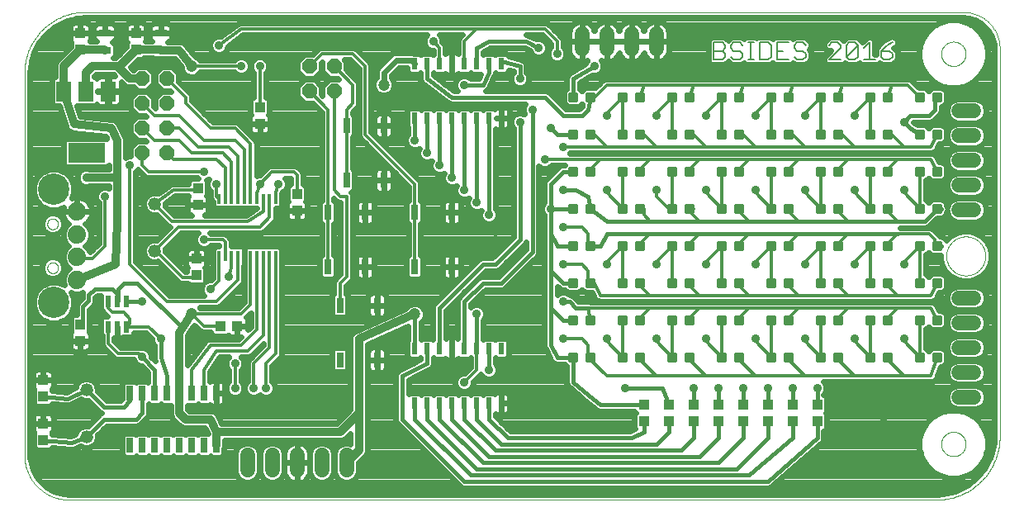
<source format=gtl>
G75*
%MOIN*%
%OFA0B0*%
%FSLAX25Y25*%
%IPPOS*%
%LPD*%
%AMOC8*
5,1,8,0,0,1.08239X$1,22.5*
%
%ADD10C,0.00000*%
%ADD11C,0.00600*%
%ADD12C,0.01181*%
%ADD13R,0.03937X0.04331*%
%ADD14C,0.05200*%
%ADD15R,0.02500X0.06000*%
%ADD16C,0.07400*%
%ADD17C,0.12661*%
%ADD18R,0.05900X0.07900*%
%ADD19R,0.15000X0.07900*%
%ADD20R,0.04724X0.03150*%
%ADD21R,0.01200X0.03900*%
%ADD22R,0.02362X0.04724*%
%ADD23R,0.03000X0.06000*%
%ADD24C,0.06000*%
%ADD25R,0.02165X0.04724*%
%ADD26OC8,0.06000*%
%ADD27R,0.04331X0.03937*%
%ADD28C,0.02400*%
%ADD29C,0.03562*%
%ADD30C,0.04724*%
%ADD31C,0.03600*%
%ADD32C,0.03200*%
%ADD33C,0.01600*%
%ADD34C,0.01200*%
D10*
X0059668Y0031528D02*
X0059668Y0185867D01*
X0059675Y0186459D01*
X0059697Y0187050D01*
X0059732Y0187640D01*
X0059782Y0188230D01*
X0059847Y0188818D01*
X0059925Y0189405D01*
X0060017Y0189989D01*
X0060124Y0190571D01*
X0060245Y0191150D01*
X0060379Y0191726D01*
X0060528Y0192299D01*
X0060690Y0192868D01*
X0060866Y0193433D01*
X0061056Y0193993D01*
X0061259Y0194549D01*
X0061475Y0195099D01*
X0061705Y0195645D01*
X0061948Y0196184D01*
X0062204Y0196718D01*
X0062472Y0197245D01*
X0062754Y0197765D01*
X0063047Y0198279D01*
X0063353Y0198785D01*
X0063672Y0199284D01*
X0064002Y0199775D01*
X0064344Y0200258D01*
X0064697Y0200732D01*
X0065062Y0201198D01*
X0065438Y0201655D01*
X0065825Y0202102D01*
X0066223Y0202540D01*
X0066631Y0202969D01*
X0067049Y0203387D01*
X0067478Y0203795D01*
X0067916Y0204193D01*
X0068363Y0204580D01*
X0068820Y0204956D01*
X0069286Y0205321D01*
X0069760Y0205674D01*
X0070243Y0206016D01*
X0070734Y0206346D01*
X0071233Y0206665D01*
X0071739Y0206971D01*
X0072253Y0207264D01*
X0072773Y0207546D01*
X0073300Y0207814D01*
X0073834Y0208070D01*
X0074373Y0208313D01*
X0074919Y0208543D01*
X0075469Y0208759D01*
X0076025Y0208962D01*
X0076585Y0209152D01*
X0077150Y0209328D01*
X0077719Y0209490D01*
X0078292Y0209639D01*
X0078868Y0209773D01*
X0079447Y0209894D01*
X0080029Y0210001D01*
X0080613Y0210093D01*
X0081200Y0210171D01*
X0081788Y0210236D01*
X0082378Y0210286D01*
X0082968Y0210321D01*
X0083559Y0210343D01*
X0084151Y0210350D01*
X0438667Y0210350D01*
X0438667Y0210351D02*
X0439022Y0210347D01*
X0439377Y0210334D01*
X0439732Y0210312D01*
X0440086Y0210282D01*
X0440439Y0210244D01*
X0440791Y0210197D01*
X0441142Y0210141D01*
X0441492Y0210077D01*
X0441839Y0210005D01*
X0442185Y0209924D01*
X0442529Y0209835D01*
X0442871Y0209737D01*
X0443210Y0209631D01*
X0443547Y0209518D01*
X0443880Y0209396D01*
X0444211Y0209266D01*
X0444538Y0209128D01*
X0444862Y0208982D01*
X0445183Y0208828D01*
X0445499Y0208667D01*
X0445812Y0208498D01*
X0446120Y0208322D01*
X0446424Y0208138D01*
X0446724Y0207947D01*
X0447019Y0207749D01*
X0447309Y0207543D01*
X0447594Y0207331D01*
X0447873Y0207112D01*
X0448147Y0206886D01*
X0448416Y0206654D01*
X0448679Y0206415D01*
X0448937Y0206170D01*
X0449188Y0205919D01*
X0449433Y0205661D01*
X0449672Y0205398D01*
X0449904Y0205129D01*
X0450130Y0204855D01*
X0450349Y0204576D01*
X0450561Y0204291D01*
X0450767Y0204001D01*
X0450965Y0203706D01*
X0451156Y0203406D01*
X0451340Y0203102D01*
X0451516Y0202794D01*
X0451685Y0202481D01*
X0451846Y0202165D01*
X0452000Y0201844D01*
X0452146Y0201520D01*
X0452284Y0201193D01*
X0452414Y0200862D01*
X0452536Y0200529D01*
X0452649Y0200192D01*
X0452755Y0199853D01*
X0452853Y0199511D01*
X0452942Y0199167D01*
X0453023Y0198821D01*
X0453095Y0198474D01*
X0453159Y0198124D01*
X0453215Y0197773D01*
X0453262Y0197421D01*
X0453300Y0197068D01*
X0453330Y0196714D01*
X0453352Y0196359D01*
X0453365Y0196004D01*
X0453369Y0195649D01*
X0453369Y0039112D01*
X0429747Y0036000D02*
X0429749Y0036140D01*
X0429755Y0036280D01*
X0429765Y0036419D01*
X0429779Y0036558D01*
X0429797Y0036697D01*
X0429818Y0036835D01*
X0429844Y0036973D01*
X0429874Y0037110D01*
X0429907Y0037245D01*
X0429945Y0037380D01*
X0429986Y0037514D01*
X0430031Y0037647D01*
X0430079Y0037778D01*
X0430132Y0037907D01*
X0430188Y0038036D01*
X0430247Y0038162D01*
X0430311Y0038287D01*
X0430377Y0038410D01*
X0430448Y0038531D01*
X0430521Y0038650D01*
X0430598Y0038767D01*
X0430679Y0038881D01*
X0430762Y0038993D01*
X0430849Y0039103D01*
X0430939Y0039211D01*
X0431031Y0039315D01*
X0431127Y0039417D01*
X0431226Y0039517D01*
X0431327Y0039613D01*
X0431431Y0039707D01*
X0431538Y0039797D01*
X0431647Y0039884D01*
X0431759Y0039969D01*
X0431873Y0040050D01*
X0431989Y0040128D01*
X0432107Y0040202D01*
X0432228Y0040273D01*
X0432350Y0040341D01*
X0432475Y0040405D01*
X0432601Y0040466D01*
X0432728Y0040523D01*
X0432858Y0040576D01*
X0432989Y0040626D01*
X0433121Y0040671D01*
X0433254Y0040714D01*
X0433389Y0040752D01*
X0433524Y0040786D01*
X0433661Y0040817D01*
X0433798Y0040844D01*
X0433936Y0040866D01*
X0434075Y0040885D01*
X0434214Y0040900D01*
X0434353Y0040911D01*
X0434493Y0040918D01*
X0434633Y0040921D01*
X0434773Y0040920D01*
X0434913Y0040915D01*
X0435052Y0040906D01*
X0435192Y0040893D01*
X0435331Y0040876D01*
X0435469Y0040855D01*
X0435607Y0040831D01*
X0435744Y0040802D01*
X0435880Y0040770D01*
X0436015Y0040733D01*
X0436149Y0040693D01*
X0436282Y0040649D01*
X0436413Y0040601D01*
X0436543Y0040550D01*
X0436672Y0040495D01*
X0436799Y0040436D01*
X0436924Y0040373D01*
X0437047Y0040308D01*
X0437169Y0040238D01*
X0437288Y0040165D01*
X0437406Y0040089D01*
X0437521Y0040010D01*
X0437634Y0039927D01*
X0437744Y0039841D01*
X0437852Y0039752D01*
X0437957Y0039660D01*
X0438060Y0039565D01*
X0438160Y0039467D01*
X0438257Y0039367D01*
X0438351Y0039263D01*
X0438443Y0039157D01*
X0438531Y0039049D01*
X0438616Y0038938D01*
X0438698Y0038824D01*
X0438777Y0038708D01*
X0438852Y0038591D01*
X0438924Y0038471D01*
X0438992Y0038349D01*
X0439057Y0038225D01*
X0439119Y0038099D01*
X0439177Y0037972D01*
X0439231Y0037843D01*
X0439282Y0037712D01*
X0439328Y0037580D01*
X0439371Y0037447D01*
X0439411Y0037313D01*
X0439446Y0037178D01*
X0439478Y0037041D01*
X0439505Y0036904D01*
X0439529Y0036766D01*
X0439549Y0036628D01*
X0439565Y0036489D01*
X0439577Y0036349D01*
X0439585Y0036210D01*
X0439589Y0036070D01*
X0439589Y0035930D01*
X0439585Y0035790D01*
X0439577Y0035651D01*
X0439565Y0035511D01*
X0439549Y0035372D01*
X0439529Y0035234D01*
X0439505Y0035096D01*
X0439478Y0034959D01*
X0439446Y0034822D01*
X0439411Y0034687D01*
X0439371Y0034553D01*
X0439328Y0034420D01*
X0439282Y0034288D01*
X0439231Y0034157D01*
X0439177Y0034028D01*
X0439119Y0033901D01*
X0439057Y0033775D01*
X0438992Y0033651D01*
X0438924Y0033529D01*
X0438852Y0033409D01*
X0438777Y0033292D01*
X0438698Y0033176D01*
X0438616Y0033062D01*
X0438531Y0032951D01*
X0438443Y0032843D01*
X0438351Y0032737D01*
X0438257Y0032633D01*
X0438160Y0032533D01*
X0438060Y0032435D01*
X0437957Y0032340D01*
X0437852Y0032248D01*
X0437744Y0032159D01*
X0437634Y0032073D01*
X0437521Y0031990D01*
X0437406Y0031911D01*
X0437288Y0031835D01*
X0437169Y0031762D01*
X0437047Y0031692D01*
X0436924Y0031627D01*
X0436799Y0031564D01*
X0436672Y0031505D01*
X0436543Y0031450D01*
X0436413Y0031399D01*
X0436282Y0031351D01*
X0436149Y0031307D01*
X0436015Y0031267D01*
X0435880Y0031230D01*
X0435744Y0031198D01*
X0435607Y0031169D01*
X0435469Y0031145D01*
X0435331Y0031124D01*
X0435192Y0031107D01*
X0435052Y0031094D01*
X0434913Y0031085D01*
X0434773Y0031080D01*
X0434633Y0031079D01*
X0434493Y0031082D01*
X0434353Y0031089D01*
X0434214Y0031100D01*
X0434075Y0031115D01*
X0433936Y0031134D01*
X0433798Y0031156D01*
X0433661Y0031183D01*
X0433524Y0031214D01*
X0433389Y0031248D01*
X0433254Y0031286D01*
X0433121Y0031329D01*
X0432989Y0031374D01*
X0432858Y0031424D01*
X0432728Y0031477D01*
X0432601Y0031534D01*
X0432475Y0031595D01*
X0432350Y0031659D01*
X0432228Y0031727D01*
X0432107Y0031798D01*
X0431989Y0031872D01*
X0431873Y0031950D01*
X0431759Y0032031D01*
X0431647Y0032116D01*
X0431538Y0032203D01*
X0431431Y0032293D01*
X0431327Y0032387D01*
X0431226Y0032483D01*
X0431127Y0032583D01*
X0431031Y0032685D01*
X0430939Y0032789D01*
X0430849Y0032897D01*
X0430762Y0033007D01*
X0430679Y0033119D01*
X0430598Y0033233D01*
X0430521Y0033350D01*
X0430448Y0033469D01*
X0430377Y0033590D01*
X0430311Y0033713D01*
X0430247Y0033838D01*
X0430188Y0033964D01*
X0430132Y0034093D01*
X0430079Y0034222D01*
X0430031Y0034353D01*
X0429986Y0034486D01*
X0429945Y0034620D01*
X0429907Y0034755D01*
X0429874Y0034890D01*
X0429844Y0035027D01*
X0429818Y0035165D01*
X0429797Y0035303D01*
X0429779Y0035442D01*
X0429765Y0035581D01*
X0429755Y0035720D01*
X0429749Y0035860D01*
X0429747Y0036000D01*
X0427757Y0013500D02*
X0428376Y0013507D01*
X0428994Y0013530D01*
X0429612Y0013567D01*
X0430229Y0013620D01*
X0430844Y0013687D01*
X0431458Y0013769D01*
X0432069Y0013866D01*
X0432678Y0013977D01*
X0433284Y0014103D01*
X0433886Y0014244D01*
X0434485Y0014400D01*
X0435081Y0014569D01*
X0435672Y0014754D01*
X0436258Y0014952D01*
X0436839Y0015164D01*
X0437415Y0015391D01*
X0437986Y0015631D01*
X0438550Y0015885D01*
X0439108Y0016153D01*
X0439659Y0016434D01*
X0440204Y0016728D01*
X0440741Y0017035D01*
X0441271Y0017355D01*
X0441793Y0017688D01*
X0442306Y0018034D01*
X0442811Y0018391D01*
X0443308Y0018761D01*
X0443795Y0019143D01*
X0444273Y0019536D01*
X0444741Y0019941D01*
X0445199Y0020357D01*
X0445647Y0020784D01*
X0446085Y0021222D01*
X0446512Y0021670D01*
X0446928Y0022128D01*
X0447333Y0022596D01*
X0447726Y0023074D01*
X0448108Y0023561D01*
X0448478Y0024058D01*
X0448835Y0024563D01*
X0449181Y0025076D01*
X0449514Y0025598D01*
X0449834Y0026128D01*
X0450141Y0026665D01*
X0450435Y0027210D01*
X0450716Y0027761D01*
X0450984Y0028319D01*
X0451238Y0028883D01*
X0451478Y0029454D01*
X0451705Y0030030D01*
X0451917Y0030611D01*
X0452115Y0031197D01*
X0452300Y0031788D01*
X0452469Y0032384D01*
X0452625Y0032983D01*
X0452766Y0033585D01*
X0452892Y0034191D01*
X0453003Y0034800D01*
X0453100Y0035411D01*
X0453182Y0036025D01*
X0453249Y0036640D01*
X0453302Y0037257D01*
X0453339Y0037875D01*
X0453362Y0038493D01*
X0453369Y0039112D01*
X0427757Y0013500D02*
X0077695Y0013500D01*
X0077259Y0013505D01*
X0076824Y0013521D01*
X0076389Y0013547D01*
X0075955Y0013584D01*
X0075522Y0013631D01*
X0075090Y0013689D01*
X0074660Y0013757D01*
X0074231Y0013836D01*
X0073805Y0013925D01*
X0073381Y0014024D01*
X0072959Y0014133D01*
X0072540Y0014253D01*
X0072124Y0014382D01*
X0071711Y0014522D01*
X0071302Y0014672D01*
X0070897Y0014831D01*
X0070495Y0015000D01*
X0070098Y0015179D01*
X0069705Y0015367D01*
X0069317Y0015565D01*
X0068934Y0015772D01*
X0068556Y0015988D01*
X0068183Y0016214D01*
X0067815Y0016448D01*
X0067454Y0016691D01*
X0067098Y0016943D01*
X0066749Y0017203D01*
X0066406Y0017472D01*
X0066070Y0017749D01*
X0065740Y0018034D01*
X0065418Y0018327D01*
X0065102Y0018627D01*
X0064794Y0018935D01*
X0064494Y0019251D01*
X0064201Y0019573D01*
X0063916Y0019903D01*
X0063639Y0020239D01*
X0063370Y0020582D01*
X0063110Y0020931D01*
X0062858Y0021287D01*
X0062615Y0021648D01*
X0062381Y0022016D01*
X0062155Y0022389D01*
X0061939Y0022767D01*
X0061732Y0023150D01*
X0061534Y0023538D01*
X0061346Y0023931D01*
X0061167Y0024328D01*
X0060998Y0024730D01*
X0060839Y0025135D01*
X0060689Y0025544D01*
X0060549Y0025957D01*
X0060420Y0026373D01*
X0060300Y0026792D01*
X0060191Y0027214D01*
X0060092Y0027638D01*
X0060003Y0028064D01*
X0059924Y0028493D01*
X0059856Y0028923D01*
X0059798Y0029355D01*
X0059751Y0029788D01*
X0059714Y0030222D01*
X0059688Y0030657D01*
X0059672Y0031092D01*
X0059667Y0031528D01*
X0068920Y0107142D02*
X0068922Y0107235D01*
X0068928Y0107327D01*
X0068938Y0107419D01*
X0068952Y0107510D01*
X0068969Y0107601D01*
X0068991Y0107691D01*
X0069016Y0107780D01*
X0069045Y0107868D01*
X0069078Y0107954D01*
X0069115Y0108039D01*
X0069155Y0108123D01*
X0069199Y0108204D01*
X0069246Y0108284D01*
X0069296Y0108362D01*
X0069350Y0108437D01*
X0069407Y0108510D01*
X0069467Y0108580D01*
X0069530Y0108648D01*
X0069596Y0108713D01*
X0069664Y0108775D01*
X0069735Y0108835D01*
X0069809Y0108891D01*
X0069885Y0108944D01*
X0069963Y0108993D01*
X0070043Y0109040D01*
X0070125Y0109082D01*
X0070209Y0109122D01*
X0070294Y0109157D01*
X0070381Y0109189D01*
X0070469Y0109218D01*
X0070558Y0109242D01*
X0070648Y0109263D01*
X0070739Y0109279D01*
X0070831Y0109292D01*
X0070923Y0109301D01*
X0071016Y0109306D01*
X0071108Y0109307D01*
X0071201Y0109304D01*
X0071293Y0109297D01*
X0071385Y0109286D01*
X0071476Y0109271D01*
X0071567Y0109253D01*
X0071657Y0109230D01*
X0071745Y0109204D01*
X0071833Y0109174D01*
X0071919Y0109140D01*
X0072003Y0109103D01*
X0072086Y0109061D01*
X0072167Y0109017D01*
X0072247Y0108969D01*
X0072324Y0108918D01*
X0072398Y0108863D01*
X0072471Y0108805D01*
X0072541Y0108745D01*
X0072608Y0108681D01*
X0072672Y0108615D01*
X0072734Y0108545D01*
X0072792Y0108474D01*
X0072847Y0108400D01*
X0072899Y0108323D01*
X0072948Y0108244D01*
X0072994Y0108164D01*
X0073036Y0108081D01*
X0073074Y0107997D01*
X0073109Y0107911D01*
X0073140Y0107824D01*
X0073167Y0107736D01*
X0073190Y0107646D01*
X0073210Y0107556D01*
X0073226Y0107465D01*
X0073238Y0107373D01*
X0073246Y0107281D01*
X0073250Y0107188D01*
X0073250Y0107096D01*
X0073246Y0107003D01*
X0073238Y0106911D01*
X0073226Y0106819D01*
X0073210Y0106728D01*
X0073190Y0106638D01*
X0073167Y0106548D01*
X0073140Y0106460D01*
X0073109Y0106373D01*
X0073074Y0106287D01*
X0073036Y0106203D01*
X0072994Y0106120D01*
X0072948Y0106040D01*
X0072899Y0105961D01*
X0072847Y0105884D01*
X0072792Y0105810D01*
X0072734Y0105739D01*
X0072672Y0105669D01*
X0072608Y0105603D01*
X0072541Y0105539D01*
X0072471Y0105479D01*
X0072398Y0105421D01*
X0072324Y0105366D01*
X0072247Y0105315D01*
X0072168Y0105267D01*
X0072086Y0105223D01*
X0072003Y0105181D01*
X0071919Y0105144D01*
X0071833Y0105110D01*
X0071745Y0105080D01*
X0071657Y0105054D01*
X0071567Y0105031D01*
X0071476Y0105013D01*
X0071385Y0104998D01*
X0071293Y0104987D01*
X0071201Y0104980D01*
X0071108Y0104977D01*
X0071016Y0104978D01*
X0070923Y0104983D01*
X0070831Y0104992D01*
X0070739Y0105005D01*
X0070648Y0105021D01*
X0070558Y0105042D01*
X0070469Y0105066D01*
X0070381Y0105095D01*
X0070294Y0105127D01*
X0070209Y0105162D01*
X0070125Y0105202D01*
X0070043Y0105244D01*
X0069963Y0105291D01*
X0069885Y0105340D01*
X0069809Y0105393D01*
X0069735Y0105449D01*
X0069664Y0105509D01*
X0069596Y0105571D01*
X0069530Y0105636D01*
X0069467Y0105704D01*
X0069407Y0105774D01*
X0069350Y0105847D01*
X0069296Y0105922D01*
X0069246Y0106000D01*
X0069199Y0106080D01*
X0069155Y0106161D01*
X0069115Y0106245D01*
X0069078Y0106330D01*
X0069045Y0106416D01*
X0069016Y0106504D01*
X0068991Y0106593D01*
X0068969Y0106683D01*
X0068952Y0106774D01*
X0068938Y0106865D01*
X0068928Y0106957D01*
X0068922Y0107049D01*
X0068920Y0107142D01*
X0068920Y0124858D02*
X0068922Y0124951D01*
X0068928Y0125043D01*
X0068938Y0125135D01*
X0068952Y0125226D01*
X0068969Y0125317D01*
X0068991Y0125407D01*
X0069016Y0125496D01*
X0069045Y0125584D01*
X0069078Y0125670D01*
X0069115Y0125755D01*
X0069155Y0125839D01*
X0069199Y0125920D01*
X0069246Y0126000D01*
X0069296Y0126078D01*
X0069350Y0126153D01*
X0069407Y0126226D01*
X0069467Y0126296D01*
X0069530Y0126364D01*
X0069596Y0126429D01*
X0069664Y0126491D01*
X0069735Y0126551D01*
X0069809Y0126607D01*
X0069885Y0126660D01*
X0069963Y0126709D01*
X0070043Y0126756D01*
X0070125Y0126798D01*
X0070209Y0126838D01*
X0070294Y0126873D01*
X0070381Y0126905D01*
X0070469Y0126934D01*
X0070558Y0126958D01*
X0070648Y0126979D01*
X0070739Y0126995D01*
X0070831Y0127008D01*
X0070923Y0127017D01*
X0071016Y0127022D01*
X0071108Y0127023D01*
X0071201Y0127020D01*
X0071293Y0127013D01*
X0071385Y0127002D01*
X0071476Y0126987D01*
X0071567Y0126969D01*
X0071657Y0126946D01*
X0071745Y0126920D01*
X0071833Y0126890D01*
X0071919Y0126856D01*
X0072003Y0126819D01*
X0072086Y0126777D01*
X0072167Y0126733D01*
X0072247Y0126685D01*
X0072324Y0126634D01*
X0072398Y0126579D01*
X0072471Y0126521D01*
X0072541Y0126461D01*
X0072608Y0126397D01*
X0072672Y0126331D01*
X0072734Y0126261D01*
X0072792Y0126190D01*
X0072847Y0126116D01*
X0072899Y0126039D01*
X0072948Y0125960D01*
X0072994Y0125880D01*
X0073036Y0125797D01*
X0073074Y0125713D01*
X0073109Y0125627D01*
X0073140Y0125540D01*
X0073167Y0125452D01*
X0073190Y0125362D01*
X0073210Y0125272D01*
X0073226Y0125181D01*
X0073238Y0125089D01*
X0073246Y0124997D01*
X0073250Y0124904D01*
X0073250Y0124812D01*
X0073246Y0124719D01*
X0073238Y0124627D01*
X0073226Y0124535D01*
X0073210Y0124444D01*
X0073190Y0124354D01*
X0073167Y0124264D01*
X0073140Y0124176D01*
X0073109Y0124089D01*
X0073074Y0124003D01*
X0073036Y0123919D01*
X0072994Y0123836D01*
X0072948Y0123756D01*
X0072899Y0123677D01*
X0072847Y0123600D01*
X0072792Y0123526D01*
X0072734Y0123455D01*
X0072672Y0123385D01*
X0072608Y0123319D01*
X0072541Y0123255D01*
X0072471Y0123195D01*
X0072398Y0123137D01*
X0072324Y0123082D01*
X0072247Y0123031D01*
X0072168Y0122983D01*
X0072086Y0122939D01*
X0072003Y0122897D01*
X0071919Y0122860D01*
X0071833Y0122826D01*
X0071745Y0122796D01*
X0071657Y0122770D01*
X0071567Y0122747D01*
X0071476Y0122729D01*
X0071385Y0122714D01*
X0071293Y0122703D01*
X0071201Y0122696D01*
X0071108Y0122693D01*
X0071016Y0122694D01*
X0070923Y0122699D01*
X0070831Y0122708D01*
X0070739Y0122721D01*
X0070648Y0122737D01*
X0070558Y0122758D01*
X0070469Y0122782D01*
X0070381Y0122811D01*
X0070294Y0122843D01*
X0070209Y0122878D01*
X0070125Y0122918D01*
X0070043Y0122960D01*
X0069963Y0123007D01*
X0069885Y0123056D01*
X0069809Y0123109D01*
X0069735Y0123165D01*
X0069664Y0123225D01*
X0069596Y0123287D01*
X0069530Y0123352D01*
X0069467Y0123420D01*
X0069407Y0123490D01*
X0069350Y0123563D01*
X0069296Y0123638D01*
X0069246Y0123716D01*
X0069199Y0123796D01*
X0069155Y0123877D01*
X0069115Y0123961D01*
X0069078Y0124046D01*
X0069045Y0124132D01*
X0069016Y0124220D01*
X0068991Y0124309D01*
X0068969Y0124399D01*
X0068952Y0124490D01*
X0068938Y0124581D01*
X0068928Y0124673D01*
X0068922Y0124765D01*
X0068920Y0124858D01*
X0429747Y0193500D02*
X0429749Y0193640D01*
X0429755Y0193780D01*
X0429765Y0193919D01*
X0429779Y0194058D01*
X0429797Y0194197D01*
X0429818Y0194335D01*
X0429844Y0194473D01*
X0429874Y0194610D01*
X0429907Y0194745D01*
X0429945Y0194880D01*
X0429986Y0195014D01*
X0430031Y0195147D01*
X0430079Y0195278D01*
X0430132Y0195407D01*
X0430188Y0195536D01*
X0430247Y0195662D01*
X0430311Y0195787D01*
X0430377Y0195910D01*
X0430448Y0196031D01*
X0430521Y0196150D01*
X0430598Y0196267D01*
X0430679Y0196381D01*
X0430762Y0196493D01*
X0430849Y0196603D01*
X0430939Y0196711D01*
X0431031Y0196815D01*
X0431127Y0196917D01*
X0431226Y0197017D01*
X0431327Y0197113D01*
X0431431Y0197207D01*
X0431538Y0197297D01*
X0431647Y0197384D01*
X0431759Y0197469D01*
X0431873Y0197550D01*
X0431989Y0197628D01*
X0432107Y0197702D01*
X0432228Y0197773D01*
X0432350Y0197841D01*
X0432475Y0197905D01*
X0432601Y0197966D01*
X0432728Y0198023D01*
X0432858Y0198076D01*
X0432989Y0198126D01*
X0433121Y0198171D01*
X0433254Y0198214D01*
X0433389Y0198252D01*
X0433524Y0198286D01*
X0433661Y0198317D01*
X0433798Y0198344D01*
X0433936Y0198366D01*
X0434075Y0198385D01*
X0434214Y0198400D01*
X0434353Y0198411D01*
X0434493Y0198418D01*
X0434633Y0198421D01*
X0434773Y0198420D01*
X0434913Y0198415D01*
X0435052Y0198406D01*
X0435192Y0198393D01*
X0435331Y0198376D01*
X0435469Y0198355D01*
X0435607Y0198331D01*
X0435744Y0198302D01*
X0435880Y0198270D01*
X0436015Y0198233D01*
X0436149Y0198193D01*
X0436282Y0198149D01*
X0436413Y0198101D01*
X0436543Y0198050D01*
X0436672Y0197995D01*
X0436799Y0197936D01*
X0436924Y0197873D01*
X0437047Y0197808D01*
X0437169Y0197738D01*
X0437288Y0197665D01*
X0437406Y0197589D01*
X0437521Y0197510D01*
X0437634Y0197427D01*
X0437744Y0197341D01*
X0437852Y0197252D01*
X0437957Y0197160D01*
X0438060Y0197065D01*
X0438160Y0196967D01*
X0438257Y0196867D01*
X0438351Y0196763D01*
X0438443Y0196657D01*
X0438531Y0196549D01*
X0438616Y0196438D01*
X0438698Y0196324D01*
X0438777Y0196208D01*
X0438852Y0196091D01*
X0438924Y0195971D01*
X0438992Y0195849D01*
X0439057Y0195725D01*
X0439119Y0195599D01*
X0439177Y0195472D01*
X0439231Y0195343D01*
X0439282Y0195212D01*
X0439328Y0195080D01*
X0439371Y0194947D01*
X0439411Y0194813D01*
X0439446Y0194678D01*
X0439478Y0194541D01*
X0439505Y0194404D01*
X0439529Y0194266D01*
X0439549Y0194128D01*
X0439565Y0193989D01*
X0439577Y0193849D01*
X0439585Y0193710D01*
X0439589Y0193570D01*
X0439589Y0193430D01*
X0439585Y0193290D01*
X0439577Y0193151D01*
X0439565Y0193011D01*
X0439549Y0192872D01*
X0439529Y0192734D01*
X0439505Y0192596D01*
X0439478Y0192459D01*
X0439446Y0192322D01*
X0439411Y0192187D01*
X0439371Y0192053D01*
X0439328Y0191920D01*
X0439282Y0191788D01*
X0439231Y0191657D01*
X0439177Y0191528D01*
X0439119Y0191401D01*
X0439057Y0191275D01*
X0438992Y0191151D01*
X0438924Y0191029D01*
X0438852Y0190909D01*
X0438777Y0190792D01*
X0438698Y0190676D01*
X0438616Y0190562D01*
X0438531Y0190451D01*
X0438443Y0190343D01*
X0438351Y0190237D01*
X0438257Y0190133D01*
X0438160Y0190033D01*
X0438060Y0189935D01*
X0437957Y0189840D01*
X0437852Y0189748D01*
X0437744Y0189659D01*
X0437634Y0189573D01*
X0437521Y0189490D01*
X0437406Y0189411D01*
X0437288Y0189335D01*
X0437169Y0189262D01*
X0437047Y0189192D01*
X0436924Y0189127D01*
X0436799Y0189064D01*
X0436672Y0189005D01*
X0436543Y0188950D01*
X0436413Y0188899D01*
X0436282Y0188851D01*
X0436149Y0188807D01*
X0436015Y0188767D01*
X0435880Y0188730D01*
X0435744Y0188698D01*
X0435607Y0188669D01*
X0435469Y0188645D01*
X0435331Y0188624D01*
X0435192Y0188607D01*
X0435052Y0188594D01*
X0434913Y0188585D01*
X0434773Y0188580D01*
X0434633Y0188579D01*
X0434493Y0188582D01*
X0434353Y0188589D01*
X0434214Y0188600D01*
X0434075Y0188615D01*
X0433936Y0188634D01*
X0433798Y0188656D01*
X0433661Y0188683D01*
X0433524Y0188714D01*
X0433389Y0188748D01*
X0433254Y0188786D01*
X0433121Y0188829D01*
X0432989Y0188874D01*
X0432858Y0188924D01*
X0432728Y0188977D01*
X0432601Y0189034D01*
X0432475Y0189095D01*
X0432350Y0189159D01*
X0432228Y0189227D01*
X0432107Y0189298D01*
X0431989Y0189372D01*
X0431873Y0189450D01*
X0431759Y0189531D01*
X0431647Y0189616D01*
X0431538Y0189703D01*
X0431431Y0189793D01*
X0431327Y0189887D01*
X0431226Y0189983D01*
X0431127Y0190083D01*
X0431031Y0190185D01*
X0430939Y0190289D01*
X0430849Y0190397D01*
X0430762Y0190507D01*
X0430679Y0190619D01*
X0430598Y0190733D01*
X0430521Y0190850D01*
X0430448Y0190969D01*
X0430377Y0191090D01*
X0430311Y0191213D01*
X0430247Y0191338D01*
X0430188Y0191464D01*
X0430132Y0191593D01*
X0430079Y0191722D01*
X0430031Y0191853D01*
X0429986Y0191986D01*
X0429945Y0192120D01*
X0429907Y0192255D01*
X0429874Y0192390D01*
X0429844Y0192527D01*
X0429818Y0192665D01*
X0429797Y0192803D01*
X0429779Y0192942D01*
X0429765Y0193081D01*
X0429755Y0193220D01*
X0429749Y0193360D01*
X0429747Y0193500D01*
X0431794Y0111925D02*
X0431796Y0112118D01*
X0431803Y0112311D01*
X0431815Y0112504D01*
X0431832Y0112697D01*
X0431853Y0112889D01*
X0431879Y0113080D01*
X0431910Y0113271D01*
X0431945Y0113461D01*
X0431985Y0113650D01*
X0432030Y0113838D01*
X0432079Y0114025D01*
X0432133Y0114211D01*
X0432191Y0114395D01*
X0432254Y0114578D01*
X0432322Y0114759D01*
X0432393Y0114938D01*
X0432470Y0115116D01*
X0432550Y0115292D01*
X0432635Y0115465D01*
X0432724Y0115637D01*
X0432817Y0115806D01*
X0432914Y0115973D01*
X0433016Y0116138D01*
X0433121Y0116300D01*
X0433230Y0116459D01*
X0433344Y0116616D01*
X0433461Y0116769D01*
X0433581Y0116920D01*
X0433706Y0117068D01*
X0433834Y0117213D01*
X0433965Y0117354D01*
X0434100Y0117493D01*
X0434239Y0117628D01*
X0434380Y0117759D01*
X0434525Y0117887D01*
X0434673Y0118012D01*
X0434824Y0118132D01*
X0434977Y0118249D01*
X0435134Y0118363D01*
X0435293Y0118472D01*
X0435455Y0118577D01*
X0435620Y0118679D01*
X0435787Y0118776D01*
X0435956Y0118869D01*
X0436128Y0118958D01*
X0436301Y0119043D01*
X0436477Y0119123D01*
X0436655Y0119200D01*
X0436834Y0119271D01*
X0437015Y0119339D01*
X0437198Y0119402D01*
X0437382Y0119460D01*
X0437568Y0119514D01*
X0437755Y0119563D01*
X0437943Y0119608D01*
X0438132Y0119648D01*
X0438322Y0119683D01*
X0438513Y0119714D01*
X0438704Y0119740D01*
X0438896Y0119761D01*
X0439089Y0119778D01*
X0439282Y0119790D01*
X0439475Y0119797D01*
X0439668Y0119799D01*
X0439861Y0119797D01*
X0440054Y0119790D01*
X0440247Y0119778D01*
X0440440Y0119761D01*
X0440632Y0119740D01*
X0440823Y0119714D01*
X0441014Y0119683D01*
X0441204Y0119648D01*
X0441393Y0119608D01*
X0441581Y0119563D01*
X0441768Y0119514D01*
X0441954Y0119460D01*
X0442138Y0119402D01*
X0442321Y0119339D01*
X0442502Y0119271D01*
X0442681Y0119200D01*
X0442859Y0119123D01*
X0443035Y0119043D01*
X0443208Y0118958D01*
X0443380Y0118869D01*
X0443549Y0118776D01*
X0443716Y0118679D01*
X0443881Y0118577D01*
X0444043Y0118472D01*
X0444202Y0118363D01*
X0444359Y0118249D01*
X0444512Y0118132D01*
X0444663Y0118012D01*
X0444811Y0117887D01*
X0444956Y0117759D01*
X0445097Y0117628D01*
X0445236Y0117493D01*
X0445371Y0117354D01*
X0445502Y0117213D01*
X0445630Y0117068D01*
X0445755Y0116920D01*
X0445875Y0116769D01*
X0445992Y0116616D01*
X0446106Y0116459D01*
X0446215Y0116300D01*
X0446320Y0116138D01*
X0446422Y0115973D01*
X0446519Y0115806D01*
X0446612Y0115637D01*
X0446701Y0115465D01*
X0446786Y0115292D01*
X0446866Y0115116D01*
X0446943Y0114938D01*
X0447014Y0114759D01*
X0447082Y0114578D01*
X0447145Y0114395D01*
X0447203Y0114211D01*
X0447257Y0114025D01*
X0447306Y0113838D01*
X0447351Y0113650D01*
X0447391Y0113461D01*
X0447426Y0113271D01*
X0447457Y0113080D01*
X0447483Y0112889D01*
X0447504Y0112697D01*
X0447521Y0112504D01*
X0447533Y0112311D01*
X0447540Y0112118D01*
X0447542Y0111925D01*
X0447540Y0111732D01*
X0447533Y0111539D01*
X0447521Y0111346D01*
X0447504Y0111153D01*
X0447483Y0110961D01*
X0447457Y0110770D01*
X0447426Y0110579D01*
X0447391Y0110389D01*
X0447351Y0110200D01*
X0447306Y0110012D01*
X0447257Y0109825D01*
X0447203Y0109639D01*
X0447145Y0109455D01*
X0447082Y0109272D01*
X0447014Y0109091D01*
X0446943Y0108912D01*
X0446866Y0108734D01*
X0446786Y0108558D01*
X0446701Y0108385D01*
X0446612Y0108213D01*
X0446519Y0108044D01*
X0446422Y0107877D01*
X0446320Y0107712D01*
X0446215Y0107550D01*
X0446106Y0107391D01*
X0445992Y0107234D01*
X0445875Y0107081D01*
X0445755Y0106930D01*
X0445630Y0106782D01*
X0445502Y0106637D01*
X0445371Y0106496D01*
X0445236Y0106357D01*
X0445097Y0106222D01*
X0444956Y0106091D01*
X0444811Y0105963D01*
X0444663Y0105838D01*
X0444512Y0105718D01*
X0444359Y0105601D01*
X0444202Y0105487D01*
X0444043Y0105378D01*
X0443881Y0105273D01*
X0443716Y0105171D01*
X0443549Y0105074D01*
X0443380Y0104981D01*
X0443208Y0104892D01*
X0443035Y0104807D01*
X0442859Y0104727D01*
X0442681Y0104650D01*
X0442502Y0104579D01*
X0442321Y0104511D01*
X0442138Y0104448D01*
X0441954Y0104390D01*
X0441768Y0104336D01*
X0441581Y0104287D01*
X0441393Y0104242D01*
X0441204Y0104202D01*
X0441014Y0104167D01*
X0440823Y0104136D01*
X0440632Y0104110D01*
X0440440Y0104089D01*
X0440247Y0104072D01*
X0440054Y0104060D01*
X0439861Y0104053D01*
X0439668Y0104051D01*
X0439475Y0104053D01*
X0439282Y0104060D01*
X0439089Y0104072D01*
X0438896Y0104089D01*
X0438704Y0104110D01*
X0438513Y0104136D01*
X0438322Y0104167D01*
X0438132Y0104202D01*
X0437943Y0104242D01*
X0437755Y0104287D01*
X0437568Y0104336D01*
X0437382Y0104390D01*
X0437198Y0104448D01*
X0437015Y0104511D01*
X0436834Y0104579D01*
X0436655Y0104650D01*
X0436477Y0104727D01*
X0436301Y0104807D01*
X0436128Y0104892D01*
X0435956Y0104981D01*
X0435787Y0105074D01*
X0435620Y0105171D01*
X0435455Y0105273D01*
X0435293Y0105378D01*
X0435134Y0105487D01*
X0434977Y0105601D01*
X0434824Y0105718D01*
X0434673Y0105838D01*
X0434525Y0105963D01*
X0434380Y0106091D01*
X0434239Y0106222D01*
X0434100Y0106357D01*
X0433965Y0106496D01*
X0433834Y0106637D01*
X0433706Y0106782D01*
X0433581Y0106930D01*
X0433461Y0107081D01*
X0433344Y0107234D01*
X0433230Y0107391D01*
X0433121Y0107550D01*
X0433016Y0107712D01*
X0432914Y0107877D01*
X0432817Y0108044D01*
X0432724Y0108213D01*
X0432635Y0108385D01*
X0432550Y0108558D01*
X0432470Y0108734D01*
X0432393Y0108912D01*
X0432322Y0109091D01*
X0432254Y0109272D01*
X0432191Y0109455D01*
X0432133Y0109639D01*
X0432079Y0109825D01*
X0432030Y0110012D01*
X0431985Y0110200D01*
X0431945Y0110389D01*
X0431910Y0110579D01*
X0431879Y0110770D01*
X0431853Y0110961D01*
X0431832Y0111153D01*
X0431815Y0111346D01*
X0431803Y0111539D01*
X0431796Y0111732D01*
X0431794Y0111925D01*
D11*
X0408973Y0191200D02*
X0410140Y0192368D01*
X0410140Y0193535D01*
X0408973Y0194703D01*
X0405470Y0194703D01*
X0405470Y0192368D01*
X0406637Y0191200D01*
X0408973Y0191200D01*
X0405470Y0194703D02*
X0407805Y0197038D01*
X0410140Y0198206D01*
X0400807Y0198206D02*
X0400807Y0191200D01*
X0398472Y0191200D02*
X0403142Y0191200D01*
X0396144Y0192368D02*
X0394977Y0191200D01*
X0392641Y0191200D01*
X0391474Y0192368D01*
X0396144Y0197038D01*
X0396144Y0192368D01*
X0391474Y0192368D02*
X0391474Y0197038D01*
X0392641Y0198206D01*
X0394977Y0198206D01*
X0396144Y0197038D01*
X0398472Y0195871D02*
X0400807Y0198206D01*
X0389146Y0197038D02*
X0387979Y0198206D01*
X0385643Y0198206D01*
X0384476Y0197038D01*
X0389146Y0197038D02*
X0389146Y0195871D01*
X0384476Y0191200D01*
X0389146Y0191200D01*
X0375150Y0192368D02*
X0373983Y0191200D01*
X0371647Y0191200D01*
X0370480Y0192368D01*
X0368152Y0191200D02*
X0363482Y0191200D01*
X0363482Y0198206D01*
X0368152Y0198206D01*
X0370480Y0197038D02*
X0371647Y0198206D01*
X0373983Y0198206D01*
X0375150Y0197038D01*
X0373983Y0194703D02*
X0371647Y0194703D01*
X0370480Y0195871D01*
X0370480Y0197038D01*
X0373983Y0194703D02*
X0375150Y0193535D01*
X0375150Y0192368D01*
X0365817Y0194703D02*
X0363482Y0194703D01*
X0361155Y0192368D02*
X0361155Y0197038D01*
X0359987Y0198206D01*
X0356484Y0198206D01*
X0356484Y0191200D01*
X0359987Y0191200D01*
X0361155Y0192368D01*
X0354154Y0191200D02*
X0351819Y0191200D01*
X0352986Y0191200D02*
X0352986Y0198206D01*
X0351819Y0198206D02*
X0354154Y0198206D01*
X0349491Y0197038D02*
X0348324Y0198206D01*
X0345988Y0198206D01*
X0344821Y0197038D01*
X0344821Y0195871D01*
X0345988Y0194703D01*
X0348324Y0194703D01*
X0349491Y0193535D01*
X0349491Y0192368D01*
X0348324Y0191200D01*
X0345988Y0191200D01*
X0344821Y0192368D01*
X0342493Y0192368D02*
X0342493Y0193535D01*
X0341326Y0194703D01*
X0337823Y0194703D01*
X0341326Y0194703D02*
X0342493Y0195871D01*
X0342493Y0197038D01*
X0341326Y0198206D01*
X0337823Y0198206D01*
X0337823Y0191200D01*
X0341326Y0191200D01*
X0342493Y0192368D01*
D12*
X0342593Y0177378D02*
X0342593Y0174622D01*
X0339837Y0174622D01*
X0339837Y0177378D01*
X0342593Y0177378D01*
X0342593Y0175802D02*
X0339837Y0175802D01*
X0339837Y0176982D02*
X0342593Y0176982D01*
X0349498Y0177378D02*
X0349498Y0174622D01*
X0346742Y0174622D01*
X0346742Y0177378D01*
X0349498Y0177378D01*
X0349498Y0175802D02*
X0346742Y0175802D01*
X0346742Y0176982D02*
X0349498Y0176982D01*
X0362593Y0177378D02*
X0362593Y0174622D01*
X0359837Y0174622D01*
X0359837Y0177378D01*
X0362593Y0177378D01*
X0362593Y0175802D02*
X0359837Y0175802D01*
X0359837Y0176982D02*
X0362593Y0176982D01*
X0369498Y0177378D02*
X0369498Y0174622D01*
X0366742Y0174622D01*
X0366742Y0177378D01*
X0369498Y0177378D01*
X0369498Y0175802D02*
X0366742Y0175802D01*
X0366742Y0176982D02*
X0369498Y0176982D01*
X0382593Y0177378D02*
X0382593Y0174622D01*
X0379837Y0174622D01*
X0379837Y0177378D01*
X0382593Y0177378D01*
X0382593Y0175802D02*
X0379837Y0175802D01*
X0379837Y0176982D02*
X0382593Y0176982D01*
X0389498Y0177378D02*
X0389498Y0174622D01*
X0386742Y0174622D01*
X0386742Y0177378D01*
X0389498Y0177378D01*
X0389498Y0175802D02*
X0386742Y0175802D01*
X0386742Y0176982D02*
X0389498Y0176982D01*
X0402593Y0177378D02*
X0402593Y0174622D01*
X0399837Y0174622D01*
X0399837Y0177378D01*
X0402593Y0177378D01*
X0402593Y0175802D02*
X0399837Y0175802D01*
X0399837Y0176982D02*
X0402593Y0176982D01*
X0409498Y0177378D02*
X0409498Y0174622D01*
X0406742Y0174622D01*
X0406742Y0177378D01*
X0409498Y0177378D01*
X0409498Y0175802D02*
X0406742Y0175802D01*
X0406742Y0176982D02*
X0409498Y0176982D01*
X0419837Y0177378D02*
X0419837Y0174622D01*
X0419837Y0177378D02*
X0422593Y0177378D01*
X0422593Y0174622D01*
X0419837Y0174622D01*
X0419837Y0175802D02*
X0422593Y0175802D01*
X0422593Y0176982D02*
X0419837Y0176982D01*
X0426742Y0177378D02*
X0426742Y0174622D01*
X0426742Y0177378D02*
X0429498Y0177378D01*
X0429498Y0174622D01*
X0426742Y0174622D01*
X0426742Y0175802D02*
X0429498Y0175802D01*
X0429498Y0176982D02*
X0426742Y0176982D01*
X0429498Y0162378D02*
X0429498Y0159622D01*
X0426742Y0159622D01*
X0426742Y0162378D01*
X0429498Y0162378D01*
X0429498Y0160802D02*
X0426742Y0160802D01*
X0426742Y0161982D02*
X0429498Y0161982D01*
X0422593Y0162378D02*
X0422593Y0159622D01*
X0419837Y0159622D01*
X0419837Y0162378D01*
X0422593Y0162378D01*
X0422593Y0160802D02*
X0419837Y0160802D01*
X0419837Y0161982D02*
X0422593Y0161982D01*
X0409498Y0162378D02*
X0409498Y0159622D01*
X0406742Y0159622D01*
X0406742Y0162378D01*
X0409498Y0162378D01*
X0409498Y0160802D02*
X0406742Y0160802D01*
X0406742Y0161982D02*
X0409498Y0161982D01*
X0402593Y0162378D02*
X0402593Y0159622D01*
X0399837Y0159622D01*
X0399837Y0162378D01*
X0402593Y0162378D01*
X0402593Y0160802D02*
X0399837Y0160802D01*
X0399837Y0161982D02*
X0402593Y0161982D01*
X0389498Y0162378D02*
X0389498Y0159622D01*
X0386742Y0159622D01*
X0386742Y0162378D01*
X0389498Y0162378D01*
X0389498Y0160802D02*
X0386742Y0160802D01*
X0386742Y0161982D02*
X0389498Y0161982D01*
X0382593Y0162378D02*
X0382593Y0159622D01*
X0379837Y0159622D01*
X0379837Y0162378D01*
X0382593Y0162378D01*
X0382593Y0160802D02*
X0379837Y0160802D01*
X0379837Y0161982D02*
X0382593Y0161982D01*
X0369498Y0162378D02*
X0369498Y0159622D01*
X0366742Y0159622D01*
X0366742Y0162378D01*
X0369498Y0162378D01*
X0369498Y0160802D02*
X0366742Y0160802D01*
X0366742Y0161982D02*
X0369498Y0161982D01*
X0362593Y0162378D02*
X0362593Y0159622D01*
X0359837Y0159622D01*
X0359837Y0162378D01*
X0362593Y0162378D01*
X0362593Y0160802D02*
X0359837Y0160802D01*
X0359837Y0161982D02*
X0362593Y0161982D01*
X0349498Y0162378D02*
X0349498Y0159622D01*
X0346742Y0159622D01*
X0346742Y0162378D01*
X0349498Y0162378D01*
X0349498Y0160802D02*
X0346742Y0160802D01*
X0346742Y0161982D02*
X0349498Y0161982D01*
X0342593Y0162378D02*
X0342593Y0159622D01*
X0339837Y0159622D01*
X0339837Y0162378D01*
X0342593Y0162378D01*
X0342593Y0160802D02*
X0339837Y0160802D01*
X0339837Y0161982D02*
X0342593Y0161982D01*
X0329498Y0162378D02*
X0329498Y0159622D01*
X0326742Y0159622D01*
X0326742Y0162378D01*
X0329498Y0162378D01*
X0329498Y0160802D02*
X0326742Y0160802D01*
X0326742Y0161982D02*
X0329498Y0161982D01*
X0322593Y0162378D02*
X0322593Y0159622D01*
X0319837Y0159622D01*
X0319837Y0162378D01*
X0322593Y0162378D01*
X0322593Y0160802D02*
X0319837Y0160802D01*
X0319837Y0161982D02*
X0322593Y0161982D01*
X0309498Y0162378D02*
X0309498Y0159622D01*
X0306742Y0159622D01*
X0306742Y0162378D01*
X0309498Y0162378D01*
X0309498Y0160802D02*
X0306742Y0160802D01*
X0306742Y0161982D02*
X0309498Y0161982D01*
X0302593Y0162378D02*
X0302593Y0159622D01*
X0299837Y0159622D01*
X0299837Y0162378D01*
X0302593Y0162378D01*
X0302593Y0160802D02*
X0299837Y0160802D01*
X0299837Y0161982D02*
X0302593Y0161982D01*
X0289498Y0162378D02*
X0289498Y0159622D01*
X0286742Y0159622D01*
X0286742Y0162378D01*
X0289498Y0162378D01*
X0289498Y0160802D02*
X0286742Y0160802D01*
X0286742Y0161982D02*
X0289498Y0161982D01*
X0282593Y0162378D02*
X0282593Y0159622D01*
X0279837Y0159622D01*
X0279837Y0162378D01*
X0282593Y0162378D01*
X0282593Y0160802D02*
X0279837Y0160802D01*
X0279837Y0161982D02*
X0282593Y0161982D01*
X0282593Y0174622D02*
X0282593Y0177378D01*
X0282593Y0174622D02*
X0279837Y0174622D01*
X0279837Y0177378D01*
X0282593Y0177378D01*
X0282593Y0175802D02*
X0279837Y0175802D01*
X0279837Y0176982D02*
X0282593Y0176982D01*
X0289498Y0177378D02*
X0289498Y0174622D01*
X0286742Y0174622D01*
X0286742Y0177378D01*
X0289498Y0177378D01*
X0289498Y0175802D02*
X0286742Y0175802D01*
X0286742Y0176982D02*
X0289498Y0176982D01*
X0302593Y0177378D02*
X0302593Y0174622D01*
X0299837Y0174622D01*
X0299837Y0177378D01*
X0302593Y0177378D01*
X0302593Y0175802D02*
X0299837Y0175802D01*
X0299837Y0176982D02*
X0302593Y0176982D01*
X0309498Y0177378D02*
X0309498Y0174622D01*
X0306742Y0174622D01*
X0306742Y0177378D01*
X0309498Y0177378D01*
X0309498Y0175802D02*
X0306742Y0175802D01*
X0306742Y0176982D02*
X0309498Y0176982D01*
X0322593Y0177378D02*
X0322593Y0174622D01*
X0319837Y0174622D01*
X0319837Y0177378D01*
X0322593Y0177378D01*
X0322593Y0175802D02*
X0319837Y0175802D01*
X0319837Y0176982D02*
X0322593Y0176982D01*
X0329498Y0177378D02*
X0329498Y0174622D01*
X0326742Y0174622D01*
X0326742Y0177378D01*
X0329498Y0177378D01*
X0329498Y0175802D02*
X0326742Y0175802D01*
X0326742Y0176982D02*
X0329498Y0176982D01*
X0329498Y0147378D02*
X0329498Y0144622D01*
X0326742Y0144622D01*
X0326742Y0147378D01*
X0329498Y0147378D01*
X0329498Y0145802D02*
X0326742Y0145802D01*
X0326742Y0146982D02*
X0329498Y0146982D01*
X0322593Y0147378D02*
X0322593Y0144622D01*
X0319837Y0144622D01*
X0319837Y0147378D01*
X0322593Y0147378D01*
X0322593Y0145802D02*
X0319837Y0145802D01*
X0319837Y0146982D02*
X0322593Y0146982D01*
X0309498Y0147378D02*
X0309498Y0144622D01*
X0306742Y0144622D01*
X0306742Y0147378D01*
X0309498Y0147378D01*
X0309498Y0145802D02*
X0306742Y0145802D01*
X0306742Y0146982D02*
X0309498Y0146982D01*
X0302593Y0147378D02*
X0302593Y0144622D01*
X0299837Y0144622D01*
X0299837Y0147378D01*
X0302593Y0147378D01*
X0302593Y0145802D02*
X0299837Y0145802D01*
X0299837Y0146982D02*
X0302593Y0146982D01*
X0289498Y0147378D02*
X0289498Y0144622D01*
X0286742Y0144622D01*
X0286742Y0147378D01*
X0289498Y0147378D01*
X0289498Y0145802D02*
X0286742Y0145802D01*
X0286742Y0146982D02*
X0289498Y0146982D01*
X0282593Y0147378D02*
X0282593Y0144622D01*
X0279837Y0144622D01*
X0279837Y0147378D01*
X0282593Y0147378D01*
X0282593Y0145802D02*
X0279837Y0145802D01*
X0279837Y0146982D02*
X0282593Y0146982D01*
X0282593Y0132378D02*
X0282593Y0129622D01*
X0279837Y0129622D01*
X0279837Y0132378D01*
X0282593Y0132378D01*
X0282593Y0130802D02*
X0279837Y0130802D01*
X0279837Y0131982D02*
X0282593Y0131982D01*
X0289498Y0132378D02*
X0289498Y0129622D01*
X0286742Y0129622D01*
X0286742Y0132378D01*
X0289498Y0132378D01*
X0289498Y0130802D02*
X0286742Y0130802D01*
X0286742Y0131982D02*
X0289498Y0131982D01*
X0302593Y0132378D02*
X0302593Y0129622D01*
X0299837Y0129622D01*
X0299837Y0132378D01*
X0302593Y0132378D01*
X0302593Y0130802D02*
X0299837Y0130802D01*
X0299837Y0131982D02*
X0302593Y0131982D01*
X0309498Y0132378D02*
X0309498Y0129622D01*
X0306742Y0129622D01*
X0306742Y0132378D01*
X0309498Y0132378D01*
X0309498Y0130802D02*
X0306742Y0130802D01*
X0306742Y0131982D02*
X0309498Y0131982D01*
X0322593Y0132378D02*
X0322593Y0129622D01*
X0319837Y0129622D01*
X0319837Y0132378D01*
X0322593Y0132378D01*
X0322593Y0130802D02*
X0319837Y0130802D01*
X0319837Y0131982D02*
X0322593Y0131982D01*
X0329498Y0132378D02*
X0329498Y0129622D01*
X0326742Y0129622D01*
X0326742Y0132378D01*
X0329498Y0132378D01*
X0329498Y0130802D02*
X0326742Y0130802D01*
X0326742Y0131982D02*
X0329498Y0131982D01*
X0342593Y0132378D02*
X0342593Y0129622D01*
X0339837Y0129622D01*
X0339837Y0132378D01*
X0342593Y0132378D01*
X0342593Y0130802D02*
X0339837Y0130802D01*
X0339837Y0131982D02*
X0342593Y0131982D01*
X0349498Y0132378D02*
X0349498Y0129622D01*
X0346742Y0129622D01*
X0346742Y0132378D01*
X0349498Y0132378D01*
X0349498Y0130802D02*
X0346742Y0130802D01*
X0346742Y0131982D02*
X0349498Y0131982D01*
X0362593Y0132378D02*
X0362593Y0129622D01*
X0359837Y0129622D01*
X0359837Y0132378D01*
X0362593Y0132378D01*
X0362593Y0130802D02*
X0359837Y0130802D01*
X0359837Y0131982D02*
X0362593Y0131982D01*
X0369498Y0132378D02*
X0369498Y0129622D01*
X0366742Y0129622D01*
X0366742Y0132378D01*
X0369498Y0132378D01*
X0369498Y0130802D02*
X0366742Y0130802D01*
X0366742Y0131982D02*
X0369498Y0131982D01*
X0382593Y0132378D02*
X0382593Y0129622D01*
X0379837Y0129622D01*
X0379837Y0132378D01*
X0382593Y0132378D01*
X0382593Y0130802D02*
X0379837Y0130802D01*
X0379837Y0131982D02*
X0382593Y0131982D01*
X0389498Y0132378D02*
X0389498Y0129622D01*
X0386742Y0129622D01*
X0386742Y0132378D01*
X0389498Y0132378D01*
X0389498Y0130802D02*
X0386742Y0130802D01*
X0386742Y0131982D02*
X0389498Y0131982D01*
X0402593Y0132378D02*
X0402593Y0129622D01*
X0399837Y0129622D01*
X0399837Y0132378D01*
X0402593Y0132378D01*
X0402593Y0130802D02*
X0399837Y0130802D01*
X0399837Y0131982D02*
X0402593Y0131982D01*
X0409498Y0132378D02*
X0409498Y0129622D01*
X0406742Y0129622D01*
X0406742Y0132378D01*
X0409498Y0132378D01*
X0409498Y0130802D02*
X0406742Y0130802D01*
X0406742Y0131982D02*
X0409498Y0131982D01*
X0422593Y0132378D02*
X0422593Y0129622D01*
X0419837Y0129622D01*
X0419837Y0132378D01*
X0422593Y0132378D01*
X0422593Y0130802D02*
X0419837Y0130802D01*
X0419837Y0131982D02*
X0422593Y0131982D01*
X0429498Y0132378D02*
X0429498Y0129622D01*
X0426742Y0129622D01*
X0426742Y0132378D01*
X0429498Y0132378D01*
X0429498Y0130802D02*
X0426742Y0130802D01*
X0426742Y0131982D02*
X0429498Y0131982D01*
X0429498Y0144622D02*
X0429498Y0147378D01*
X0429498Y0144622D02*
X0426742Y0144622D01*
X0426742Y0147378D01*
X0429498Y0147378D01*
X0429498Y0145802D02*
X0426742Y0145802D01*
X0426742Y0146982D02*
X0429498Y0146982D01*
X0422593Y0147378D02*
X0422593Y0144622D01*
X0419837Y0144622D01*
X0419837Y0147378D01*
X0422593Y0147378D01*
X0422593Y0145802D02*
X0419837Y0145802D01*
X0419837Y0146982D02*
X0422593Y0146982D01*
X0409498Y0147378D02*
X0409498Y0144622D01*
X0406742Y0144622D01*
X0406742Y0147378D01*
X0409498Y0147378D01*
X0409498Y0145802D02*
X0406742Y0145802D01*
X0406742Y0146982D02*
X0409498Y0146982D01*
X0402593Y0147378D02*
X0402593Y0144622D01*
X0399837Y0144622D01*
X0399837Y0147378D01*
X0402593Y0147378D01*
X0402593Y0145802D02*
X0399837Y0145802D01*
X0399837Y0146982D02*
X0402593Y0146982D01*
X0389498Y0147378D02*
X0389498Y0144622D01*
X0386742Y0144622D01*
X0386742Y0147378D01*
X0389498Y0147378D01*
X0389498Y0145802D02*
X0386742Y0145802D01*
X0386742Y0146982D02*
X0389498Y0146982D01*
X0382593Y0147378D02*
X0382593Y0144622D01*
X0379837Y0144622D01*
X0379837Y0147378D01*
X0382593Y0147378D01*
X0382593Y0145802D02*
X0379837Y0145802D01*
X0379837Y0146982D02*
X0382593Y0146982D01*
X0369498Y0147378D02*
X0369498Y0144622D01*
X0366742Y0144622D01*
X0366742Y0147378D01*
X0369498Y0147378D01*
X0369498Y0145802D02*
X0366742Y0145802D01*
X0366742Y0146982D02*
X0369498Y0146982D01*
X0362593Y0147378D02*
X0362593Y0144622D01*
X0359837Y0144622D01*
X0359837Y0147378D01*
X0362593Y0147378D01*
X0362593Y0145802D02*
X0359837Y0145802D01*
X0359837Y0146982D02*
X0362593Y0146982D01*
X0349498Y0147378D02*
X0349498Y0144622D01*
X0346742Y0144622D01*
X0346742Y0147378D01*
X0349498Y0147378D01*
X0349498Y0145802D02*
X0346742Y0145802D01*
X0346742Y0146982D02*
X0349498Y0146982D01*
X0342593Y0147378D02*
X0342593Y0144622D01*
X0339837Y0144622D01*
X0339837Y0147378D01*
X0342593Y0147378D01*
X0342593Y0145802D02*
X0339837Y0145802D01*
X0339837Y0146982D02*
X0342593Y0146982D01*
X0342593Y0117378D02*
X0342593Y0114622D01*
X0339837Y0114622D01*
X0339837Y0117378D01*
X0342593Y0117378D01*
X0342593Y0115802D02*
X0339837Y0115802D01*
X0339837Y0116982D02*
X0342593Y0116982D01*
X0349498Y0117378D02*
X0349498Y0114622D01*
X0346742Y0114622D01*
X0346742Y0117378D01*
X0349498Y0117378D01*
X0349498Y0115802D02*
X0346742Y0115802D01*
X0346742Y0116982D02*
X0349498Y0116982D01*
X0362593Y0117378D02*
X0362593Y0114622D01*
X0359837Y0114622D01*
X0359837Y0117378D01*
X0362593Y0117378D01*
X0362593Y0115802D02*
X0359837Y0115802D01*
X0359837Y0116982D02*
X0362593Y0116982D01*
X0369498Y0117378D02*
X0369498Y0114622D01*
X0366742Y0114622D01*
X0366742Y0117378D01*
X0369498Y0117378D01*
X0369498Y0115802D02*
X0366742Y0115802D01*
X0366742Y0116982D02*
X0369498Y0116982D01*
X0382593Y0117378D02*
X0382593Y0114622D01*
X0379837Y0114622D01*
X0379837Y0117378D01*
X0382593Y0117378D01*
X0382593Y0115802D02*
X0379837Y0115802D01*
X0379837Y0116982D02*
X0382593Y0116982D01*
X0389498Y0117378D02*
X0389498Y0114622D01*
X0386742Y0114622D01*
X0386742Y0117378D01*
X0389498Y0117378D01*
X0389498Y0115802D02*
X0386742Y0115802D01*
X0386742Y0116982D02*
X0389498Y0116982D01*
X0402593Y0117378D02*
X0402593Y0114622D01*
X0399837Y0114622D01*
X0399837Y0117378D01*
X0402593Y0117378D01*
X0402593Y0115802D02*
X0399837Y0115802D01*
X0399837Y0116982D02*
X0402593Y0116982D01*
X0409498Y0117378D02*
X0409498Y0114622D01*
X0406742Y0114622D01*
X0406742Y0117378D01*
X0409498Y0117378D01*
X0409498Y0115802D02*
X0406742Y0115802D01*
X0406742Y0116982D02*
X0409498Y0116982D01*
X0422593Y0117378D02*
X0422593Y0114622D01*
X0419837Y0114622D01*
X0419837Y0117378D01*
X0422593Y0117378D01*
X0422593Y0115802D02*
X0419837Y0115802D01*
X0419837Y0116982D02*
X0422593Y0116982D01*
X0429498Y0117378D02*
X0429498Y0114622D01*
X0426742Y0114622D01*
X0426742Y0117378D01*
X0429498Y0117378D01*
X0429498Y0115802D02*
X0426742Y0115802D01*
X0426742Y0116982D02*
X0429498Y0116982D01*
X0429498Y0102378D02*
X0429498Y0099622D01*
X0426742Y0099622D01*
X0426742Y0102378D01*
X0429498Y0102378D01*
X0429498Y0100802D02*
X0426742Y0100802D01*
X0426742Y0101982D02*
X0429498Y0101982D01*
X0422593Y0102378D02*
X0422593Y0099622D01*
X0419837Y0099622D01*
X0419837Y0102378D01*
X0422593Y0102378D01*
X0422593Y0100802D02*
X0419837Y0100802D01*
X0419837Y0101982D02*
X0422593Y0101982D01*
X0409498Y0102378D02*
X0409498Y0099622D01*
X0406742Y0099622D01*
X0406742Y0102378D01*
X0409498Y0102378D01*
X0409498Y0100802D02*
X0406742Y0100802D01*
X0406742Y0101982D02*
X0409498Y0101982D01*
X0402593Y0102378D02*
X0402593Y0099622D01*
X0399837Y0099622D01*
X0399837Y0102378D01*
X0402593Y0102378D01*
X0402593Y0100802D02*
X0399837Y0100802D01*
X0399837Y0101982D02*
X0402593Y0101982D01*
X0389498Y0102378D02*
X0389498Y0099622D01*
X0386742Y0099622D01*
X0386742Y0102378D01*
X0389498Y0102378D01*
X0389498Y0100802D02*
X0386742Y0100802D01*
X0386742Y0101982D02*
X0389498Y0101982D01*
X0382593Y0102378D02*
X0382593Y0099622D01*
X0379837Y0099622D01*
X0379837Y0102378D01*
X0382593Y0102378D01*
X0382593Y0100802D02*
X0379837Y0100802D01*
X0379837Y0101982D02*
X0382593Y0101982D01*
X0369498Y0102378D02*
X0369498Y0099622D01*
X0366742Y0099622D01*
X0366742Y0102378D01*
X0369498Y0102378D01*
X0369498Y0100802D02*
X0366742Y0100802D01*
X0366742Y0101982D02*
X0369498Y0101982D01*
X0362593Y0102378D02*
X0362593Y0099622D01*
X0359837Y0099622D01*
X0359837Y0102378D01*
X0362593Y0102378D01*
X0362593Y0100802D02*
X0359837Y0100802D01*
X0359837Y0101982D02*
X0362593Y0101982D01*
X0349498Y0102378D02*
X0349498Y0099622D01*
X0346742Y0099622D01*
X0346742Y0102378D01*
X0349498Y0102378D01*
X0349498Y0100802D02*
X0346742Y0100802D01*
X0346742Y0101982D02*
X0349498Y0101982D01*
X0342593Y0102378D02*
X0342593Y0099622D01*
X0339837Y0099622D01*
X0339837Y0102378D01*
X0342593Y0102378D01*
X0342593Y0100802D02*
X0339837Y0100802D01*
X0339837Y0101982D02*
X0342593Y0101982D01*
X0329498Y0102378D02*
X0329498Y0099622D01*
X0326742Y0099622D01*
X0326742Y0102378D01*
X0329498Y0102378D01*
X0329498Y0100802D02*
X0326742Y0100802D01*
X0326742Y0101982D02*
X0329498Y0101982D01*
X0322593Y0102378D02*
X0322593Y0099622D01*
X0319837Y0099622D01*
X0319837Y0102378D01*
X0322593Y0102378D01*
X0322593Y0100802D02*
X0319837Y0100802D01*
X0319837Y0101982D02*
X0322593Y0101982D01*
X0309498Y0102378D02*
X0309498Y0099622D01*
X0306742Y0099622D01*
X0306742Y0102378D01*
X0309498Y0102378D01*
X0309498Y0100802D02*
X0306742Y0100802D01*
X0306742Y0101982D02*
X0309498Y0101982D01*
X0302593Y0102378D02*
X0302593Y0099622D01*
X0299837Y0099622D01*
X0299837Y0102378D01*
X0302593Y0102378D01*
X0302593Y0100802D02*
X0299837Y0100802D01*
X0299837Y0101982D02*
X0302593Y0101982D01*
X0289498Y0102378D02*
X0289498Y0099622D01*
X0286742Y0099622D01*
X0286742Y0102378D01*
X0289498Y0102378D01*
X0289498Y0100802D02*
X0286742Y0100802D01*
X0286742Y0101982D02*
X0289498Y0101982D01*
X0282593Y0102378D02*
X0282593Y0099622D01*
X0279837Y0099622D01*
X0279837Y0102378D01*
X0282593Y0102378D01*
X0282593Y0100802D02*
X0279837Y0100802D01*
X0279837Y0101982D02*
X0282593Y0101982D01*
X0282593Y0114622D02*
X0282593Y0117378D01*
X0282593Y0114622D02*
X0279837Y0114622D01*
X0279837Y0117378D01*
X0282593Y0117378D01*
X0282593Y0115802D02*
X0279837Y0115802D01*
X0279837Y0116982D02*
X0282593Y0116982D01*
X0289498Y0117378D02*
X0289498Y0114622D01*
X0286742Y0114622D01*
X0286742Y0117378D01*
X0289498Y0117378D01*
X0289498Y0115802D02*
X0286742Y0115802D01*
X0286742Y0116982D02*
X0289498Y0116982D01*
X0302593Y0117378D02*
X0302593Y0114622D01*
X0299837Y0114622D01*
X0299837Y0117378D01*
X0302593Y0117378D01*
X0302593Y0115802D02*
X0299837Y0115802D01*
X0299837Y0116982D02*
X0302593Y0116982D01*
X0309498Y0117378D02*
X0309498Y0114622D01*
X0306742Y0114622D01*
X0306742Y0117378D01*
X0309498Y0117378D01*
X0309498Y0115802D02*
X0306742Y0115802D01*
X0306742Y0116982D02*
X0309498Y0116982D01*
X0322593Y0117378D02*
X0322593Y0114622D01*
X0319837Y0114622D01*
X0319837Y0117378D01*
X0322593Y0117378D01*
X0322593Y0115802D02*
X0319837Y0115802D01*
X0319837Y0116982D02*
X0322593Y0116982D01*
X0329498Y0117378D02*
X0329498Y0114622D01*
X0326742Y0114622D01*
X0326742Y0117378D01*
X0329498Y0117378D01*
X0329498Y0115802D02*
X0326742Y0115802D01*
X0326742Y0116982D02*
X0329498Y0116982D01*
X0329498Y0087378D02*
X0329498Y0084622D01*
X0326742Y0084622D01*
X0326742Y0087378D01*
X0329498Y0087378D01*
X0329498Y0085802D02*
X0326742Y0085802D01*
X0326742Y0086982D02*
X0329498Y0086982D01*
X0322593Y0087378D02*
X0322593Y0084622D01*
X0319837Y0084622D01*
X0319837Y0087378D01*
X0322593Y0087378D01*
X0322593Y0085802D02*
X0319837Y0085802D01*
X0319837Y0086982D02*
X0322593Y0086982D01*
X0309498Y0087378D02*
X0309498Y0084622D01*
X0306742Y0084622D01*
X0306742Y0087378D01*
X0309498Y0087378D01*
X0309498Y0085802D02*
X0306742Y0085802D01*
X0306742Y0086982D02*
X0309498Y0086982D01*
X0302593Y0087378D02*
X0302593Y0084622D01*
X0299837Y0084622D01*
X0299837Y0087378D01*
X0302593Y0087378D01*
X0302593Y0085802D02*
X0299837Y0085802D01*
X0299837Y0086982D02*
X0302593Y0086982D01*
X0289498Y0087378D02*
X0289498Y0084622D01*
X0286742Y0084622D01*
X0286742Y0087378D01*
X0289498Y0087378D01*
X0289498Y0085802D02*
X0286742Y0085802D01*
X0286742Y0086982D02*
X0289498Y0086982D01*
X0282593Y0087378D02*
X0282593Y0084622D01*
X0279837Y0084622D01*
X0279837Y0087378D01*
X0282593Y0087378D01*
X0282593Y0085802D02*
X0279837Y0085802D01*
X0279837Y0086982D02*
X0282593Y0086982D01*
X0282593Y0072378D02*
X0282593Y0069622D01*
X0279837Y0069622D01*
X0279837Y0072378D01*
X0282593Y0072378D01*
X0282593Y0070802D02*
X0279837Y0070802D01*
X0279837Y0071982D02*
X0282593Y0071982D01*
X0289498Y0072378D02*
X0289498Y0069622D01*
X0286742Y0069622D01*
X0286742Y0072378D01*
X0289498Y0072378D01*
X0289498Y0070802D02*
X0286742Y0070802D01*
X0286742Y0071982D02*
X0289498Y0071982D01*
X0302593Y0072378D02*
X0302593Y0069622D01*
X0299837Y0069622D01*
X0299837Y0072378D01*
X0302593Y0072378D01*
X0302593Y0070802D02*
X0299837Y0070802D01*
X0299837Y0071982D02*
X0302593Y0071982D01*
X0309498Y0072378D02*
X0309498Y0069622D01*
X0306742Y0069622D01*
X0306742Y0072378D01*
X0309498Y0072378D01*
X0309498Y0070802D02*
X0306742Y0070802D01*
X0306742Y0071982D02*
X0309498Y0071982D01*
X0322593Y0072378D02*
X0322593Y0069622D01*
X0319837Y0069622D01*
X0319837Y0072378D01*
X0322593Y0072378D01*
X0322593Y0070802D02*
X0319837Y0070802D01*
X0319837Y0071982D02*
X0322593Y0071982D01*
X0329498Y0072378D02*
X0329498Y0069622D01*
X0326742Y0069622D01*
X0326742Y0072378D01*
X0329498Y0072378D01*
X0329498Y0070802D02*
X0326742Y0070802D01*
X0326742Y0071982D02*
X0329498Y0071982D01*
X0342593Y0072378D02*
X0342593Y0069622D01*
X0339837Y0069622D01*
X0339837Y0072378D01*
X0342593Y0072378D01*
X0342593Y0070802D02*
X0339837Y0070802D01*
X0339837Y0071982D02*
X0342593Y0071982D01*
X0349498Y0072378D02*
X0349498Y0069622D01*
X0346742Y0069622D01*
X0346742Y0072378D01*
X0349498Y0072378D01*
X0349498Y0070802D02*
X0346742Y0070802D01*
X0346742Y0071982D02*
X0349498Y0071982D01*
X0362593Y0072378D02*
X0362593Y0069622D01*
X0359837Y0069622D01*
X0359837Y0072378D01*
X0362593Y0072378D01*
X0362593Y0070802D02*
X0359837Y0070802D01*
X0359837Y0071982D02*
X0362593Y0071982D01*
X0369498Y0072378D02*
X0369498Y0069622D01*
X0366742Y0069622D01*
X0366742Y0072378D01*
X0369498Y0072378D01*
X0369498Y0070802D02*
X0366742Y0070802D01*
X0366742Y0071982D02*
X0369498Y0071982D01*
X0382593Y0072378D02*
X0382593Y0069622D01*
X0379837Y0069622D01*
X0379837Y0072378D01*
X0382593Y0072378D01*
X0382593Y0070802D02*
X0379837Y0070802D01*
X0379837Y0071982D02*
X0382593Y0071982D01*
X0389498Y0072378D02*
X0389498Y0069622D01*
X0386742Y0069622D01*
X0386742Y0072378D01*
X0389498Y0072378D01*
X0389498Y0070802D02*
X0386742Y0070802D01*
X0386742Y0071982D02*
X0389498Y0071982D01*
X0402593Y0072378D02*
X0402593Y0069622D01*
X0399837Y0069622D01*
X0399837Y0072378D01*
X0402593Y0072378D01*
X0402593Y0070802D02*
X0399837Y0070802D01*
X0399837Y0071982D02*
X0402593Y0071982D01*
X0409498Y0072378D02*
X0409498Y0069622D01*
X0406742Y0069622D01*
X0406742Y0072378D01*
X0409498Y0072378D01*
X0409498Y0070802D02*
X0406742Y0070802D01*
X0406742Y0071982D02*
X0409498Y0071982D01*
X0422593Y0072378D02*
X0422593Y0069622D01*
X0419837Y0069622D01*
X0419837Y0072378D01*
X0422593Y0072378D01*
X0422593Y0070802D02*
X0419837Y0070802D01*
X0419837Y0071982D02*
X0422593Y0071982D01*
X0429498Y0072378D02*
X0429498Y0069622D01*
X0426742Y0069622D01*
X0426742Y0072378D01*
X0429498Y0072378D01*
X0429498Y0070802D02*
X0426742Y0070802D01*
X0426742Y0071982D02*
X0429498Y0071982D01*
X0429498Y0084622D02*
X0429498Y0087378D01*
X0429498Y0084622D02*
X0426742Y0084622D01*
X0426742Y0087378D01*
X0429498Y0087378D01*
X0429498Y0085802D02*
X0426742Y0085802D01*
X0426742Y0086982D02*
X0429498Y0086982D01*
X0422593Y0087378D02*
X0422593Y0084622D01*
X0419837Y0084622D01*
X0419837Y0087378D01*
X0422593Y0087378D01*
X0422593Y0085802D02*
X0419837Y0085802D01*
X0419837Y0086982D02*
X0422593Y0086982D01*
X0409498Y0087378D02*
X0409498Y0084622D01*
X0406742Y0084622D01*
X0406742Y0087378D01*
X0409498Y0087378D01*
X0409498Y0085802D02*
X0406742Y0085802D01*
X0406742Y0086982D02*
X0409498Y0086982D01*
X0402593Y0087378D02*
X0402593Y0084622D01*
X0399837Y0084622D01*
X0399837Y0087378D01*
X0402593Y0087378D01*
X0402593Y0085802D02*
X0399837Y0085802D01*
X0399837Y0086982D02*
X0402593Y0086982D01*
X0389498Y0087378D02*
X0389498Y0084622D01*
X0386742Y0084622D01*
X0386742Y0087378D01*
X0389498Y0087378D01*
X0389498Y0085802D02*
X0386742Y0085802D01*
X0386742Y0086982D02*
X0389498Y0086982D01*
X0382593Y0087378D02*
X0382593Y0084622D01*
X0379837Y0084622D01*
X0379837Y0087378D01*
X0382593Y0087378D01*
X0382593Y0085802D02*
X0379837Y0085802D01*
X0379837Y0086982D02*
X0382593Y0086982D01*
X0369498Y0087378D02*
X0369498Y0084622D01*
X0366742Y0084622D01*
X0366742Y0087378D01*
X0369498Y0087378D01*
X0369498Y0085802D02*
X0366742Y0085802D01*
X0366742Y0086982D02*
X0369498Y0086982D01*
X0362593Y0087378D02*
X0362593Y0084622D01*
X0359837Y0084622D01*
X0359837Y0087378D01*
X0362593Y0087378D01*
X0362593Y0085802D02*
X0359837Y0085802D01*
X0359837Y0086982D02*
X0362593Y0086982D01*
X0349498Y0087378D02*
X0349498Y0084622D01*
X0346742Y0084622D01*
X0346742Y0087378D01*
X0349498Y0087378D01*
X0349498Y0085802D02*
X0346742Y0085802D01*
X0346742Y0086982D02*
X0349498Y0086982D01*
X0342593Y0087378D02*
X0342593Y0084622D01*
X0339837Y0084622D01*
X0339837Y0087378D01*
X0342593Y0087378D01*
X0342593Y0085802D02*
X0339837Y0085802D01*
X0339837Y0086982D02*
X0342593Y0086982D01*
D13*
X0339668Y0051846D03*
X0329668Y0051846D03*
X0319668Y0051846D03*
X0309668Y0051846D03*
X0309668Y0045154D03*
X0319668Y0045154D03*
X0329668Y0045154D03*
X0339668Y0045154D03*
X0349668Y0045154D03*
X0359668Y0045154D03*
X0369668Y0045154D03*
X0379668Y0045154D03*
X0379668Y0051846D03*
X0369668Y0051846D03*
X0359668Y0051846D03*
X0349668Y0051846D03*
X0169668Y0130154D03*
X0169668Y0136846D03*
X0129668Y0139346D03*
X0129668Y0132654D03*
X0129038Y0110823D03*
X0129038Y0104130D03*
X0082168Y0084346D03*
X0082168Y0077654D03*
X0067168Y0061846D03*
X0067168Y0055154D03*
X0067168Y0044346D03*
X0067168Y0037654D03*
X0154668Y0165154D03*
X0154668Y0171846D03*
X0104668Y0195154D03*
X0104668Y0201846D03*
X0082168Y0201846D03*
X0082168Y0195154D03*
D14*
X0112168Y0133000D03*
X0112168Y0114000D03*
X0084668Y0058000D03*
X0084668Y0039000D03*
D15*
X0102168Y0035500D03*
X0107168Y0035500D03*
X0112168Y0035500D03*
X0117168Y0035500D03*
X0122168Y0035500D03*
X0127168Y0035500D03*
X0132168Y0035500D03*
X0137168Y0035500D03*
X0137168Y0056500D03*
X0132168Y0056500D03*
X0127168Y0056500D03*
X0122168Y0056500D03*
X0117168Y0056500D03*
X0112168Y0056500D03*
X0107168Y0056500D03*
X0102168Y0056500D03*
D16*
X0080928Y0102220D03*
X0080928Y0111563D03*
X0080928Y0120437D03*
X0080928Y0129780D03*
D17*
X0071479Y0138835D03*
X0071479Y0093165D03*
D18*
X0075568Y0178400D03*
X0084568Y0178400D03*
X0093568Y0178400D03*
D19*
X0084668Y0153600D03*
D20*
X0092168Y0194957D03*
X0092168Y0202043D03*
X0114668Y0202043D03*
X0114668Y0194957D03*
D21*
X0138152Y0134987D03*
X0140711Y0134987D03*
X0143270Y0134987D03*
X0145829Y0134987D03*
X0148388Y0134987D03*
X0150947Y0134987D03*
X0153506Y0134987D03*
X0156065Y0134987D03*
X0158624Y0134987D03*
X0161183Y0134987D03*
X0161183Y0112013D03*
X0158624Y0112013D03*
X0156065Y0112013D03*
X0153506Y0112013D03*
X0150947Y0112013D03*
X0148388Y0112013D03*
X0145829Y0112013D03*
X0143270Y0112013D03*
X0140711Y0112013D03*
X0138152Y0112013D03*
D22*
X0217168Y0074524D03*
X0222168Y0074524D03*
X0227168Y0074524D03*
X0232168Y0074524D03*
X0237168Y0074524D03*
X0242168Y0074524D03*
X0247168Y0074524D03*
X0252168Y0074524D03*
X0252168Y0052476D03*
X0247168Y0052476D03*
X0242168Y0052476D03*
X0237168Y0052476D03*
X0232168Y0052476D03*
X0227168Y0052476D03*
X0222168Y0052476D03*
X0217168Y0052476D03*
X0217168Y0167476D03*
X0222168Y0167476D03*
X0227168Y0167476D03*
X0232168Y0167476D03*
X0237168Y0167476D03*
X0242168Y0167476D03*
X0247168Y0167476D03*
X0252168Y0167476D03*
X0252168Y0189524D03*
X0247168Y0189524D03*
X0242168Y0189524D03*
X0237168Y0189524D03*
X0232168Y0189524D03*
X0227168Y0189524D03*
X0222168Y0189524D03*
X0217168Y0189524D03*
D23*
X0204668Y0164500D03*
X0189668Y0164500D03*
X0189668Y0142500D03*
X0204668Y0142500D03*
X0197168Y0129500D03*
X0182168Y0129500D03*
X0217168Y0129500D03*
X0232168Y0129500D03*
X0232168Y0107500D03*
X0217168Y0107500D03*
X0197168Y0107500D03*
X0182168Y0107500D03*
X0187010Y0092000D03*
X0202010Y0092000D03*
X0202010Y0070000D03*
X0187010Y0070000D03*
D24*
X0189668Y0031500D02*
X0189668Y0025500D01*
X0179668Y0025500D02*
X0179668Y0031500D01*
X0169668Y0031500D02*
X0169668Y0025500D01*
X0159668Y0025500D02*
X0159668Y0031500D01*
X0149668Y0031500D02*
X0149668Y0025500D01*
X0436983Y0054917D02*
X0442983Y0054917D01*
X0442983Y0064917D02*
X0436983Y0064917D01*
X0436983Y0074917D02*
X0442983Y0074917D01*
X0442983Y0084917D02*
X0436983Y0084917D01*
X0436983Y0094917D02*
X0442983Y0094917D01*
X0442983Y0130508D02*
X0436983Y0130508D01*
X0436983Y0140508D02*
X0442983Y0140508D01*
X0442983Y0150508D02*
X0436983Y0150508D01*
X0436983Y0160508D02*
X0442983Y0160508D01*
X0442983Y0170508D02*
X0436983Y0170508D01*
X0314668Y0195500D02*
X0314668Y0201500D01*
X0304668Y0201500D02*
X0304668Y0195500D01*
X0294668Y0195500D02*
X0294668Y0201500D01*
X0284668Y0201500D02*
X0284668Y0195500D01*
D25*
X0100908Y0093619D03*
X0097168Y0093619D03*
X0093428Y0093619D03*
X0093428Y0083381D03*
X0097168Y0083381D03*
X0100908Y0083381D03*
D26*
X0107168Y0153500D03*
X0117168Y0153500D03*
X0117168Y0163500D03*
X0107168Y0163500D03*
X0107168Y0173500D03*
X0117168Y0173500D03*
X0117168Y0183500D03*
X0107168Y0183500D03*
X0174668Y0178500D03*
X0184668Y0178500D03*
X0184668Y0188500D03*
X0174668Y0188500D03*
D27*
X0145514Y0083500D03*
X0138821Y0083500D03*
D28*
X0062003Y0029462D02*
X0063073Y0025471D01*
X0065138Y0021892D01*
X0068060Y0018971D01*
X0071638Y0016905D01*
X0075630Y0015835D01*
X0077695Y0015700D01*
X0427757Y0015700D01*
X0430378Y0015847D01*
X0435489Y0017014D01*
X0440212Y0019288D01*
X0444311Y0022557D01*
X0447580Y0026656D01*
X0449855Y0031379D01*
X0451021Y0036491D01*
X0451169Y0039112D01*
X0451169Y0195649D01*
X0451062Y0197281D01*
X0450217Y0200433D01*
X0448585Y0203259D01*
X0446277Y0205567D01*
X0443451Y0207199D01*
X0440299Y0208043D01*
X0438667Y0208150D01*
X0084151Y0208150D01*
X0081656Y0208010D01*
X0076791Y0206900D01*
X0072296Y0204735D01*
X0068394Y0201624D01*
X0065283Y0197722D01*
X0063118Y0193227D01*
X0062008Y0188362D01*
X0061868Y0185867D01*
X0061868Y0031528D01*
X0062003Y0029462D01*
X0061949Y0030290D02*
X0144868Y0030290D01*
X0144868Y0032455D02*
X0144868Y0024545D01*
X0145598Y0022781D01*
X0146949Y0021431D01*
X0148713Y0020700D01*
X0150622Y0020700D01*
X0152387Y0021431D01*
X0153737Y0022781D01*
X0154468Y0024545D01*
X0154468Y0032455D01*
X0153737Y0034219D01*
X0152387Y0035569D01*
X0150622Y0036300D01*
X0148713Y0036300D01*
X0146949Y0035569D01*
X0145598Y0034219D01*
X0144868Y0032455D01*
X0144964Y0032688D02*
X0140218Y0032688D01*
X0140218Y0031754D02*
X0140218Y0033979D01*
X0140568Y0034824D01*
X0140568Y0037600D01*
X0187844Y0037600D01*
X0189094Y0038118D01*
X0191268Y0040292D01*
X0191268Y0036033D01*
X0190622Y0036300D01*
X0188713Y0036300D01*
X0186949Y0035569D01*
X0185598Y0034219D01*
X0184868Y0032455D01*
X0184868Y0024545D01*
X0185598Y0022781D01*
X0186949Y0021431D01*
X0188713Y0020700D01*
X0190622Y0020700D01*
X0192387Y0021431D01*
X0193737Y0022781D01*
X0194468Y0024545D01*
X0194468Y0028492D01*
X0196594Y0030618D01*
X0197550Y0031574D01*
X0198068Y0032824D01*
X0198068Y0076290D01*
X0214568Y0083624D01*
X0214568Y0078013D01*
X0214187Y0077631D01*
X0214187Y0071416D01*
X0215241Y0070361D01*
X0219094Y0070361D01*
X0219568Y0070835D01*
X0219568Y0070107D01*
X0211087Y0065867D01*
X0210695Y0065704D01*
X0210628Y0065637D01*
X0210542Y0065594D01*
X0210264Y0065273D01*
X0209964Y0064973D01*
X0209927Y0064885D01*
X0209865Y0064813D01*
X0209730Y0064410D01*
X0209568Y0064017D01*
X0209568Y0063922D01*
X0209538Y0063832D01*
X0209568Y0063408D01*
X0209568Y0045483D01*
X0209964Y0044527D01*
X0210695Y0043796D01*
X0235695Y0018796D01*
X0236651Y0018400D01*
X0359581Y0018400D01*
X0360011Y0018371D01*
X0360095Y0018400D01*
X0360185Y0018400D01*
X0360583Y0018565D01*
X0360991Y0018703D01*
X0361058Y0018762D01*
X0361140Y0018796D01*
X0361445Y0019100D01*
X0381058Y0036262D01*
X0381140Y0036296D01*
X0381445Y0036600D01*
X0381769Y0036884D01*
X0381809Y0036964D01*
X0381872Y0037027D01*
X0382037Y0037425D01*
X0382228Y0037811D01*
X0382233Y0037900D01*
X0382268Y0037983D01*
X0382268Y0038413D01*
X0382296Y0038843D01*
X0382268Y0038928D01*
X0382268Y0041188D01*
X0382382Y0041188D01*
X0383436Y0042243D01*
X0383436Y0048064D01*
X0383001Y0048500D01*
X0383436Y0048936D01*
X0383436Y0054757D01*
X0382382Y0055812D01*
X0382268Y0055812D01*
X0382268Y0056009D01*
X0382720Y0056461D01*
X0383268Y0057784D01*
X0383268Y0059216D01*
X0382720Y0060539D01*
X0382159Y0061100D01*
X0425231Y0061100D01*
X0425314Y0061072D01*
X0425706Y0061100D01*
X0426098Y0061100D01*
X0426179Y0061134D01*
X0426267Y0061140D01*
X0426618Y0061315D01*
X0426980Y0061465D01*
X0427042Y0061528D01*
X0427121Y0061567D01*
X0427378Y0061863D01*
X0427655Y0062141D01*
X0427689Y0062222D01*
X0427746Y0062288D01*
X0427870Y0062660D01*
X0428020Y0063023D01*
X0428020Y0063111D01*
X0429394Y0067231D01*
X0429974Y0067231D01*
X0430853Y0067595D01*
X0431525Y0068268D01*
X0431889Y0069147D01*
X0431889Y0072853D01*
X0431525Y0073732D01*
X0430853Y0074405D01*
X0429974Y0074768D01*
X0426267Y0074768D01*
X0425388Y0074405D01*
X0424716Y0073732D01*
X0424668Y0073616D01*
X0424620Y0073732D01*
X0423947Y0074405D01*
X0423615Y0074542D01*
X0423615Y0082458D01*
X0423947Y0082595D01*
X0424620Y0083268D01*
X0424668Y0083384D01*
X0424716Y0083268D01*
X0425388Y0082595D01*
X0426267Y0082231D01*
X0429974Y0082231D01*
X0430853Y0082595D01*
X0431525Y0083268D01*
X0431889Y0084147D01*
X0431889Y0087853D01*
X0431525Y0088732D01*
X0430853Y0089405D01*
X0429974Y0089768D01*
X0428919Y0089768D01*
X0427805Y0091997D01*
X0427655Y0092359D01*
X0427593Y0092422D01*
X0427554Y0092500D01*
X0427257Y0092757D01*
X0426980Y0093035D01*
X0426899Y0093068D01*
X0426832Y0093126D01*
X0426460Y0093250D01*
X0426098Y0093400D01*
X0426010Y0093400D01*
X0425927Y0093428D01*
X0425535Y0093400D01*
X0288168Y0093400D01*
X0287685Y0093600D01*
X0283245Y0093600D01*
X0281140Y0095704D01*
X0280185Y0096100D01*
X0279659Y0096100D01*
X0279207Y0096552D01*
X0277884Y0097100D01*
X0276452Y0097100D01*
X0275128Y0096552D01*
X0274768Y0096191D01*
X0274768Y0099723D01*
X0275695Y0098796D01*
X0276651Y0098400D01*
X0277756Y0098400D01*
X0277810Y0098268D01*
X0278483Y0097595D01*
X0279361Y0097231D01*
X0283068Y0097231D01*
X0283947Y0097595D01*
X0284620Y0098268D01*
X0284668Y0098384D01*
X0284716Y0098268D01*
X0285388Y0097595D01*
X0286267Y0097231D01*
X0288869Y0097231D01*
X0289983Y0095003D01*
X0290133Y0094641D01*
X0290195Y0094578D01*
X0290235Y0094500D01*
X0290531Y0094243D01*
X0290808Y0093965D01*
X0290889Y0093932D01*
X0290956Y0093874D01*
X0291328Y0093750D01*
X0291690Y0093600D01*
X0291778Y0093600D01*
X0291862Y0093572D01*
X0292253Y0093600D01*
X0425535Y0093600D01*
X0425927Y0093572D01*
X0426010Y0093600D01*
X0426098Y0093600D01*
X0426460Y0093750D01*
X0426832Y0093874D01*
X0426899Y0093932D01*
X0426980Y0093965D01*
X0427257Y0094243D01*
X0427554Y0094500D01*
X0427593Y0094578D01*
X0427655Y0094641D01*
X0427805Y0095003D01*
X0428920Y0097231D01*
X0429974Y0097231D01*
X0430853Y0097595D01*
X0431525Y0098268D01*
X0431889Y0099147D01*
X0431889Y0102853D01*
X0431525Y0103732D01*
X0430853Y0104405D01*
X0429974Y0104768D01*
X0426267Y0104768D01*
X0425388Y0104405D01*
X0424716Y0103732D01*
X0424668Y0103616D01*
X0424620Y0103732D01*
X0423947Y0104405D01*
X0423615Y0104542D01*
X0423615Y0112458D01*
X0423947Y0112595D01*
X0424620Y0113268D01*
X0424668Y0113384D01*
X0424716Y0113268D01*
X0425388Y0112595D01*
X0426267Y0112231D01*
X0429594Y0112231D01*
X0429594Y0110599D01*
X0430280Y0108037D01*
X0431606Y0105740D01*
X0433482Y0103864D01*
X0435779Y0102538D01*
X0438341Y0101851D01*
X0440994Y0101851D01*
X0443556Y0102538D01*
X0445853Y0103864D01*
X0447729Y0105740D01*
X0449055Y0108037D01*
X0449742Y0110599D01*
X0449742Y0113251D01*
X0449055Y0115814D01*
X0447729Y0118111D01*
X0445853Y0119986D01*
X0443556Y0121313D01*
X0440994Y0121999D01*
X0438341Y0121999D01*
X0435779Y0121313D01*
X0433482Y0119986D01*
X0431731Y0118235D01*
X0431525Y0118732D01*
X0430853Y0119405D01*
X0429974Y0119768D01*
X0429240Y0119768D01*
X0429202Y0119859D01*
X0428527Y0120535D01*
X0426027Y0123035D01*
X0425145Y0123400D01*
X0413168Y0123400D01*
X0413168Y0123400D01*
X0423638Y0123400D01*
X0424593Y0123796D01*
X0428029Y0127231D01*
X0429974Y0127231D01*
X0430853Y0127595D01*
X0431525Y0128268D01*
X0431889Y0129147D01*
X0431889Y0129568D01*
X0432183Y0130278D01*
X0432183Y0129553D01*
X0432913Y0127789D01*
X0434264Y0126439D01*
X0436028Y0125708D01*
X0443937Y0125708D01*
X0445702Y0126439D01*
X0447052Y0127789D01*
X0447783Y0129553D01*
X0447783Y0131463D01*
X0447052Y0133227D01*
X0445702Y0134577D01*
X0443937Y0135308D01*
X0436028Y0135308D01*
X0434264Y0134577D01*
X0432913Y0133227D01*
X0432236Y0131593D01*
X0431889Y0132432D01*
X0431889Y0132853D01*
X0431525Y0133732D01*
X0430853Y0134405D01*
X0429974Y0134768D01*
X0426267Y0134768D01*
X0425388Y0134405D01*
X0424716Y0133732D01*
X0424668Y0133616D01*
X0424620Y0133732D01*
X0423947Y0134405D01*
X0423615Y0134542D01*
X0423615Y0142458D01*
X0423947Y0142595D01*
X0424620Y0143268D01*
X0424668Y0143384D01*
X0424716Y0143268D01*
X0425388Y0142595D01*
X0426267Y0142231D01*
X0429974Y0142231D01*
X0430853Y0142595D01*
X0431525Y0143268D01*
X0431889Y0144147D01*
X0431889Y0147853D01*
X0431525Y0148732D01*
X0430853Y0149405D01*
X0429974Y0149768D01*
X0428919Y0149768D01*
X0427805Y0151997D01*
X0427655Y0152359D01*
X0427593Y0152422D01*
X0427554Y0152500D01*
X0427257Y0152757D01*
X0426980Y0153035D01*
X0426899Y0153068D01*
X0426832Y0153126D01*
X0426460Y0153250D01*
X0426098Y0153400D01*
X0426010Y0153400D01*
X0425927Y0153428D01*
X0425535Y0153400D01*
X0279659Y0153400D01*
X0279859Y0153600D01*
X0425535Y0153600D01*
X0425927Y0153572D01*
X0426010Y0153600D01*
X0426098Y0153600D01*
X0426460Y0153750D01*
X0426832Y0153874D01*
X0426899Y0153932D01*
X0426980Y0153965D01*
X0427257Y0154243D01*
X0427554Y0154500D01*
X0427593Y0154578D01*
X0427655Y0154641D01*
X0427805Y0155003D01*
X0428919Y0157231D01*
X0429974Y0157231D01*
X0430853Y0157595D01*
X0431525Y0158268D01*
X0431889Y0159147D01*
X0431889Y0162853D01*
X0431525Y0163732D01*
X0430853Y0164405D01*
X0429974Y0164768D01*
X0426267Y0164768D01*
X0425388Y0164405D01*
X0424716Y0163732D01*
X0424668Y0163616D01*
X0424620Y0163732D01*
X0423947Y0164405D01*
X0423068Y0164768D01*
X0420062Y0164768D01*
X0418792Y0165553D01*
X0418445Y0165900D01*
X0425185Y0165900D01*
X0426140Y0166296D01*
X0426872Y0167027D01*
X0429372Y0169527D01*
X0429768Y0170483D01*
X0429768Y0172231D01*
X0429974Y0172231D01*
X0430853Y0172595D01*
X0431525Y0173268D01*
X0431889Y0174147D01*
X0431889Y0177853D01*
X0431525Y0178732D01*
X0430853Y0179405D01*
X0429974Y0179768D01*
X0426267Y0179768D01*
X0425388Y0179405D01*
X0424716Y0178732D01*
X0424668Y0178616D01*
X0424620Y0178732D01*
X0423947Y0179405D01*
X0423068Y0179768D01*
X0420841Y0179768D01*
X0417574Y0183035D01*
X0416692Y0183400D01*
X0410031Y0183400D01*
X0409921Y0183434D01*
X0409556Y0183400D01*
X0390031Y0183400D01*
X0389921Y0183434D01*
X0389556Y0183400D01*
X0370031Y0183400D01*
X0369921Y0183434D01*
X0369556Y0183400D01*
X0350031Y0183400D01*
X0349921Y0183434D01*
X0349556Y0183400D01*
X0330031Y0183400D01*
X0329921Y0183434D01*
X0329556Y0183400D01*
X0310031Y0183400D01*
X0309921Y0183434D01*
X0309556Y0183400D01*
X0294190Y0183400D01*
X0293308Y0183035D01*
X0292633Y0182359D01*
X0290022Y0179749D01*
X0289974Y0179768D01*
X0286267Y0179768D01*
X0285388Y0179405D01*
X0284716Y0178732D01*
X0284668Y0178616D01*
X0284620Y0178732D01*
X0283947Y0179405D01*
X0283815Y0179459D01*
X0283815Y0182017D01*
X0288797Y0184964D01*
X0288952Y0184900D01*
X0290384Y0184900D01*
X0291707Y0185448D01*
X0292720Y0186461D01*
X0293268Y0187784D01*
X0293268Y0189216D01*
X0292720Y0190539D01*
X0292481Y0190778D01*
X0292672Y0190681D01*
X0293450Y0190428D01*
X0294258Y0190300D01*
X0294668Y0190300D01*
X0295077Y0190300D01*
X0295885Y0190428D01*
X0296664Y0190681D01*
X0297393Y0191053D01*
X0298055Y0191534D01*
X0298634Y0192112D01*
X0299115Y0192775D01*
X0299487Y0193504D01*
X0299668Y0194061D01*
X0299849Y0193504D01*
X0300220Y0192775D01*
X0300701Y0192112D01*
X0301280Y0191534D01*
X0301942Y0191053D01*
X0302672Y0190681D01*
X0303450Y0190428D01*
X0304258Y0190300D01*
X0304668Y0190300D01*
X0305077Y0190300D01*
X0305885Y0190428D01*
X0306664Y0190681D01*
X0307393Y0191053D01*
X0308055Y0191534D01*
X0308634Y0192112D01*
X0309115Y0192775D01*
X0309487Y0193504D01*
X0309668Y0194061D01*
X0309849Y0193504D01*
X0310220Y0192775D01*
X0310701Y0192112D01*
X0311280Y0191534D01*
X0311942Y0191053D01*
X0312672Y0190681D01*
X0313450Y0190428D01*
X0314258Y0190300D01*
X0314668Y0190300D01*
X0315077Y0190300D01*
X0315885Y0190428D01*
X0316664Y0190681D01*
X0317393Y0191053D01*
X0318055Y0191534D01*
X0318634Y0192112D01*
X0319115Y0192775D01*
X0319487Y0193504D01*
X0319740Y0194282D01*
X0319868Y0195091D01*
X0319868Y0198500D01*
X0319868Y0201909D01*
X0319740Y0202718D01*
X0319487Y0203496D01*
X0319115Y0204225D01*
X0318634Y0204888D01*
X0318055Y0205466D01*
X0317393Y0205947D01*
X0316664Y0206319D01*
X0315885Y0206572D01*
X0315077Y0206700D01*
X0314668Y0206700D01*
X0314668Y0198500D01*
X0319868Y0198500D01*
X0314668Y0198500D01*
X0314668Y0198500D01*
X0314668Y0198500D01*
X0314668Y0190300D01*
X0314668Y0198500D01*
X0314668Y0198500D01*
X0314668Y0206700D01*
X0314258Y0206700D01*
X0313450Y0206572D01*
X0312672Y0206319D01*
X0311942Y0205947D01*
X0311280Y0205466D01*
X0310701Y0204888D01*
X0310220Y0204225D01*
X0309849Y0203496D01*
X0309668Y0202939D01*
X0309487Y0203496D01*
X0309115Y0204225D01*
X0308634Y0204888D01*
X0308055Y0205466D01*
X0307393Y0205947D01*
X0306664Y0206319D01*
X0305885Y0206572D01*
X0305077Y0206700D01*
X0304668Y0206700D01*
X0304668Y0198500D01*
X0309468Y0198500D01*
X0314668Y0198500D01*
X0304668Y0198500D01*
X0304668Y0198500D01*
X0304668Y0198500D01*
X0304668Y0190300D01*
X0304668Y0198500D01*
X0304668Y0198500D01*
X0304668Y0206700D01*
X0304258Y0206700D01*
X0303450Y0206572D01*
X0302672Y0206319D01*
X0301942Y0205947D01*
X0301280Y0205466D01*
X0300701Y0204888D01*
X0300220Y0204225D01*
X0299849Y0203496D01*
X0299668Y0202939D01*
X0299487Y0203496D01*
X0299115Y0204225D01*
X0298634Y0204888D01*
X0298055Y0205466D01*
X0297393Y0205947D01*
X0296664Y0206319D01*
X0295885Y0206572D01*
X0295077Y0206700D01*
X0294668Y0206700D01*
X0294668Y0198500D01*
X0299868Y0198500D01*
X0304668Y0198500D01*
X0294668Y0198500D01*
X0294668Y0198500D01*
X0294668Y0198500D01*
X0294668Y0190300D01*
X0294668Y0198500D01*
X0294668Y0198500D01*
X0294668Y0206700D01*
X0294258Y0206700D01*
X0293450Y0206572D01*
X0292672Y0206319D01*
X0291942Y0205947D01*
X0291280Y0205466D01*
X0290701Y0204888D01*
X0290220Y0204225D01*
X0289849Y0203496D01*
X0289668Y0202939D01*
X0289487Y0203496D01*
X0289115Y0204225D01*
X0288634Y0204888D01*
X0288055Y0205466D01*
X0287393Y0205947D01*
X0286664Y0206319D01*
X0285885Y0206572D01*
X0285077Y0206700D01*
X0284668Y0206700D01*
X0284668Y0198500D01*
X0289868Y0198500D01*
X0294668Y0198500D01*
X0284668Y0198500D01*
X0284668Y0198500D01*
X0284668Y0190300D01*
X0285077Y0190300D01*
X0285885Y0190428D01*
X0286664Y0190681D01*
X0286855Y0190778D01*
X0286616Y0190539D01*
X0286164Y0189448D01*
X0280050Y0185832D01*
X0279742Y0185704D01*
X0279609Y0185571D01*
X0279446Y0185474D01*
X0279246Y0185208D01*
X0279011Y0184973D01*
X0278939Y0184798D01*
X0278825Y0184647D01*
X0278742Y0184325D01*
X0278615Y0184017D01*
X0278615Y0183828D01*
X0278568Y0183645D01*
X0278615Y0183316D01*
X0278615Y0179459D01*
X0278483Y0179405D01*
X0277810Y0178732D01*
X0277446Y0177853D01*
X0277446Y0174147D01*
X0277810Y0173268D01*
X0278483Y0172595D01*
X0279361Y0172231D01*
X0283068Y0172231D01*
X0283947Y0172595D01*
X0284620Y0173268D01*
X0284668Y0173384D01*
X0284716Y0173268D01*
X0284915Y0173069D01*
X0284763Y0172273D01*
X0283591Y0171100D01*
X0278245Y0171100D01*
X0271140Y0178204D01*
X0270185Y0178600D01*
X0245690Y0178600D01*
X0245981Y0178697D01*
X0246053Y0178759D01*
X0246140Y0178796D01*
X0246441Y0179096D01*
X0246762Y0179375D01*
X0246805Y0179460D01*
X0246872Y0179527D01*
X0247034Y0179920D01*
X0249305Y0184460D01*
X0249372Y0184527D01*
X0249534Y0184920D01*
X0249724Y0185300D01*
X0249731Y0185395D01*
X0249768Y0185483D01*
X0249768Y0185835D01*
X0250241Y0185361D01*
X0254094Y0185361D01*
X0255149Y0186416D01*
X0255149Y0187065D01*
X0257068Y0186528D01*
X0257068Y0185991D01*
X0256616Y0185539D01*
X0256068Y0184216D01*
X0256068Y0182784D01*
X0256616Y0181461D01*
X0257628Y0180448D01*
X0258952Y0179900D01*
X0260384Y0179900D01*
X0261707Y0180448D01*
X0262720Y0181461D01*
X0263268Y0182784D01*
X0263268Y0184216D01*
X0262720Y0185539D01*
X0262268Y0185991D01*
X0262268Y0188143D01*
X0262311Y0188297D01*
X0262268Y0188656D01*
X0262268Y0189017D01*
X0262206Y0189165D01*
X0262187Y0189324D01*
X0262010Y0189639D01*
X0261872Y0189973D01*
X0261759Y0190086D01*
X0261680Y0190225D01*
X0261396Y0190449D01*
X0261140Y0190704D01*
X0260993Y0190765D01*
X0260867Y0190864D01*
X0260519Y0190962D01*
X0260185Y0191100D01*
X0260025Y0191100D01*
X0255149Y0192465D01*
X0255149Y0192631D01*
X0254094Y0193686D01*
X0250241Y0193686D01*
X0249668Y0193112D01*
X0249094Y0193686D01*
X0245241Y0193686D01*
X0244768Y0193212D01*
X0244768Y0194393D01*
X0247781Y0195900D01*
X0261554Y0195900D01*
X0263772Y0194791D01*
X0264116Y0193961D01*
X0265128Y0192948D01*
X0266452Y0192400D01*
X0267884Y0192400D01*
X0269207Y0192948D01*
X0270220Y0193961D01*
X0270768Y0195284D01*
X0270768Y0196716D01*
X0270220Y0198039D01*
X0269207Y0199052D01*
X0267884Y0199600D01*
X0266452Y0199600D01*
X0266085Y0199448D01*
X0263708Y0200637D01*
X0263640Y0200704D01*
X0263248Y0200867D01*
X0262868Y0201057D01*
X0262773Y0201064D01*
X0262685Y0201100D01*
X0262260Y0201100D01*
X0262260Y0201100D01*
X0268674Y0201100D01*
X0272268Y0197506D01*
X0272268Y0196191D01*
X0271616Y0195539D01*
X0271068Y0194216D01*
X0271068Y0192784D01*
X0271616Y0191461D01*
X0272628Y0190448D01*
X0273952Y0189900D01*
X0275384Y0189900D01*
X0276707Y0190448D01*
X0277720Y0191461D01*
X0278268Y0192784D01*
X0278268Y0194216D01*
X0277720Y0195539D01*
X0277068Y0196191D01*
X0277068Y0198977D01*
X0276702Y0199859D01*
X0276027Y0200535D01*
X0271027Y0205535D01*
X0270145Y0205900D01*
X0147360Y0205900D01*
X0147078Y0205945D01*
X0146887Y0205900D01*
X0146690Y0205900D01*
X0146427Y0205791D01*
X0146149Y0205725D01*
X0145990Y0205610D01*
X0145808Y0205535D01*
X0145606Y0205333D01*
X0138957Y0200527D01*
X0138864Y0200565D01*
X0137440Y0200565D01*
X0136123Y0200020D01*
X0135116Y0199013D01*
X0134571Y0197697D01*
X0134571Y0196272D01*
X0135116Y0194956D01*
X0136123Y0193948D01*
X0137440Y0193403D01*
X0138864Y0193403D01*
X0140180Y0193948D01*
X0141188Y0194956D01*
X0141733Y0196272D01*
X0141733Y0196611D01*
X0147944Y0201100D01*
X0222177Y0201100D01*
X0221616Y0200539D01*
X0221068Y0199216D01*
X0221068Y0197784D01*
X0221616Y0196461D01*
X0222628Y0195448D01*
X0223952Y0194900D01*
X0224768Y0194900D01*
X0224768Y0193213D01*
X0224668Y0193112D01*
X0224094Y0193686D01*
X0220241Y0193686D01*
X0219668Y0193112D01*
X0219094Y0193686D01*
X0217047Y0193686D01*
X0216288Y0194000D01*
X0209071Y0194000D01*
X0207968Y0193543D01*
X0207124Y0192699D01*
X0202124Y0187699D01*
X0201668Y0186597D01*
X0201668Y0183886D01*
X0201139Y0183358D01*
X0200506Y0181828D01*
X0200506Y0180172D01*
X0201139Y0178642D01*
X0202310Y0177471D01*
X0203840Y0176838D01*
X0205496Y0176838D01*
X0207025Y0177471D01*
X0208196Y0178642D01*
X0208830Y0180172D01*
X0208830Y0181828D01*
X0208196Y0183358D01*
X0207668Y0183886D01*
X0207668Y0184757D01*
X0210910Y0188000D01*
X0214187Y0188000D01*
X0214187Y0186416D01*
X0215241Y0185361D01*
X0219094Y0185361D01*
X0219568Y0185835D01*
X0219568Y0183828D01*
X0219521Y0183644D01*
X0219568Y0183315D01*
X0219568Y0182983D01*
X0219640Y0182808D01*
X0219667Y0182620D01*
X0219836Y0182334D01*
X0219964Y0182027D01*
X0220097Y0181893D01*
X0220194Y0181730D01*
X0220460Y0181531D01*
X0220695Y0181296D01*
X0220870Y0181223D01*
X0230460Y0174031D01*
X0230695Y0173796D01*
X0230870Y0173723D01*
X0231021Y0173610D01*
X0231343Y0173527D01*
X0231651Y0173400D01*
X0231840Y0173400D01*
X0232023Y0173353D01*
X0232352Y0173400D01*
X0261977Y0173400D01*
X0261616Y0173039D01*
X0261068Y0171716D01*
X0261068Y0170284D01*
X0261551Y0169116D01*
X0260384Y0169600D01*
X0258952Y0169600D01*
X0257628Y0169052D01*
X0256616Y0168039D01*
X0256068Y0166716D01*
X0256068Y0165284D01*
X0256616Y0163961D01*
X0257068Y0163509D01*
X0257068Y0119577D01*
X0248591Y0111100D01*
X0244151Y0111100D01*
X0243195Y0110704D01*
X0242464Y0109973D01*
X0224964Y0092473D01*
X0224568Y0091517D01*
X0224568Y0078212D01*
X0224094Y0078686D01*
X0220241Y0078686D01*
X0219768Y0078212D01*
X0219768Y0085214D01*
X0220696Y0086142D01*
X0221330Y0087672D01*
X0221330Y0089328D01*
X0220696Y0090858D01*
X0219525Y0092029D01*
X0217996Y0092662D01*
X0216340Y0092662D01*
X0214810Y0092029D01*
X0213639Y0090858D01*
X0213535Y0090606D01*
X0193327Y0081625D01*
X0192742Y0081382D01*
X0192710Y0081351D01*
X0192669Y0081332D01*
X0192233Y0080873D01*
X0191785Y0080426D01*
X0191768Y0080384D01*
X0191737Y0080352D01*
X0191510Y0079761D01*
X0191268Y0079176D01*
X0191268Y0079131D01*
X0191252Y0079089D01*
X0191268Y0078457D01*
X0191268Y0049908D01*
X0185759Y0044400D01*
X0139269Y0044400D01*
X0137763Y0047413D01*
X0137550Y0047926D01*
X0137462Y0048014D01*
X0137406Y0048125D01*
X0136986Y0048490D01*
X0136594Y0048882D01*
X0136479Y0048930D01*
X0136384Y0049012D01*
X0135857Y0049187D01*
X0135344Y0049400D01*
X0135219Y0049400D01*
X0135101Y0049439D01*
X0134547Y0049400D01*
X0126076Y0049400D01*
X0125568Y0049908D01*
X0125568Y0051700D01*
X0129163Y0051700D01*
X0129668Y0052204D01*
X0130172Y0051700D01*
X0134163Y0051700D01*
X0134385Y0051922D01*
X0134567Y0051740D01*
X0135069Y0051450D01*
X0135628Y0051300D01*
X0137168Y0051300D01*
X0138707Y0051300D01*
X0139267Y0051450D01*
X0139769Y0051740D01*
X0140178Y0052149D01*
X0140468Y0052651D01*
X0140618Y0053210D01*
X0140618Y0056500D01*
X0140618Y0059790D01*
X0140468Y0060349D01*
X0140178Y0060851D01*
X0139769Y0061260D01*
X0139267Y0061550D01*
X0138707Y0061700D01*
X0137168Y0061700D01*
X0137168Y0056500D01*
X0140618Y0056500D01*
X0137168Y0056500D01*
X0137168Y0056500D01*
X0137168Y0056500D01*
X0137168Y0051300D01*
X0137168Y0056500D01*
X0137168Y0056500D01*
X0137168Y0061700D01*
X0135628Y0061700D01*
X0135069Y0061550D01*
X0134568Y0061261D01*
X0134568Y0065273D01*
X0138452Y0071100D01*
X0142203Y0071100D01*
X0141632Y0070529D01*
X0141087Y0069212D01*
X0141087Y0067788D01*
X0141632Y0066471D01*
X0142268Y0065836D01*
X0142268Y0061164D01*
X0141632Y0060529D01*
X0141087Y0059212D01*
X0141087Y0057788D01*
X0141632Y0056471D01*
X0142639Y0055464D01*
X0143955Y0054919D01*
X0145380Y0054919D01*
X0146696Y0055464D01*
X0147704Y0056471D01*
X0148249Y0057788D01*
X0148249Y0059212D01*
X0147704Y0060529D01*
X0147068Y0061164D01*
X0147068Y0065836D01*
X0147704Y0066471D01*
X0148249Y0067788D01*
X0148249Y0069212D01*
X0147704Y0070529D01*
X0147132Y0071100D01*
X0150145Y0071100D01*
X0151027Y0071465D01*
X0156224Y0076663D01*
X0156224Y0075951D01*
X0150808Y0070535D01*
X0150133Y0069859D01*
X0149768Y0068977D01*
X0149768Y0061164D01*
X0149132Y0060529D01*
X0148587Y0059212D01*
X0148587Y0057788D01*
X0149132Y0056471D01*
X0150139Y0055464D01*
X0151455Y0054919D01*
X0152880Y0054919D01*
X0154196Y0055464D01*
X0154668Y0055936D01*
X0155139Y0055464D01*
X0156455Y0054919D01*
X0157880Y0054919D01*
X0159196Y0055464D01*
X0160204Y0056471D01*
X0160749Y0057788D01*
X0160749Y0059212D01*
X0160204Y0060529D01*
X0159568Y0061164D01*
X0159568Y0067506D01*
X0163218Y0071156D01*
X0163583Y0072038D01*
X0163583Y0114708D01*
X0162529Y0115763D01*
X0150270Y0115763D01*
X0149837Y0116013D01*
X0149278Y0116163D01*
X0148388Y0116163D01*
X0147499Y0116163D01*
X0146939Y0116013D01*
X0146506Y0115763D01*
X0143111Y0115763D01*
X0143111Y0117934D01*
X0142746Y0118816D01*
X0141702Y0119859D01*
X0141027Y0120535D01*
X0140145Y0120900D01*
X0134832Y0120900D01*
X0134632Y0121100D01*
X0155145Y0121100D01*
X0156027Y0121465D01*
X0156702Y0122141D01*
X0160659Y0126097D01*
X0161024Y0126979D01*
X0161024Y0131237D01*
X0162529Y0131237D01*
X0163583Y0132292D01*
X0163583Y0137183D01*
X0163752Y0137780D01*
X0164196Y0137964D01*
X0165204Y0138971D01*
X0165749Y0140288D01*
X0165749Y0141712D01*
X0165204Y0143029D01*
X0164849Y0143383D01*
X0167268Y0143383D01*
X0167268Y0140812D01*
X0166954Y0140812D01*
X0165899Y0139757D01*
X0165899Y0133936D01*
X0166052Y0133783D01*
X0165939Y0133670D01*
X0165649Y0133168D01*
X0165499Y0132609D01*
X0165499Y0130154D01*
X0169668Y0130154D01*
X0173836Y0130154D01*
X0173836Y0132609D01*
X0173686Y0133168D01*
X0173397Y0133670D01*
X0173284Y0133783D01*
X0173436Y0133936D01*
X0173436Y0139757D01*
X0172382Y0140812D01*
X0172068Y0140812D01*
X0172068Y0144922D01*
X0171702Y0145804D01*
X0170364Y0147143D01*
X0169689Y0147818D01*
X0168807Y0148183D01*
X0158974Y0148183D01*
X0158092Y0147818D01*
X0154855Y0144581D01*
X0153955Y0144581D01*
X0153347Y0144329D01*
X0153347Y0157698D01*
X0152982Y0158580D01*
X0146702Y0164859D01*
X0146027Y0165535D01*
X0145145Y0165900D01*
X0135662Y0165900D01*
X0127068Y0174494D01*
X0127068Y0176477D01*
X0126702Y0177359D01*
X0121968Y0182094D01*
X0121968Y0185488D01*
X0119156Y0188300D01*
X0115179Y0188300D01*
X0112368Y0185488D01*
X0112368Y0181512D01*
X0115179Y0178700D01*
X0118574Y0178700D01*
X0118974Y0178300D01*
X0115179Y0178300D01*
X0112368Y0175488D01*
X0112368Y0171694D01*
X0111968Y0172094D01*
X0111968Y0175488D01*
X0109156Y0178300D01*
X0105179Y0178300D01*
X0102368Y0175488D01*
X0102368Y0171512D01*
X0105179Y0168700D01*
X0108574Y0168700D01*
X0108974Y0168300D01*
X0105179Y0168300D01*
X0102368Y0165488D01*
X0102368Y0161512D01*
X0105179Y0158700D01*
X0108574Y0158700D01*
X0108974Y0158300D01*
X0105179Y0158300D01*
X0102368Y0155488D01*
X0102368Y0152081D01*
X0101455Y0152081D01*
X0100568Y0151713D01*
X0100568Y0157948D01*
X0100607Y0158066D01*
X0100568Y0158621D01*
X0100568Y0159176D01*
X0100520Y0159291D01*
X0100511Y0159416D01*
X0100263Y0159913D01*
X0100050Y0160426D01*
X0099962Y0160514D01*
X0097844Y0164750D01*
X0097738Y0165109D01*
X0097544Y0165349D01*
X0097406Y0165625D01*
X0097124Y0165871D01*
X0096889Y0166162D01*
X0096618Y0166309D01*
X0096384Y0166512D01*
X0096029Y0166630D01*
X0095701Y0166809D01*
X0095394Y0166842D01*
X0095101Y0166939D01*
X0094728Y0166913D01*
X0082257Y0168243D01*
X0080898Y0172650D01*
X0088263Y0172650D01*
X0088804Y0173191D01*
X0088857Y0173099D01*
X0089267Y0172690D01*
X0089769Y0172400D01*
X0090328Y0172250D01*
X0093293Y0172250D01*
X0093293Y0178125D01*
X0093843Y0178125D01*
X0093843Y0178675D01*
X0098718Y0178675D01*
X0098718Y0182142D01*
X0100242Y0180618D01*
X0101491Y0180100D01*
X0103780Y0180100D01*
X0105179Y0178700D01*
X0109156Y0178700D01*
X0111968Y0181512D01*
X0111968Y0185488D01*
X0109156Y0188300D01*
X0105179Y0188300D01*
X0103780Y0186900D01*
X0103576Y0186900D01*
X0102399Y0188077D01*
X0105511Y0191188D01*
X0107382Y0191188D01*
X0107947Y0191754D01*
X0111388Y0191754D01*
X0111560Y0191582D01*
X0113931Y0191582D01*
X0113991Y0191557D01*
X0120500Y0191557D01*
X0123006Y0188322D01*
X0123006Y0187672D01*
X0123639Y0186142D01*
X0124810Y0184971D01*
X0126340Y0184338D01*
X0127996Y0184338D01*
X0129525Y0184971D01*
X0130654Y0186100D01*
X0144503Y0186100D01*
X0145139Y0185464D01*
X0146455Y0184919D01*
X0147880Y0184919D01*
X0149196Y0185464D01*
X0150204Y0186471D01*
X0150749Y0187788D01*
X0150749Y0189212D01*
X0150204Y0190529D01*
X0149196Y0191536D01*
X0147880Y0192081D01*
X0146455Y0192081D01*
X0145139Y0191536D01*
X0144503Y0190900D01*
X0130654Y0190900D01*
X0129525Y0192029D01*
X0128362Y0192510D01*
X0125135Y0196678D01*
X0125050Y0196883D01*
X0124724Y0197209D01*
X0124442Y0197573D01*
X0124250Y0197683D01*
X0124094Y0197839D01*
X0123668Y0198016D01*
X0123267Y0198244D01*
X0123048Y0198272D01*
X0122844Y0198357D01*
X0122383Y0198357D01*
X0121926Y0198415D01*
X0121712Y0198357D01*
X0117649Y0198357D01*
X0117879Y0198418D01*
X0118381Y0198708D01*
X0118790Y0199118D01*
X0119080Y0199619D01*
X0119230Y0200179D01*
X0119230Y0202043D01*
X0114668Y0202043D01*
X0114668Y0202043D01*
X0119230Y0202043D01*
X0119230Y0203908D01*
X0119080Y0204467D01*
X0118790Y0204969D01*
X0118381Y0205379D01*
X0117879Y0205668D01*
X0117320Y0205818D01*
X0114668Y0205818D01*
X0114668Y0202043D01*
X0110106Y0202043D01*
X0110106Y0200179D01*
X0110255Y0199619D01*
X0110545Y0199118D01*
X0110955Y0198708D01*
X0111222Y0198554D01*
X0108526Y0198554D01*
X0108686Y0198832D01*
X0108836Y0199391D01*
X0108836Y0201846D01*
X0104668Y0201846D01*
X0104668Y0201847D01*
X0104668Y0201847D01*
X0104668Y0206212D01*
X0106926Y0206212D01*
X0107485Y0206062D01*
X0107987Y0205772D01*
X0108397Y0205363D01*
X0108686Y0204861D01*
X0108836Y0204301D01*
X0108836Y0201847D01*
X0104668Y0201847D01*
X0104668Y0206212D01*
X0102410Y0206212D01*
X0101850Y0206062D01*
X0101348Y0205772D01*
X0100939Y0205363D01*
X0100649Y0204861D01*
X0100499Y0204301D01*
X0100499Y0201847D01*
X0104668Y0201847D01*
X0104668Y0201846D01*
X0100499Y0201846D01*
X0100499Y0199391D01*
X0100649Y0198832D01*
X0100939Y0198330D01*
X0101052Y0198217D01*
X0100899Y0198064D01*
X0100899Y0196193D01*
X0096606Y0191900D01*
X0095594Y0191900D01*
X0096330Y0192636D01*
X0096330Y0197277D01*
X0095276Y0198331D01*
X0095055Y0198331D01*
X0095379Y0198418D01*
X0095881Y0198708D01*
X0096290Y0199118D01*
X0096580Y0199619D01*
X0096730Y0200179D01*
X0096730Y0202043D01*
X0092168Y0202043D01*
X0092168Y0202043D01*
X0096730Y0202043D01*
X0096730Y0203908D01*
X0096580Y0204467D01*
X0096290Y0204969D01*
X0095881Y0205379D01*
X0095379Y0205668D01*
X0094820Y0205818D01*
X0092168Y0205818D01*
X0092168Y0202043D01*
X0087606Y0202043D01*
X0087606Y0200179D01*
X0087755Y0199619D01*
X0088045Y0199118D01*
X0088455Y0198708D01*
X0088722Y0198554D01*
X0086026Y0198554D01*
X0086186Y0198832D01*
X0086336Y0199391D01*
X0086336Y0201846D01*
X0082168Y0201846D01*
X0082168Y0201847D01*
X0082168Y0201847D01*
X0082168Y0206212D01*
X0084426Y0206212D01*
X0084985Y0206062D01*
X0085487Y0205772D01*
X0085897Y0205363D01*
X0086186Y0204861D01*
X0086336Y0204301D01*
X0086336Y0201847D01*
X0082168Y0201847D01*
X0082168Y0206212D01*
X0079910Y0206212D01*
X0079350Y0206062D01*
X0078848Y0205772D01*
X0078439Y0205363D01*
X0078149Y0204861D01*
X0077999Y0204301D01*
X0077999Y0201847D01*
X0082168Y0201847D01*
X0082168Y0201846D01*
X0077999Y0201846D01*
X0077999Y0199391D01*
X0078149Y0198832D01*
X0078439Y0198330D01*
X0078552Y0198217D01*
X0078399Y0198064D01*
X0078399Y0196193D01*
X0072685Y0190479D01*
X0072168Y0189230D01*
X0072168Y0184150D01*
X0071872Y0184150D01*
X0070818Y0183096D01*
X0070818Y0173704D01*
X0071872Y0172650D01*
X0073782Y0172650D01*
X0076412Y0164119D01*
X0076597Y0163491D01*
X0076611Y0163473D01*
X0076618Y0163452D01*
X0077036Y0162948D01*
X0077447Y0162438D01*
X0077466Y0162428D01*
X0077481Y0162410D01*
X0078059Y0162104D01*
X0078635Y0161791D01*
X0078657Y0161789D01*
X0078676Y0161778D01*
X0079328Y0161717D01*
X0092458Y0160316D01*
X0092970Y0159294D01*
X0092913Y0159350D01*
X0076422Y0159350D01*
X0075368Y0158296D01*
X0075368Y0148904D01*
X0076422Y0147850D01*
X0092913Y0147850D01*
X0093768Y0148704D01*
X0093768Y0146900D01*
X0085817Y0146900D01*
X0085380Y0147081D01*
X0083955Y0147081D01*
X0082639Y0146536D01*
X0081632Y0145529D01*
X0081087Y0144212D01*
X0081087Y0142788D01*
X0081632Y0141471D01*
X0082639Y0140464D01*
X0083955Y0139919D01*
X0085380Y0139919D01*
X0085817Y0140100D01*
X0093768Y0140100D01*
X0093768Y0139213D01*
X0092880Y0139581D01*
X0091455Y0139581D01*
X0090139Y0139036D01*
X0089132Y0138029D01*
X0088587Y0136712D01*
X0088587Y0135288D01*
X0089132Y0133971D01*
X0089768Y0133336D01*
X0089768Y0116994D01*
X0088312Y0115538D01*
X0088304Y0115535D01*
X0086208Y0113439D01*
X0086104Y0113439D01*
X0085590Y0114678D01*
X0084269Y0116000D01*
X0085590Y0117322D01*
X0086428Y0119343D01*
X0086428Y0121531D01*
X0085590Y0123552D01*
X0084245Y0124897D01*
X0084771Y0125279D01*
X0085428Y0125936D01*
X0085974Y0126687D01*
X0086395Y0127515D01*
X0086682Y0128398D01*
X0086828Y0129315D01*
X0086828Y0129779D01*
X0080928Y0129779D01*
X0080928Y0129780D01*
X0080927Y0129780D01*
X0080927Y0129779D01*
X0075028Y0129779D01*
X0075028Y0129315D01*
X0075173Y0128398D01*
X0075460Y0127515D01*
X0075881Y0126687D01*
X0076427Y0125936D01*
X0077084Y0125279D01*
X0077610Y0124897D01*
X0076265Y0123552D01*
X0075428Y0121531D01*
X0075428Y0119343D01*
X0076265Y0117322D01*
X0077586Y0116000D01*
X0076265Y0114678D01*
X0075428Y0112657D01*
X0075428Y0110469D01*
X0076265Y0108447D01*
X0077812Y0106900D01*
X0077833Y0106892D01*
X0077812Y0106883D01*
X0076265Y0105336D01*
X0075428Y0103314D01*
X0075428Y0101126D01*
X0075826Y0100165D01*
X0073096Y0101296D01*
X0069861Y0101296D01*
X0066873Y0100058D01*
X0064586Y0097771D01*
X0063348Y0094783D01*
X0063348Y0091548D01*
X0064586Y0088560D01*
X0066873Y0086272D01*
X0069861Y0085035D01*
X0073096Y0085035D01*
X0076084Y0086272D01*
X0078372Y0088560D01*
X0079609Y0091548D01*
X0079609Y0094783D01*
X0078594Y0097234D01*
X0079834Y0096720D01*
X0082022Y0096720D01*
X0083278Y0097241D01*
X0083052Y0096694D01*
X0083052Y0094892D01*
X0081817Y0093657D01*
X0081086Y0092926D01*
X0080690Y0091970D01*
X0080690Y0088312D01*
X0079454Y0088312D01*
X0078399Y0087257D01*
X0078399Y0081436D01*
X0078552Y0081283D01*
X0078439Y0081170D01*
X0078149Y0080668D01*
X0077999Y0080109D01*
X0077999Y0077654D01*
X0082168Y0077654D01*
X0086336Y0077654D01*
X0086336Y0080109D01*
X0086186Y0080668D01*
X0085897Y0081170D01*
X0085784Y0081283D01*
X0085936Y0081436D01*
X0085936Y0087257D01*
X0085890Y0087304D01*
X0085890Y0090376D01*
X0087856Y0092342D01*
X0088252Y0093298D01*
X0088252Y0095100D01*
X0089091Y0095939D01*
X0090545Y0095939D01*
X0090545Y0090511D01*
X0091210Y0089845D01*
X0091393Y0089404D01*
X0093066Y0087731D01*
X0093254Y0087544D01*
X0091599Y0087544D01*
X0090545Y0086489D01*
X0090545Y0080274D01*
X0091028Y0079791D01*
X0091028Y0076113D01*
X0091393Y0075231D01*
X0096103Y0070520D01*
X0096986Y0070155D01*
X0103735Y0070155D01*
X0104116Y0069236D01*
X0105128Y0068224D01*
X0106452Y0067676D01*
X0106997Y0067676D01*
X0109568Y0064964D01*
X0109568Y0060896D01*
X0109163Y0061300D01*
X0105172Y0061300D01*
X0104668Y0060796D01*
X0104163Y0061300D01*
X0100172Y0061300D01*
X0099118Y0060246D01*
X0099118Y0054127D01*
X0098591Y0053600D01*
X0092745Y0053600D01*
X0089068Y0057277D01*
X0089068Y0058875D01*
X0088398Y0060492D01*
X0087160Y0061730D01*
X0085543Y0062400D01*
X0083792Y0062400D01*
X0082175Y0061730D01*
X0080938Y0060492D01*
X0080268Y0058875D01*
X0080268Y0058749D01*
X0076668Y0056995D01*
X0070936Y0057458D01*
X0070936Y0058064D01*
X0070784Y0058217D01*
X0070897Y0058330D01*
X0071186Y0058832D01*
X0071336Y0059391D01*
X0071336Y0061846D01*
X0067168Y0061846D01*
X0067168Y0061847D01*
X0067168Y0061847D01*
X0067168Y0066212D01*
X0069426Y0066212D01*
X0069985Y0066062D01*
X0070487Y0065772D01*
X0070897Y0065363D01*
X0071186Y0064861D01*
X0071336Y0064301D01*
X0071336Y0061847D01*
X0067168Y0061847D01*
X0067168Y0066212D01*
X0064910Y0066212D01*
X0064350Y0066062D01*
X0063848Y0065772D01*
X0063439Y0065363D01*
X0063149Y0064861D01*
X0062999Y0064301D01*
X0062999Y0061847D01*
X0067168Y0061847D01*
X0067168Y0061846D01*
X0062999Y0061846D01*
X0062999Y0059391D01*
X0063149Y0058832D01*
X0063439Y0058330D01*
X0063552Y0058217D01*
X0063399Y0058064D01*
X0063399Y0052243D01*
X0064454Y0051188D01*
X0069882Y0051188D01*
X0070935Y0052241D01*
X0076631Y0051781D01*
X0076809Y0051720D01*
X0077142Y0051740D01*
X0077474Y0051713D01*
X0077653Y0051771D01*
X0077841Y0051783D01*
X0078141Y0051929D01*
X0078458Y0052031D01*
X0078602Y0052153D01*
X0082593Y0054097D01*
X0083792Y0053600D01*
X0085391Y0053600D01*
X0090195Y0048796D01*
X0090909Y0048500D01*
X0090195Y0048204D01*
X0085391Y0043400D01*
X0083792Y0043400D01*
X0082175Y0042730D01*
X0080938Y0041492D01*
X0080303Y0039962D01*
X0078413Y0039153D01*
X0070936Y0039893D01*
X0070936Y0040564D01*
X0070784Y0040717D01*
X0070897Y0040830D01*
X0071186Y0041332D01*
X0071336Y0041891D01*
X0071336Y0044346D01*
X0067168Y0044346D01*
X0067168Y0044347D01*
X0067168Y0044347D01*
X0067168Y0048712D01*
X0069426Y0048712D01*
X0069985Y0048562D01*
X0070487Y0048272D01*
X0070897Y0047863D01*
X0071186Y0047361D01*
X0071336Y0046801D01*
X0071336Y0044347D01*
X0067168Y0044347D01*
X0067168Y0048712D01*
X0064910Y0048712D01*
X0064350Y0048562D01*
X0063848Y0048272D01*
X0063439Y0047863D01*
X0063149Y0047361D01*
X0062999Y0046801D01*
X0062999Y0044347D01*
X0067168Y0044347D01*
X0067168Y0044346D01*
X0062999Y0044346D01*
X0062999Y0041891D01*
X0063149Y0041332D01*
X0063439Y0040830D01*
X0063552Y0040717D01*
X0063399Y0040564D01*
X0063399Y0034743D01*
X0064454Y0033688D01*
X0069882Y0033688D01*
X0070868Y0034675D01*
X0078197Y0033949D01*
X0078334Y0033894D01*
X0078708Y0033899D01*
X0079080Y0033862D01*
X0079221Y0033904D01*
X0079368Y0033906D01*
X0079712Y0034053D01*
X0080070Y0034161D01*
X0080184Y0034255D01*
X0082369Y0035189D01*
X0083792Y0034600D01*
X0085543Y0034600D01*
X0087160Y0035270D01*
X0088398Y0036508D01*
X0089068Y0038125D01*
X0089068Y0039723D01*
X0092745Y0043400D01*
X0105185Y0043400D01*
X0106140Y0043796D01*
X0106872Y0044527D01*
X0109372Y0047027D01*
X0109768Y0047983D01*
X0109768Y0052104D01*
X0110172Y0051700D01*
X0114163Y0051700D01*
X0114668Y0052204D01*
X0115172Y0051700D01*
X0118768Y0051700D01*
X0118768Y0047824D01*
X0119285Y0046574D01*
X0121785Y0044074D01*
X0122742Y0043118D01*
X0123991Y0042600D01*
X0132566Y0042600D01*
X0133716Y0040300D01*
X0130172Y0040300D01*
X0129668Y0039796D01*
X0129163Y0040300D01*
X0125172Y0040300D01*
X0124668Y0039796D01*
X0124163Y0040300D01*
X0120172Y0040300D01*
X0119668Y0039796D01*
X0119163Y0040300D01*
X0115172Y0040300D01*
X0114668Y0039796D01*
X0114163Y0040300D01*
X0110172Y0040300D01*
X0109668Y0039796D01*
X0109163Y0040300D01*
X0105172Y0040300D01*
X0104668Y0039796D01*
X0104163Y0040300D01*
X0100172Y0040300D01*
X0099118Y0039246D01*
X0099118Y0031754D01*
X0100172Y0030700D01*
X0104163Y0030700D01*
X0104668Y0031204D01*
X0105172Y0030700D01*
X0109163Y0030700D01*
X0109668Y0031204D01*
X0110172Y0030700D01*
X0114163Y0030700D01*
X0114668Y0031204D01*
X0115172Y0030700D01*
X0119163Y0030700D01*
X0119668Y0031204D01*
X0120172Y0030700D01*
X0124163Y0030700D01*
X0124668Y0031204D01*
X0125172Y0030700D01*
X0129163Y0030700D01*
X0129668Y0031204D01*
X0130172Y0030700D01*
X0134163Y0030700D01*
X0134668Y0031204D01*
X0135172Y0030700D01*
X0139163Y0030700D01*
X0140218Y0031754D01*
X0140568Y0035087D02*
X0146466Y0035087D01*
X0140568Y0037485D02*
X0191268Y0037485D01*
X0191268Y0039884D02*
X0190860Y0039884D01*
X0186466Y0035087D02*
X0182869Y0035087D01*
X0182387Y0035569D02*
X0180622Y0036300D01*
X0178713Y0036300D01*
X0176949Y0035569D01*
X0175598Y0034219D01*
X0174868Y0032455D01*
X0174868Y0024545D01*
X0175598Y0022781D01*
X0176949Y0021431D01*
X0178713Y0020700D01*
X0180622Y0020700D01*
X0182387Y0021431D01*
X0183737Y0022781D01*
X0184468Y0024545D01*
X0184468Y0032455D01*
X0183737Y0034219D01*
X0182387Y0035569D01*
X0184371Y0032688D02*
X0184964Y0032688D01*
X0184868Y0030290D02*
X0184468Y0030290D01*
X0184468Y0027891D02*
X0184868Y0027891D01*
X0184868Y0025493D02*
X0184468Y0025493D01*
X0183867Y0023094D02*
X0185469Y0023094D01*
X0193867Y0023094D02*
X0231397Y0023094D01*
X0233795Y0020696D02*
X0171692Y0020696D01*
X0171664Y0020681D02*
X0172393Y0021053D01*
X0173055Y0021534D01*
X0173634Y0022112D01*
X0174115Y0022775D01*
X0174487Y0023504D01*
X0174740Y0024282D01*
X0174868Y0025091D01*
X0174868Y0028500D01*
X0169668Y0028500D01*
X0174868Y0028500D01*
X0174868Y0031909D01*
X0174740Y0032718D01*
X0174487Y0033496D01*
X0174115Y0034225D01*
X0173634Y0034888D01*
X0173055Y0035466D01*
X0172393Y0035947D01*
X0171664Y0036319D01*
X0170885Y0036572D01*
X0170077Y0036700D01*
X0169668Y0036700D01*
X0169668Y0028500D01*
X0169668Y0028500D01*
X0169668Y0028500D01*
X0169668Y0020300D01*
X0170077Y0020300D01*
X0170885Y0020428D01*
X0171664Y0020681D01*
X0169668Y0020696D02*
X0169668Y0020696D01*
X0169668Y0020300D02*
X0169668Y0028500D01*
X0169668Y0028500D01*
X0169668Y0036700D01*
X0169258Y0036700D01*
X0168450Y0036572D01*
X0167672Y0036319D01*
X0166942Y0035947D01*
X0166280Y0035466D01*
X0165701Y0034888D01*
X0165220Y0034225D01*
X0164849Y0033496D01*
X0164596Y0032718D01*
X0164468Y0031909D01*
X0164468Y0028500D01*
X0164468Y0025091D01*
X0164596Y0024282D01*
X0164849Y0023504D01*
X0165220Y0022775D01*
X0165701Y0022112D01*
X0166280Y0021534D01*
X0166942Y0021053D01*
X0167672Y0020681D01*
X0168450Y0020428D01*
X0169258Y0020300D01*
X0169668Y0020300D01*
X0167643Y0020696D02*
X0066335Y0020696D01*
X0064445Y0023094D02*
X0145469Y0023094D01*
X0144868Y0025493D02*
X0063067Y0025493D01*
X0062424Y0027891D02*
X0144868Y0027891D01*
X0154468Y0027891D02*
X0154868Y0027891D01*
X0154868Y0025493D02*
X0154468Y0025493D01*
X0154868Y0024545D02*
X0155598Y0022781D01*
X0156949Y0021431D01*
X0158713Y0020700D01*
X0160622Y0020700D01*
X0162387Y0021431D01*
X0163737Y0022781D01*
X0164468Y0024545D01*
X0164468Y0032455D01*
X0163737Y0034219D01*
X0162387Y0035569D01*
X0160622Y0036300D01*
X0158713Y0036300D01*
X0156949Y0035569D01*
X0155598Y0034219D01*
X0154868Y0032455D01*
X0154868Y0024545D01*
X0155469Y0023094D02*
X0153867Y0023094D01*
X0163867Y0023094D02*
X0165058Y0023094D01*
X0164468Y0025493D02*
X0164468Y0025493D01*
X0164468Y0027891D02*
X0164468Y0027891D01*
X0164468Y0028500D02*
X0169668Y0028500D01*
X0169668Y0028500D01*
X0164468Y0028500D01*
X0164468Y0030290D02*
X0164468Y0030290D01*
X0164371Y0032688D02*
X0164591Y0032688D01*
X0165900Y0035087D02*
X0162869Y0035087D01*
X0156466Y0035087D02*
X0152869Y0035087D01*
X0154371Y0032688D02*
X0154964Y0032688D01*
X0154868Y0030290D02*
X0154468Y0030290D01*
X0169668Y0030290D02*
X0169668Y0030290D01*
X0169668Y0032688D02*
X0169668Y0032688D01*
X0169668Y0035087D02*
X0169668Y0035087D01*
X0173435Y0035087D02*
X0176466Y0035087D01*
X0174964Y0032688D02*
X0174744Y0032688D01*
X0174868Y0030290D02*
X0174868Y0030290D01*
X0174868Y0027891D02*
X0174868Y0027891D01*
X0174868Y0025493D02*
X0174868Y0025493D01*
X0174278Y0023094D02*
X0175469Y0023094D01*
X0169668Y0023094D02*
X0169668Y0023094D01*
X0169668Y0025493D02*
X0169668Y0025493D01*
X0169668Y0027891D02*
X0169668Y0027891D01*
X0194468Y0027891D02*
X0226600Y0027891D01*
X0228998Y0025493D02*
X0194468Y0025493D01*
X0196266Y0030290D02*
X0224201Y0030290D01*
X0221803Y0032688D02*
X0198012Y0032688D01*
X0198068Y0035087D02*
X0219404Y0035087D01*
X0217006Y0037485D02*
X0198068Y0037485D01*
X0198068Y0039884D02*
X0214607Y0039884D01*
X0212209Y0042282D02*
X0198068Y0042282D01*
X0198068Y0044681D02*
X0209900Y0044681D01*
X0209568Y0047079D02*
X0198068Y0047079D01*
X0198068Y0049478D02*
X0209568Y0049478D01*
X0209568Y0051876D02*
X0198068Y0051876D01*
X0198068Y0054275D02*
X0209568Y0054275D01*
X0209568Y0056673D02*
X0198068Y0056673D01*
X0198068Y0059072D02*
X0209568Y0059072D01*
X0209568Y0061470D02*
X0198068Y0061470D01*
X0198068Y0063869D02*
X0209550Y0063869D01*
X0211888Y0066267D02*
X0205591Y0066267D01*
X0205560Y0066151D02*
X0205710Y0066710D01*
X0205710Y0070000D01*
X0205710Y0073290D01*
X0205560Y0073849D01*
X0205271Y0074351D01*
X0204861Y0074760D01*
X0204359Y0075050D01*
X0203800Y0075200D01*
X0202010Y0075200D01*
X0200221Y0075200D01*
X0199661Y0075050D01*
X0199159Y0074760D01*
X0198750Y0074351D01*
X0198460Y0073849D01*
X0198310Y0073290D01*
X0198310Y0070000D01*
X0198310Y0066710D01*
X0198460Y0066151D01*
X0198750Y0065649D01*
X0199159Y0065240D01*
X0199661Y0064950D01*
X0200221Y0064800D01*
X0202010Y0064800D01*
X0202010Y0070000D01*
X0202010Y0070000D01*
X0198310Y0070000D01*
X0202010Y0070000D01*
X0202010Y0075200D01*
X0202010Y0070000D01*
X0202010Y0070000D01*
X0202010Y0070000D01*
X0202010Y0064800D01*
X0203800Y0064800D01*
X0204359Y0064950D01*
X0204861Y0065240D01*
X0205271Y0065649D01*
X0205560Y0066151D01*
X0205710Y0068666D02*
X0216685Y0068666D01*
X0214538Y0071064D02*
X0205710Y0071064D01*
X0205710Y0070000D02*
X0202010Y0070000D01*
X0202010Y0070000D01*
X0205710Y0070000D01*
X0205664Y0073463D02*
X0214187Y0073463D01*
X0214187Y0075861D02*
X0198068Y0075861D01*
X0198068Y0073463D02*
X0198357Y0073463D01*
X0198310Y0071064D02*
X0198068Y0071064D01*
X0198068Y0068666D02*
X0198310Y0068666D01*
X0198429Y0066267D02*
X0198068Y0066267D01*
X0202010Y0066267D02*
X0202010Y0066267D01*
X0202010Y0068666D02*
X0202010Y0068666D01*
X0202010Y0071064D02*
X0202010Y0071064D01*
X0202010Y0073463D02*
X0202010Y0073463D01*
X0202499Y0078260D02*
X0214568Y0078260D01*
X0214568Y0080658D02*
X0207895Y0080658D01*
X0213292Y0083057D02*
X0214568Y0083057D01*
X0219768Y0083057D02*
X0224568Y0083057D01*
X0224568Y0080658D02*
X0219768Y0080658D01*
X0219768Y0078260D02*
X0219815Y0078260D01*
X0224520Y0078260D02*
X0224568Y0078260D01*
X0229768Y0078722D02*
X0229768Y0089923D01*
X0245745Y0105900D01*
X0250185Y0105900D01*
X0251140Y0106296D01*
X0261140Y0116296D01*
X0261872Y0117027D01*
X0262068Y0117500D01*
X0262068Y0114577D01*
X0251091Y0103600D01*
X0244151Y0103600D01*
X0243195Y0103204D01*
X0242464Y0102473D01*
X0234964Y0094973D01*
X0234568Y0094017D01*
X0234568Y0078722D01*
X0234198Y0078936D01*
X0233638Y0079086D01*
X0232168Y0079086D01*
X0232168Y0074524D01*
X0232168Y0074524D01*
X0232168Y0079086D01*
X0230697Y0079086D01*
X0230137Y0078936D01*
X0229768Y0078722D01*
X0229768Y0080658D02*
X0234568Y0080658D01*
X0234568Y0083057D02*
X0229768Y0083057D01*
X0229768Y0085455D02*
X0234568Y0085455D01*
X0234568Y0087854D02*
X0229768Y0087854D01*
X0230097Y0090252D02*
X0234568Y0090252D01*
X0234568Y0092651D02*
X0232496Y0092651D01*
X0234894Y0095049D02*
X0235040Y0095049D01*
X0237293Y0097448D02*
X0237439Y0097448D01*
X0239691Y0099846D02*
X0239837Y0099846D01*
X0242090Y0102245D02*
X0242236Y0102245D01*
X0244488Y0104643D02*
X0252134Y0104643D01*
X0251887Y0107042D02*
X0254533Y0107042D01*
X0254285Y0109440D02*
X0256931Y0109440D01*
X0256684Y0111839D02*
X0259330Y0111839D01*
X0259082Y0114237D02*
X0261728Y0114237D01*
X0261481Y0116636D02*
X0262068Y0116636D01*
X0267268Y0116636D02*
X0269568Y0116636D01*
X0269568Y0114237D02*
X0267268Y0114237D01*
X0267268Y0112983D02*
X0267268Y0148309D01*
X0267628Y0147948D01*
X0268952Y0147400D01*
X0270384Y0147400D01*
X0271707Y0147948D01*
X0272359Y0148600D01*
X0277756Y0148600D01*
X0277756Y0148600D01*
X0276651Y0148600D01*
X0275695Y0148204D01*
X0270695Y0143204D01*
X0269964Y0142473D01*
X0269568Y0141517D01*
X0269568Y0133491D01*
X0269116Y0133039D01*
X0268568Y0131716D01*
X0268568Y0130284D01*
X0269116Y0128961D01*
X0269568Y0128509D01*
X0269568Y0121422D01*
X0269538Y0121332D01*
X0269568Y0120908D01*
X0269568Y0076422D01*
X0269538Y0076332D01*
X0269568Y0075908D01*
X0269568Y0075483D01*
X0269604Y0075395D01*
X0269611Y0075300D01*
X0269801Y0074920D01*
X0269964Y0074527D01*
X0270031Y0074460D01*
X0272301Y0069920D01*
X0272464Y0069527D01*
X0272531Y0069460D01*
X0272573Y0069375D01*
X0272895Y0069096D01*
X0273195Y0068796D01*
X0273283Y0068759D01*
X0273355Y0068697D01*
X0273758Y0068563D01*
X0274151Y0068400D01*
X0274246Y0068400D01*
X0274336Y0068370D01*
X0274760Y0068400D01*
X0277756Y0068400D01*
X0277810Y0068268D01*
X0278483Y0067595D01*
X0278615Y0067541D01*
X0278615Y0061401D01*
X0278580Y0061290D01*
X0278615Y0060887D01*
X0278615Y0060483D01*
X0278659Y0060375D01*
X0278670Y0060259D01*
X0278856Y0059901D01*
X0279011Y0059527D01*
X0279093Y0059445D01*
X0279147Y0059342D01*
X0279456Y0059082D01*
X0279742Y0058796D01*
X0279850Y0058751D01*
X0285105Y0054337D01*
X0285109Y0054331D01*
X0285502Y0054004D01*
X0285891Y0053676D01*
X0285898Y0053674D01*
X0290414Y0049923D01*
X0290695Y0049642D01*
X0290809Y0049595D01*
X0290904Y0049516D01*
X0291284Y0049398D01*
X0291651Y0049246D01*
X0291774Y0049246D01*
X0291892Y0049210D01*
X0292288Y0049246D01*
X0305899Y0049246D01*
X0305899Y0048936D01*
X0306335Y0048500D01*
X0305899Y0048064D01*
X0305899Y0042243D01*
X0306046Y0042096D01*
X0304054Y0041100D01*
X0255745Y0041100D01*
X0249768Y0047077D01*
X0249768Y0048278D01*
X0250137Y0048064D01*
X0250697Y0047914D01*
X0252168Y0047914D01*
X0253638Y0047914D01*
X0254198Y0048064D01*
X0254700Y0048354D01*
X0255109Y0048763D01*
X0255399Y0049265D01*
X0255549Y0049825D01*
X0255549Y0052476D01*
X0252168Y0052476D01*
X0252168Y0047914D01*
X0252168Y0052476D01*
X0252168Y0052476D01*
X0252168Y0052476D01*
X0255549Y0052476D01*
X0255549Y0055128D01*
X0255399Y0055688D01*
X0255109Y0056189D01*
X0254700Y0056599D01*
X0254198Y0056889D01*
X0253638Y0057039D01*
X0252168Y0057039D01*
X0252168Y0052477D01*
X0252168Y0052477D01*
X0252168Y0057039D01*
X0250697Y0057039D01*
X0250137Y0056889D01*
X0249636Y0056599D01*
X0249385Y0056348D01*
X0249094Y0056639D01*
X0245241Y0056639D01*
X0244668Y0056065D01*
X0244094Y0056639D01*
X0240241Y0056639D01*
X0239668Y0056065D01*
X0239094Y0056639D01*
X0235241Y0056639D01*
X0234668Y0056065D01*
X0234094Y0056639D01*
X0230241Y0056639D01*
X0229668Y0056065D01*
X0229094Y0056639D01*
X0225241Y0056639D01*
X0224668Y0056065D01*
X0224094Y0056639D01*
X0220241Y0056639D01*
X0219668Y0056065D01*
X0219094Y0056639D01*
X0215241Y0056639D01*
X0214768Y0056165D01*
X0214768Y0061893D01*
X0223248Y0066133D01*
X0223640Y0066296D01*
X0223708Y0066363D01*
X0223793Y0066406D01*
X0224072Y0066727D01*
X0224372Y0067027D01*
X0224408Y0067115D01*
X0224471Y0067187D01*
X0224605Y0067590D01*
X0224768Y0067983D01*
X0224768Y0068078D01*
X0224798Y0068168D01*
X0224768Y0068592D01*
X0224768Y0070835D01*
X0225241Y0070361D01*
X0229094Y0070361D01*
X0229385Y0070652D01*
X0229636Y0070401D01*
X0230137Y0070111D01*
X0230697Y0069961D01*
X0232168Y0069961D01*
X0233638Y0069961D01*
X0234198Y0070111D01*
X0234700Y0070401D01*
X0234951Y0070652D01*
X0235241Y0070361D01*
X0239094Y0070361D01*
X0239668Y0070935D01*
X0239768Y0070835D01*
X0239768Y0066994D01*
X0237374Y0064600D01*
X0236452Y0064600D01*
X0235128Y0064052D01*
X0234116Y0063039D01*
X0233568Y0061716D01*
X0233568Y0060284D01*
X0234116Y0058961D01*
X0235128Y0057948D01*
X0236452Y0057400D01*
X0237884Y0057400D01*
X0239207Y0057948D01*
X0240220Y0058961D01*
X0240768Y0060284D01*
X0240768Y0061206D01*
X0243527Y0063965D01*
X0243942Y0064380D01*
X0244116Y0063961D01*
X0245128Y0062948D01*
X0246452Y0062400D01*
X0247884Y0062400D01*
X0249207Y0062948D01*
X0250220Y0063961D01*
X0250768Y0065284D01*
X0250768Y0066716D01*
X0250220Y0068039D01*
X0249768Y0068491D01*
X0249768Y0070835D01*
X0250241Y0070361D01*
X0254094Y0070361D01*
X0255149Y0071416D01*
X0255149Y0077631D01*
X0254094Y0078686D01*
X0250241Y0078686D01*
X0249668Y0078113D01*
X0249094Y0078686D01*
X0245241Y0078686D01*
X0244768Y0078212D01*
X0244768Y0086009D01*
X0245220Y0086461D01*
X0245768Y0087784D01*
X0245768Y0089216D01*
X0245220Y0090539D01*
X0244207Y0091552D01*
X0242884Y0092100D01*
X0241452Y0092100D01*
X0240128Y0091552D01*
X0239768Y0091191D01*
X0239768Y0092423D01*
X0245745Y0098400D01*
X0252685Y0098400D01*
X0253640Y0098796D01*
X0266140Y0111296D01*
X0266872Y0112027D01*
X0267268Y0112983D01*
X0266684Y0111839D02*
X0269568Y0111839D01*
X0269568Y0109440D02*
X0264285Y0109440D01*
X0261887Y0107042D02*
X0269568Y0107042D01*
X0269568Y0104643D02*
X0259488Y0104643D01*
X0257090Y0102245D02*
X0269568Y0102245D01*
X0269568Y0099846D02*
X0254691Y0099846D01*
X0244793Y0097448D02*
X0269568Y0097448D01*
X0269568Y0095049D02*
X0242394Y0095049D01*
X0239996Y0092651D02*
X0269568Y0092651D01*
X0269568Y0090252D02*
X0245338Y0090252D01*
X0245768Y0087854D02*
X0269568Y0087854D01*
X0269568Y0085455D02*
X0244768Y0085455D01*
X0244768Y0083057D02*
X0269568Y0083057D01*
X0269568Y0080658D02*
X0244768Y0080658D01*
X0244768Y0078260D02*
X0244815Y0078260D01*
X0249520Y0078260D02*
X0249815Y0078260D01*
X0254520Y0078260D02*
X0269568Y0078260D01*
X0269568Y0075861D02*
X0255149Y0075861D01*
X0255149Y0073463D02*
X0270529Y0073463D01*
X0271729Y0071064D02*
X0254797Y0071064D01*
X0249768Y0068666D02*
X0273448Y0068666D01*
X0278615Y0066267D02*
X0250768Y0066267D01*
X0250128Y0063869D02*
X0278615Y0063869D01*
X0278615Y0061470D02*
X0241032Y0061470D01*
X0240266Y0059072D02*
X0279466Y0059072D01*
X0282324Y0056673D02*
X0254571Y0056673D01*
X0252168Y0056673D02*
X0252168Y0056673D01*
X0252168Y0054275D02*
X0252168Y0054275D01*
X0252168Y0051876D02*
X0252168Y0051876D01*
X0252168Y0049478D02*
X0252168Y0049478D01*
X0255456Y0049478D02*
X0291028Y0049478D01*
X0288063Y0051876D02*
X0255549Y0051876D01*
X0255549Y0054275D02*
X0285176Y0054275D01*
X0305899Y0047079D02*
X0249768Y0047079D01*
X0252164Y0044681D02*
X0305899Y0044681D01*
X0305899Y0042282D02*
X0254563Y0042282D01*
X0249764Y0056673D02*
X0214768Y0056673D01*
X0214768Y0059072D02*
X0234070Y0059072D01*
X0233568Y0061470D02*
X0214768Y0061470D01*
X0218719Y0063869D02*
X0234945Y0063869D01*
X0239041Y0066267D02*
X0223571Y0066267D01*
X0224768Y0068666D02*
X0239768Y0068666D01*
X0243527Y0063965D02*
X0243527Y0063965D01*
X0243431Y0063869D02*
X0244208Y0063869D01*
X0232168Y0069961D02*
X0232168Y0074523D01*
X0232168Y0074523D01*
X0232168Y0069961D01*
X0232168Y0071064D02*
X0232168Y0071064D01*
X0232168Y0073463D02*
X0232168Y0073463D01*
X0232168Y0075861D02*
X0232168Y0075861D01*
X0232168Y0078260D02*
X0232168Y0078260D01*
X0224568Y0085455D02*
X0220009Y0085455D01*
X0221330Y0087854D02*
X0224568Y0087854D01*
X0224568Y0090252D02*
X0220947Y0090252D01*
X0218023Y0092651D02*
X0225142Y0092651D01*
X0227540Y0095049D02*
X0205710Y0095049D01*
X0205710Y0095290D02*
X0205560Y0095849D01*
X0205271Y0096351D01*
X0204861Y0096760D01*
X0204359Y0097050D01*
X0203800Y0097200D01*
X0202010Y0097200D01*
X0200221Y0097200D01*
X0199661Y0097050D01*
X0199159Y0096760D01*
X0198750Y0096351D01*
X0198460Y0095849D01*
X0198310Y0095290D01*
X0198310Y0092000D01*
X0198310Y0088710D01*
X0198460Y0088151D01*
X0198750Y0087649D01*
X0199159Y0087240D01*
X0199661Y0086950D01*
X0200221Y0086800D01*
X0202010Y0086800D01*
X0202010Y0092000D01*
X0202010Y0092000D01*
X0198310Y0092000D01*
X0202010Y0092000D01*
X0202010Y0097200D01*
X0202010Y0092000D01*
X0202010Y0092000D01*
X0202010Y0092000D01*
X0202010Y0086800D01*
X0203800Y0086800D01*
X0204359Y0086950D01*
X0204861Y0087240D01*
X0205271Y0087649D01*
X0205560Y0088151D01*
X0205710Y0088710D01*
X0205710Y0092000D01*
X0205710Y0095290D01*
X0205710Y0092651D02*
X0216312Y0092651D01*
X0212739Y0090252D02*
X0205710Y0090252D01*
X0205710Y0092000D02*
X0202010Y0092000D01*
X0205710Y0092000D01*
X0202010Y0092000D02*
X0202010Y0092000D01*
X0202010Y0092651D02*
X0202010Y0092651D01*
X0202010Y0095049D02*
X0202010Y0095049D01*
X0198310Y0095049D02*
X0190310Y0095049D01*
X0190310Y0095746D02*
X0189410Y0096646D01*
X0189410Y0099848D01*
X0191027Y0101465D01*
X0191702Y0102141D01*
X0192068Y0103023D01*
X0192068Y0136477D01*
X0191702Y0137359D01*
X0191362Y0137700D01*
X0191913Y0137700D01*
X0192968Y0138754D01*
X0192968Y0146246D01*
X0192068Y0147146D01*
X0192068Y0159854D01*
X0192968Y0160754D01*
X0192968Y0168246D01*
X0192068Y0169146D01*
X0192068Y0170006D01*
X0193527Y0171465D01*
X0194202Y0172141D01*
X0194568Y0173023D01*
X0194568Y0181477D01*
X0194202Y0182359D01*
X0189468Y0187094D01*
X0189468Y0190488D01*
X0188856Y0191100D01*
X0191174Y0191100D01*
X0194768Y0187506D01*
X0194768Y0160523D01*
X0195133Y0159641D01*
X0195808Y0158965D01*
X0207506Y0147268D01*
X0207017Y0147550D01*
X0206457Y0147700D01*
X0204668Y0147700D01*
X0204668Y0142500D01*
X0208368Y0142500D01*
X0208368Y0145790D01*
X0208218Y0146349D01*
X0207935Y0146838D01*
X0214768Y0140006D01*
X0214768Y0134146D01*
X0213868Y0133246D01*
X0213868Y0125754D01*
X0214768Y0124854D01*
X0214768Y0112146D01*
X0213868Y0111246D01*
X0213868Y0103754D01*
X0214922Y0102700D01*
X0219413Y0102700D01*
X0220468Y0103754D01*
X0220468Y0111246D01*
X0219568Y0112146D01*
X0219568Y0124854D01*
X0220468Y0125754D01*
X0220468Y0133246D01*
X0219568Y0134146D01*
X0219568Y0141477D01*
X0219202Y0142359D01*
X0201830Y0159732D01*
X0202319Y0159450D01*
X0202878Y0159300D01*
X0204668Y0159300D01*
X0206457Y0159300D01*
X0207017Y0159450D01*
X0207519Y0159740D01*
X0207928Y0160149D01*
X0208218Y0160651D01*
X0208368Y0161210D01*
X0208368Y0164500D01*
X0208368Y0167790D01*
X0208218Y0168349D01*
X0207928Y0168851D01*
X0207519Y0169260D01*
X0207017Y0169550D01*
X0206457Y0169700D01*
X0204668Y0169700D01*
X0204668Y0164500D01*
X0208368Y0164500D01*
X0204668Y0164500D01*
X0204668Y0164500D01*
X0204668Y0164500D01*
X0204668Y0159300D01*
X0204668Y0164500D01*
X0204668Y0164500D01*
X0204668Y0169700D01*
X0202878Y0169700D01*
X0202319Y0169550D01*
X0201817Y0169260D01*
X0201407Y0168851D01*
X0201118Y0168349D01*
X0200968Y0167790D01*
X0200968Y0164500D01*
X0200968Y0161210D01*
X0201118Y0160651D01*
X0201400Y0160162D01*
X0199568Y0161994D01*
X0199568Y0188977D01*
X0199202Y0189859D01*
X0194202Y0194859D01*
X0193527Y0195535D01*
X0192645Y0195900D01*
X0179190Y0195900D01*
X0178308Y0195535D01*
X0176074Y0193300D01*
X0172679Y0193300D01*
X0169868Y0190488D01*
X0169868Y0186512D01*
X0172679Y0183700D01*
X0176656Y0183700D01*
X0179468Y0186512D01*
X0179468Y0189906D01*
X0179868Y0190306D01*
X0179868Y0186512D01*
X0182679Y0183700D01*
X0186074Y0183700D01*
X0186474Y0183300D01*
X0182679Y0183300D01*
X0179868Y0180488D01*
X0179868Y0176694D01*
X0179468Y0177094D01*
X0179468Y0180488D01*
X0176656Y0183300D01*
X0172679Y0183300D01*
X0169868Y0180488D01*
X0169868Y0176512D01*
X0172679Y0173700D01*
X0176074Y0173700D01*
X0179768Y0170006D01*
X0179768Y0134146D01*
X0178868Y0133246D01*
X0178868Y0125754D01*
X0179768Y0124854D01*
X0179768Y0112146D01*
X0178868Y0111246D01*
X0178868Y0103754D01*
X0179922Y0102700D01*
X0184413Y0102700D01*
X0185468Y0103754D01*
X0185468Y0111246D01*
X0184568Y0112146D01*
X0184568Y0124854D01*
X0185468Y0125754D01*
X0185468Y0133246D01*
X0184568Y0134146D01*
X0184568Y0135206D01*
X0185808Y0133965D01*
X0186690Y0133600D01*
X0187268Y0133600D01*
X0187268Y0104494D01*
X0184976Y0102202D01*
X0184610Y0101320D01*
X0184610Y0096646D01*
X0183710Y0095746D01*
X0183710Y0088254D01*
X0184765Y0087200D01*
X0189256Y0087200D01*
X0190310Y0088254D01*
X0190310Y0095746D01*
X0189410Y0097448D02*
X0229939Y0097448D01*
X0232337Y0099846D02*
X0189410Y0099846D01*
X0191746Y0102245D02*
X0234736Y0102245D01*
X0234517Y0102450D02*
X0235019Y0102740D01*
X0235428Y0103149D01*
X0235718Y0103651D01*
X0235868Y0104210D01*
X0235868Y0107500D01*
X0235868Y0110790D01*
X0235718Y0111349D01*
X0235428Y0111851D01*
X0235019Y0112260D01*
X0234517Y0112550D01*
X0233957Y0112700D01*
X0232168Y0112700D01*
X0232168Y0107500D01*
X0235868Y0107500D01*
X0232168Y0107500D01*
X0232168Y0107500D01*
X0232168Y0107500D01*
X0232168Y0102300D01*
X0233957Y0102300D01*
X0234517Y0102450D01*
X0232168Y0102300D02*
X0230378Y0102300D01*
X0229819Y0102450D01*
X0229317Y0102740D01*
X0228907Y0103149D01*
X0228618Y0103651D01*
X0228468Y0104210D01*
X0228468Y0107500D01*
X0232168Y0107500D01*
X0232168Y0107500D01*
X0232168Y0112700D01*
X0230378Y0112700D01*
X0229819Y0112550D01*
X0229317Y0112260D01*
X0228907Y0111851D01*
X0228618Y0111349D01*
X0228468Y0110790D01*
X0228468Y0107500D01*
X0232168Y0107500D01*
X0232168Y0102300D01*
X0232168Y0104643D02*
X0232168Y0104643D01*
X0232168Y0107042D02*
X0232168Y0107042D01*
X0232168Y0107500D02*
X0232168Y0107500D01*
X0232168Y0109440D02*
X0232168Y0109440D01*
X0232168Y0111839D02*
X0232168Y0111839D01*
X0235435Y0111839D02*
X0249330Y0111839D01*
X0251728Y0114237D02*
X0219568Y0114237D01*
X0219568Y0116636D02*
X0254127Y0116636D01*
X0256525Y0119034D02*
X0219568Y0119034D01*
X0219568Y0121433D02*
X0257068Y0121433D01*
X0257068Y0123832D02*
X0219568Y0123832D01*
X0220468Y0126230D02*
X0228468Y0126230D01*
X0228468Y0126210D02*
X0228618Y0125651D01*
X0228907Y0125149D01*
X0229317Y0124740D01*
X0229819Y0124450D01*
X0230378Y0124300D01*
X0232168Y0124300D01*
X0233957Y0124300D01*
X0234517Y0124450D01*
X0235019Y0124740D01*
X0235428Y0125149D01*
X0235718Y0125651D01*
X0235868Y0126210D01*
X0235868Y0129500D01*
X0235868Y0132790D01*
X0235718Y0133349D01*
X0235428Y0133851D01*
X0235019Y0134260D01*
X0234517Y0134550D01*
X0233957Y0134700D01*
X0232168Y0134700D01*
X0232168Y0129500D01*
X0235868Y0129500D01*
X0232168Y0129500D01*
X0232168Y0129500D01*
X0232168Y0129500D01*
X0232168Y0124300D01*
X0232168Y0129500D01*
X0232168Y0129500D01*
X0232168Y0134700D01*
X0230378Y0134700D01*
X0229819Y0134550D01*
X0229317Y0134260D01*
X0228907Y0133851D01*
X0228618Y0133349D01*
X0228468Y0132790D01*
X0228468Y0129500D01*
X0228468Y0126210D01*
X0228468Y0128629D02*
X0220468Y0128629D01*
X0220468Y0131027D02*
X0228468Y0131027D01*
X0228468Y0129500D02*
X0232168Y0129500D01*
X0228468Y0129500D01*
X0232168Y0129500D02*
X0232168Y0129500D01*
X0232168Y0128629D02*
X0232168Y0128629D01*
X0232168Y0131027D02*
X0232168Y0131027D01*
X0232168Y0133426D02*
X0232168Y0133426D01*
X0235674Y0133426D02*
X0238568Y0133426D01*
X0238568Y0132784D02*
X0239116Y0131461D01*
X0240128Y0130448D01*
X0241452Y0129900D01*
X0242884Y0129900D01*
X0244051Y0130384D01*
X0243568Y0129216D01*
X0243568Y0127784D01*
X0244116Y0126461D01*
X0245128Y0125448D01*
X0246452Y0124900D01*
X0247884Y0124900D01*
X0249207Y0125448D01*
X0250220Y0126461D01*
X0250768Y0127784D01*
X0250768Y0129216D01*
X0250220Y0130539D01*
X0249768Y0130991D01*
X0249768Y0163278D01*
X0250137Y0163064D01*
X0250697Y0162914D01*
X0252168Y0162914D01*
X0253638Y0162914D01*
X0254198Y0163064D01*
X0254700Y0163354D01*
X0255109Y0163763D01*
X0255399Y0164265D01*
X0255549Y0164825D01*
X0255549Y0167476D01*
X0252168Y0167476D01*
X0252168Y0162914D01*
X0252168Y0167476D01*
X0252168Y0167476D01*
X0252168Y0167476D01*
X0255549Y0167476D01*
X0255549Y0170128D01*
X0255399Y0170688D01*
X0255109Y0171189D01*
X0254700Y0171599D01*
X0254198Y0171889D01*
X0253638Y0172039D01*
X0252168Y0172039D01*
X0252168Y0167477D01*
X0252168Y0167477D01*
X0252168Y0172039D01*
X0250697Y0172039D01*
X0250137Y0171889D01*
X0249636Y0171599D01*
X0249385Y0171348D01*
X0249094Y0171639D01*
X0245241Y0171639D01*
X0244668Y0171065D01*
X0244094Y0171639D01*
X0240241Y0171639D01*
X0239668Y0171065D01*
X0239094Y0171639D01*
X0235241Y0171639D01*
X0234668Y0171065D01*
X0234094Y0171639D01*
X0230241Y0171639D01*
X0229668Y0171065D01*
X0229094Y0171639D01*
X0225241Y0171639D01*
X0224668Y0171065D01*
X0224094Y0171639D01*
X0220241Y0171639D01*
X0219668Y0171065D01*
X0219094Y0171639D01*
X0215241Y0171639D01*
X0214187Y0170584D01*
X0214187Y0164369D01*
X0214568Y0163987D01*
X0214568Y0160991D01*
X0214116Y0160539D01*
X0213568Y0159216D01*
X0213568Y0157784D01*
X0214116Y0156461D01*
X0215128Y0155448D01*
X0216452Y0154900D01*
X0217884Y0154900D01*
X0219051Y0155384D01*
X0218568Y0154216D01*
X0218568Y0152784D01*
X0219116Y0151461D01*
X0220128Y0150448D01*
X0221452Y0149900D01*
X0222884Y0149900D01*
X0224051Y0150384D01*
X0223568Y0149216D01*
X0223568Y0147784D01*
X0224116Y0146461D01*
X0225128Y0145448D01*
X0226452Y0144900D01*
X0227884Y0144900D01*
X0229051Y0145384D01*
X0228568Y0144216D01*
X0228568Y0142784D01*
X0229116Y0141461D01*
X0230128Y0140448D01*
X0231452Y0139900D01*
X0232884Y0139900D01*
X0234051Y0140384D01*
X0233568Y0139216D01*
X0233568Y0137784D01*
X0234116Y0136461D01*
X0235128Y0135448D01*
X0236452Y0134900D01*
X0237884Y0134900D01*
X0239051Y0135384D01*
X0238568Y0134216D01*
X0238568Y0132784D01*
X0239549Y0131027D02*
X0235868Y0131027D01*
X0235868Y0128629D02*
X0243568Y0128629D01*
X0244347Y0126230D02*
X0235868Y0126230D01*
X0232168Y0126230D02*
X0232168Y0126230D01*
X0228662Y0133426D02*
X0220288Y0133426D01*
X0219568Y0135824D02*
X0234752Y0135824D01*
X0233568Y0138223D02*
X0219568Y0138223D01*
X0219568Y0140621D02*
X0229955Y0140621D01*
X0228568Y0143020D02*
X0218542Y0143020D01*
X0216144Y0145418D02*
X0225201Y0145418D01*
X0223568Y0147817D02*
X0213745Y0147817D01*
X0211347Y0150215D02*
X0220691Y0150215D01*
X0223645Y0150215D02*
X0223982Y0150215D01*
X0218638Y0152614D02*
X0208948Y0152614D01*
X0204558Y0150215D02*
X0192068Y0150215D01*
X0192068Y0147817D02*
X0206957Y0147817D01*
X0204668Y0147700D02*
X0202878Y0147700D01*
X0202319Y0147550D01*
X0201817Y0147260D01*
X0201407Y0146851D01*
X0201118Y0146349D01*
X0200968Y0145790D01*
X0200968Y0142500D01*
X0200968Y0139210D01*
X0201118Y0138651D01*
X0201407Y0138149D01*
X0201817Y0137740D01*
X0202319Y0137450D01*
X0202878Y0137300D01*
X0204668Y0137300D01*
X0206457Y0137300D01*
X0207017Y0137450D01*
X0207519Y0137740D01*
X0207928Y0138149D01*
X0208218Y0138651D01*
X0208368Y0139210D01*
X0208368Y0142500D01*
X0204668Y0142500D01*
X0204668Y0142500D01*
X0204668Y0137300D01*
X0204668Y0142500D01*
X0204668Y0142500D01*
X0204668Y0142500D01*
X0204668Y0147700D01*
X0204668Y0145418D02*
X0204668Y0145418D01*
X0204668Y0143020D02*
X0204668Y0143020D01*
X0204668Y0142500D02*
X0204668Y0142500D01*
X0200968Y0142500D01*
X0204668Y0142500D01*
X0204668Y0140621D02*
X0204668Y0140621D01*
X0204668Y0138223D02*
X0204668Y0138223D01*
X0207971Y0138223D02*
X0214768Y0138223D01*
X0214768Y0135824D02*
X0192068Y0135824D01*
X0192068Y0133426D02*
X0193662Y0133426D01*
X0193618Y0133349D02*
X0193468Y0132790D01*
X0193468Y0129500D01*
X0193468Y0126210D01*
X0193618Y0125651D01*
X0193907Y0125149D01*
X0194317Y0124740D01*
X0194819Y0124450D01*
X0195378Y0124300D01*
X0197168Y0124300D01*
X0198957Y0124300D01*
X0199517Y0124450D01*
X0200019Y0124740D01*
X0200428Y0125149D01*
X0200718Y0125651D01*
X0200868Y0126210D01*
X0200868Y0129500D01*
X0200868Y0132790D01*
X0200718Y0133349D01*
X0200428Y0133851D01*
X0200019Y0134260D01*
X0199517Y0134550D01*
X0198957Y0134700D01*
X0197168Y0134700D01*
X0197168Y0129500D01*
X0200868Y0129500D01*
X0197168Y0129500D01*
X0197168Y0129500D01*
X0197168Y0129500D01*
X0197168Y0124300D01*
X0197168Y0129500D01*
X0197168Y0129500D01*
X0197168Y0134700D01*
X0195378Y0134700D01*
X0194819Y0134550D01*
X0194317Y0134260D01*
X0193907Y0133851D01*
X0193618Y0133349D01*
X0193468Y0131027D02*
X0192068Y0131027D01*
X0193468Y0129500D02*
X0197168Y0129500D01*
X0193468Y0129500D01*
X0193468Y0128629D02*
X0192068Y0128629D01*
X0192068Y0126230D02*
X0193468Y0126230D01*
X0192068Y0123832D02*
X0214768Y0123832D01*
X0214768Y0121433D02*
X0192068Y0121433D01*
X0192068Y0119034D02*
X0214768Y0119034D01*
X0214768Y0116636D02*
X0192068Y0116636D01*
X0192068Y0114237D02*
X0214768Y0114237D01*
X0214461Y0111839D02*
X0200435Y0111839D01*
X0200428Y0111851D02*
X0200019Y0112260D01*
X0199517Y0112550D01*
X0198957Y0112700D01*
X0197168Y0112700D01*
X0197168Y0107500D01*
X0200868Y0107500D01*
X0200868Y0110790D01*
X0200718Y0111349D01*
X0200428Y0111851D01*
X0200868Y0109440D02*
X0213868Y0109440D01*
X0213868Y0107042D02*
X0200868Y0107042D01*
X0200868Y0107500D02*
X0197168Y0107500D01*
X0197168Y0107500D01*
X0197168Y0107500D01*
X0197168Y0102300D01*
X0198957Y0102300D01*
X0199517Y0102450D01*
X0200019Y0102740D01*
X0200428Y0103149D01*
X0200718Y0103651D01*
X0200868Y0104210D01*
X0200868Y0107500D01*
X0200868Y0104643D02*
X0213868Y0104643D01*
X0220468Y0104643D02*
X0228468Y0104643D01*
X0228468Y0107042D02*
X0220468Y0107042D01*
X0220468Y0109440D02*
X0228468Y0109440D01*
X0228900Y0111839D02*
X0219874Y0111839D01*
X0235868Y0109440D02*
X0241931Y0109440D01*
X0239533Y0107042D02*
X0235868Y0107042D01*
X0235868Y0104643D02*
X0237134Y0104643D01*
X0267268Y0119034D02*
X0269568Y0119034D01*
X0269568Y0121433D02*
X0267268Y0121433D01*
X0267268Y0123832D02*
X0269568Y0123832D01*
X0269568Y0126230D02*
X0267268Y0126230D01*
X0267268Y0128629D02*
X0269448Y0128629D01*
X0268568Y0131027D02*
X0267268Y0131027D01*
X0267268Y0133426D02*
X0269502Y0133426D01*
X0269568Y0135824D02*
X0267268Y0135824D01*
X0267268Y0138223D02*
X0269568Y0138223D01*
X0269568Y0140621D02*
X0267268Y0140621D01*
X0267268Y0143020D02*
X0270510Y0143020D01*
X0272909Y0145418D02*
X0267268Y0145418D01*
X0267268Y0147817D02*
X0267946Y0147817D01*
X0271390Y0147817D02*
X0275307Y0147817D01*
X0257068Y0147817D02*
X0249768Y0147817D01*
X0249768Y0150215D02*
X0257068Y0150215D01*
X0257068Y0152614D02*
X0249768Y0152614D01*
X0249768Y0155012D02*
X0257068Y0155012D01*
X0257068Y0157411D02*
X0249768Y0157411D01*
X0249768Y0159809D02*
X0257068Y0159809D01*
X0257068Y0162208D02*
X0249768Y0162208D01*
X0252168Y0164606D02*
X0252168Y0164606D01*
X0252168Y0167005D02*
X0252168Y0167005D01*
X0252168Y0167476D02*
X0250149Y0167476D01*
X0250149Y0167476D01*
X0252168Y0167476D01*
X0252168Y0167476D01*
X0252168Y0169403D02*
X0252168Y0169403D01*
X0252168Y0171802D02*
X0252168Y0171802D01*
X0254348Y0171802D02*
X0261103Y0171802D01*
X0260859Y0169403D02*
X0261433Y0169403D01*
X0258477Y0169403D02*
X0255549Y0169403D01*
X0255549Y0167005D02*
X0256187Y0167005D01*
X0256348Y0164606D02*
X0255490Y0164606D01*
X0249987Y0171802D02*
X0199568Y0171802D01*
X0199568Y0174200D02*
X0230234Y0174200D01*
X0227036Y0176599D02*
X0199568Y0176599D01*
X0199568Y0178997D02*
X0200992Y0178997D01*
X0200506Y0181396D02*
X0199568Y0181396D01*
X0199568Y0183794D02*
X0201576Y0183794D01*
X0201668Y0186193D02*
X0199568Y0186193D01*
X0194768Y0186193D02*
X0190369Y0186193D01*
X0192768Y0183794D02*
X0194768Y0183794D01*
X0194768Y0181396D02*
X0194568Y0181396D01*
X0194568Y0178997D02*
X0194768Y0178997D01*
X0194768Y0176599D02*
X0194568Y0176599D01*
X0194568Y0174200D02*
X0194768Y0174200D01*
X0194768Y0171802D02*
X0193864Y0171802D01*
X0194768Y0169403D02*
X0192068Y0169403D01*
X0192968Y0167005D02*
X0194768Y0167005D01*
X0194768Y0164606D02*
X0192968Y0164606D01*
X0192968Y0162208D02*
X0194768Y0162208D01*
X0195063Y0159809D02*
X0192068Y0159809D01*
X0192068Y0157411D02*
X0197363Y0157411D01*
X0199761Y0155012D02*
X0192068Y0155012D01*
X0192068Y0152614D02*
X0202160Y0152614D01*
X0206550Y0155012D02*
X0216181Y0155012D01*
X0218155Y0155012D02*
X0218897Y0155012D01*
X0213722Y0157411D02*
X0204151Y0157411D01*
X0204668Y0159809D02*
X0204668Y0159809D01*
X0204668Y0162208D02*
X0204668Y0162208D01*
X0204668Y0164500D02*
X0200968Y0164500D01*
X0204668Y0164500D01*
X0204668Y0164500D01*
X0204668Y0164606D02*
X0204668Y0164606D01*
X0204668Y0167005D02*
X0204668Y0167005D01*
X0204668Y0169403D02*
X0204668Y0169403D01*
X0207271Y0169403D02*
X0214187Y0169403D01*
X0214187Y0167005D02*
X0208368Y0167005D01*
X0208368Y0164606D02*
X0214187Y0164606D01*
X0214568Y0162208D02*
X0208368Y0162208D01*
X0207588Y0159809D02*
X0213813Y0159809D01*
X0200968Y0162208D02*
X0199568Y0162208D01*
X0199568Y0164606D02*
X0200968Y0164606D01*
X0200968Y0167005D02*
X0199568Y0167005D01*
X0199568Y0169403D02*
X0202064Y0169403D01*
X0208343Y0178997D02*
X0223838Y0178997D01*
X0220595Y0181396D02*
X0208830Y0181396D01*
X0207760Y0183794D02*
X0219559Y0183794D01*
X0224768Y0184800D02*
X0224768Y0185835D01*
X0225241Y0185361D01*
X0229094Y0185361D01*
X0229385Y0185652D01*
X0229636Y0185401D01*
X0230137Y0185111D01*
X0230697Y0184961D01*
X0232168Y0184961D01*
X0233638Y0184961D01*
X0234198Y0185111D01*
X0234700Y0185401D01*
X0234951Y0185652D01*
X0235241Y0185361D01*
X0239094Y0185361D01*
X0239668Y0185935D01*
X0240241Y0185361D01*
X0243942Y0185361D01*
X0243061Y0183600D01*
X0239659Y0183600D01*
X0239207Y0184052D01*
X0237884Y0184600D01*
X0236452Y0184600D01*
X0235128Y0184052D01*
X0234116Y0183039D01*
X0233568Y0181716D01*
X0233568Y0180284D01*
X0234116Y0178961D01*
X0234477Y0178600D01*
X0233034Y0178600D01*
X0224768Y0184800D01*
X0226109Y0183794D02*
X0234871Y0183794D01*
X0233568Y0181396D02*
X0229307Y0181396D01*
X0232505Y0178997D02*
X0234101Y0178997D01*
X0239465Y0183794D02*
X0243158Y0183794D01*
X0247772Y0181396D02*
X0256681Y0181396D01*
X0256068Y0183794D02*
X0248972Y0183794D01*
X0254926Y0186193D02*
X0257068Y0186193D01*
X0262268Y0186193D02*
X0280660Y0186193D01*
X0278606Y0183794D02*
X0263268Y0183794D01*
X0262655Y0181396D02*
X0278615Y0181396D01*
X0278076Y0178997D02*
X0246342Y0178997D01*
X0232168Y0184961D02*
X0232168Y0189523D01*
X0232168Y0189523D01*
X0232168Y0184961D01*
X0232168Y0186193D02*
X0232168Y0186193D01*
X0232168Y0188591D02*
X0232168Y0188591D01*
X0232168Y0189524D02*
X0232168Y0194086D01*
X0232168Y0189524D01*
X0232168Y0189524D01*
X0232168Y0190990D02*
X0232168Y0190990D01*
X0232168Y0193388D02*
X0232168Y0193388D01*
X0232168Y0194086D02*
X0230697Y0194086D01*
X0230137Y0193936D01*
X0229636Y0193646D01*
X0229568Y0193578D01*
X0229568Y0196477D01*
X0229202Y0197359D01*
X0228268Y0198294D01*
X0228268Y0199216D01*
X0227720Y0200539D01*
X0227159Y0201100D01*
X0236374Y0201100D01*
X0235133Y0199859D01*
X0234768Y0198977D01*
X0234768Y0193578D01*
X0234700Y0193646D01*
X0234198Y0193936D01*
X0233638Y0194086D01*
X0232168Y0194086D01*
X0229568Y0195787D02*
X0234768Y0195787D01*
X0234768Y0198185D02*
X0228376Y0198185D01*
X0227675Y0200584D02*
X0235858Y0200584D01*
X0244768Y0193388D02*
X0244944Y0193388D01*
X0247555Y0195787D02*
X0261780Y0195787D01*
X0264688Y0193388D02*
X0254392Y0193388D01*
X0249944Y0193388D02*
X0249392Y0193388D01*
X0260451Y0190990D02*
X0272087Y0190990D01*
X0271068Y0193388D02*
X0269647Y0193388D01*
X0270768Y0195787D02*
X0271863Y0195787D01*
X0271588Y0198185D02*
X0270073Y0198185D01*
X0269190Y0200584D02*
X0263814Y0200584D01*
X0271181Y0205381D02*
X0281195Y0205381D01*
X0281280Y0205466D02*
X0280701Y0204888D01*
X0280220Y0204225D01*
X0279849Y0203496D01*
X0279596Y0202718D01*
X0279468Y0201909D01*
X0279468Y0198500D01*
X0279468Y0195091D01*
X0279596Y0194282D01*
X0279849Y0193504D01*
X0280220Y0192775D01*
X0280701Y0192112D01*
X0281280Y0191534D01*
X0281942Y0191053D01*
X0282672Y0190681D01*
X0283450Y0190428D01*
X0284258Y0190300D01*
X0284668Y0190300D01*
X0284668Y0198500D01*
X0284668Y0198500D01*
X0284668Y0198500D01*
X0284668Y0206700D01*
X0284258Y0206700D01*
X0283450Y0206572D01*
X0282672Y0206319D01*
X0281942Y0205947D01*
X0281280Y0205466D01*
X0279682Y0202982D02*
X0273579Y0202982D01*
X0275978Y0200584D02*
X0279468Y0200584D01*
X0279468Y0198500D02*
X0284668Y0198500D01*
X0279468Y0198500D01*
X0279468Y0198185D02*
X0277068Y0198185D01*
X0277472Y0195787D02*
X0279468Y0195787D01*
X0279908Y0193388D02*
X0278268Y0193388D01*
X0277249Y0190990D02*
X0282065Y0190990D01*
X0284668Y0190990D02*
X0284668Y0190990D01*
X0284668Y0193388D02*
X0284668Y0193388D01*
X0284668Y0195787D02*
X0284668Y0195787D01*
X0284668Y0198185D02*
X0284668Y0198185D01*
X0284668Y0198500D02*
X0284668Y0198500D01*
X0284668Y0200584D02*
X0284668Y0200584D01*
X0284668Y0202982D02*
X0284668Y0202982D01*
X0284668Y0205381D02*
X0284668Y0205381D01*
X0288141Y0205381D02*
X0291195Y0205381D01*
X0289682Y0202982D02*
X0289654Y0202982D01*
X0294668Y0202982D02*
X0294668Y0202982D01*
X0294668Y0200584D02*
X0294668Y0200584D01*
X0294668Y0198500D02*
X0294668Y0198500D01*
X0294668Y0198185D02*
X0294668Y0198185D01*
X0294668Y0195787D02*
X0294668Y0195787D01*
X0294668Y0193388D02*
X0294668Y0193388D01*
X0294668Y0190990D02*
X0294668Y0190990D01*
X0297270Y0190990D02*
X0302065Y0190990D01*
X0304668Y0190990D02*
X0304668Y0190990D01*
X0304668Y0193388D02*
X0304668Y0193388D01*
X0304668Y0195787D02*
X0304668Y0195787D01*
X0304668Y0198185D02*
X0304668Y0198185D01*
X0304668Y0198500D02*
X0304668Y0198500D01*
X0304668Y0200584D02*
X0304668Y0200584D01*
X0304668Y0202982D02*
X0304668Y0202982D01*
X0304668Y0205381D02*
X0304668Y0205381D01*
X0308141Y0205381D02*
X0311195Y0205381D01*
X0309682Y0202982D02*
X0309654Y0202982D01*
X0314668Y0202982D02*
X0314668Y0202982D01*
X0314668Y0200584D02*
X0314668Y0200584D01*
X0314668Y0198500D02*
X0314668Y0198500D01*
X0314668Y0198185D02*
X0314668Y0198185D01*
X0314668Y0195787D02*
X0314668Y0195787D01*
X0314668Y0193388D02*
X0314668Y0193388D01*
X0314668Y0190990D02*
X0314668Y0190990D01*
X0317270Y0190990D02*
X0335723Y0190990D01*
X0335723Y0190330D02*
X0336953Y0189100D01*
X0342195Y0189100D01*
X0343006Y0189911D01*
X0343363Y0190268D01*
X0343657Y0190561D01*
X0345118Y0189100D01*
X0349193Y0189100D01*
X0350004Y0189911D01*
X0350071Y0189978D01*
X0350949Y0189100D01*
X0355024Y0189100D01*
X0355319Y0189395D01*
X0355614Y0189100D01*
X0360857Y0189100D01*
X0361644Y0189888D01*
X0361734Y0189978D01*
X0362612Y0189100D01*
X0369022Y0189100D01*
X0369900Y0189978D01*
X0370778Y0189100D01*
X0374853Y0189100D01*
X0375663Y0189911D01*
X0376020Y0190268D01*
X0376020Y0190268D01*
X0376440Y0190687D01*
X0377250Y0191498D01*
X0377250Y0194405D01*
X0376369Y0195287D01*
X0377250Y0196168D01*
X0377250Y0197908D01*
X0376083Y0199076D01*
X0374853Y0200306D01*
X0370778Y0200306D01*
X0369967Y0199495D01*
X0369900Y0199428D01*
X0369022Y0200306D01*
X0362612Y0200306D01*
X0361734Y0199428D01*
X0360857Y0200306D01*
X0355614Y0200306D01*
X0355319Y0200011D01*
X0355024Y0200306D01*
X0350949Y0200306D01*
X0350071Y0199428D01*
X0349193Y0200306D01*
X0345118Y0200306D01*
X0344307Y0199495D01*
X0343888Y0199076D01*
X0343657Y0198844D01*
X0343363Y0199138D01*
X0342195Y0200306D01*
X0336953Y0200306D01*
X0335723Y0199076D01*
X0335723Y0190330D01*
X0343363Y0190268D02*
X0343363Y0190268D01*
X0335723Y0193388D02*
X0319428Y0193388D01*
X0319868Y0195787D02*
X0335723Y0195787D01*
X0335723Y0198185D02*
X0319868Y0198185D01*
X0319868Y0200584D02*
X0422938Y0200584D01*
X0423705Y0201912D02*
X0421901Y0198788D01*
X0420968Y0195304D01*
X0420968Y0191696D01*
X0421901Y0188212D01*
X0423705Y0185088D01*
X0426256Y0182537D01*
X0429380Y0180734D01*
X0432864Y0179800D01*
X0436471Y0179800D01*
X0439956Y0180734D01*
X0443080Y0182537D01*
X0445630Y0185088D01*
X0447434Y0188212D01*
X0448368Y0191696D01*
X0448368Y0195304D01*
X0447434Y0198788D01*
X0445630Y0201912D01*
X0443080Y0204463D01*
X0439956Y0206266D01*
X0436471Y0207200D01*
X0432864Y0207200D01*
X0429380Y0206266D01*
X0426256Y0204463D01*
X0423705Y0201912D01*
X0424775Y0202982D02*
X0319654Y0202982D01*
X0318141Y0205381D02*
X0427846Y0205381D01*
X0421740Y0198185D02*
X0412347Y0198185D01*
X0412408Y0198367D02*
X0411630Y0199923D01*
X0409979Y0200473D01*
X0407309Y0199138D01*
X0406935Y0199138D01*
X0406561Y0198764D01*
X0406088Y0198528D01*
X0405970Y0198173D01*
X0404600Y0196803D01*
X0403370Y0195573D01*
X0403370Y0193300D01*
X0402907Y0193300D01*
X0402907Y0199076D01*
X0401677Y0200306D01*
X0399937Y0200306D01*
X0398707Y0199076D01*
X0397892Y0198261D01*
X0397014Y0199138D01*
X0395847Y0200306D01*
X0391771Y0200306D01*
X0390984Y0199518D01*
X0390541Y0199076D01*
X0390310Y0198844D01*
X0390079Y0199076D01*
X0388849Y0200306D01*
X0384774Y0200306D01*
X0383963Y0199495D01*
X0383543Y0199076D01*
X0382376Y0197908D01*
X0382376Y0196168D01*
X0383606Y0194938D01*
X0385244Y0194938D01*
X0382376Y0192070D01*
X0382376Y0190330D01*
X0383606Y0189100D01*
X0390016Y0189100D01*
X0390894Y0189978D01*
X0391771Y0189100D01*
X0395847Y0189100D01*
X0396657Y0189911D01*
X0396724Y0189978D01*
X0397602Y0189100D01*
X0404012Y0189100D01*
X0404890Y0189978D01*
X0405767Y0189100D01*
X0409842Y0189100D01*
X0410630Y0189888D01*
X0411010Y0190268D01*
X0411010Y0190268D01*
X0411453Y0190710D01*
X0412240Y0191498D01*
X0412240Y0194405D01*
X0411073Y0195573D01*
X0410572Y0196074D01*
X0411857Y0196717D01*
X0412408Y0198367D01*
X0410859Y0195787D02*
X0421097Y0195787D01*
X0420968Y0193388D02*
X0412240Y0193388D01*
X0411732Y0190990D02*
X0421157Y0190990D01*
X0421800Y0188591D02*
X0293268Y0188591D01*
X0284715Y0188591D02*
X0262275Y0188591D01*
X0283815Y0181396D02*
X0291669Y0181396D01*
X0286819Y0183794D02*
X0424999Y0183794D01*
X0423067Y0186193D02*
X0292452Y0186193D01*
X0284981Y0178997D02*
X0284354Y0178997D01*
X0277446Y0176599D02*
X0272746Y0176599D01*
X0275144Y0174200D02*
X0277446Y0174200D01*
X0277543Y0171802D02*
X0284293Y0171802D01*
X0307270Y0190990D02*
X0312065Y0190990D01*
X0309908Y0193388D02*
X0309428Y0193388D01*
X0299908Y0193388D02*
X0299428Y0193388D01*
X0299654Y0202982D02*
X0299682Y0202982D01*
X0301195Y0205381D02*
X0298141Y0205381D01*
X0294668Y0205381D02*
X0294668Y0205381D01*
X0314668Y0205381D02*
X0314668Y0205381D01*
X0343888Y0199076D02*
X0343888Y0199076D01*
X0376973Y0198185D02*
X0382653Y0198185D01*
X0383543Y0199076D02*
X0383543Y0199076D01*
X0382757Y0195787D02*
X0376869Y0195787D01*
X0377250Y0193388D02*
X0383694Y0193388D01*
X0382376Y0190990D02*
X0376742Y0190990D01*
X0390541Y0199076D02*
X0390541Y0199076D01*
X0402907Y0198185D02*
X0405974Y0198185D01*
X0403584Y0195787D02*
X0402907Y0195787D01*
X0402907Y0193388D02*
X0403370Y0193388D01*
X0419213Y0181396D02*
X0428233Y0181396D01*
X0431260Y0178997D02*
X0451169Y0178997D01*
X0451169Y0176599D02*
X0431889Y0176599D01*
X0431889Y0174200D02*
X0433887Y0174200D01*
X0434264Y0174577D02*
X0432913Y0173227D01*
X0432183Y0171463D01*
X0432183Y0169553D01*
X0432913Y0167789D01*
X0434264Y0166439D01*
X0436028Y0165708D01*
X0443937Y0165708D01*
X0445702Y0166439D01*
X0447052Y0167789D01*
X0447783Y0169553D01*
X0447783Y0171463D01*
X0447052Y0173227D01*
X0445702Y0174577D01*
X0443937Y0175308D01*
X0436028Y0175308D01*
X0434264Y0174577D01*
X0432323Y0171802D02*
X0429768Y0171802D01*
X0429248Y0169403D02*
X0432245Y0169403D01*
X0433698Y0167005D02*
X0426849Y0167005D01*
X0425875Y0164606D02*
X0423460Y0164606D01*
X0430366Y0164606D02*
X0434334Y0164606D01*
X0434264Y0164577D02*
X0432913Y0163227D01*
X0432183Y0161463D01*
X0432183Y0159553D01*
X0432913Y0157789D01*
X0434264Y0156439D01*
X0436028Y0155708D01*
X0443937Y0155708D01*
X0445702Y0156439D01*
X0447052Y0157789D01*
X0447783Y0159553D01*
X0447783Y0161463D01*
X0447052Y0163227D01*
X0445702Y0164577D01*
X0443937Y0165308D01*
X0436028Y0165308D01*
X0434264Y0164577D01*
X0432491Y0162208D02*
X0431889Y0162208D01*
X0431889Y0159809D02*
X0432183Y0159809D01*
X0433292Y0157411D02*
X0430407Y0157411D01*
X0427810Y0155012D02*
X0435314Y0155012D01*
X0436028Y0155308D02*
X0434264Y0154577D01*
X0432913Y0153227D01*
X0432183Y0151463D01*
X0432183Y0149553D01*
X0432913Y0147789D01*
X0434264Y0146439D01*
X0436028Y0145708D01*
X0443937Y0145708D01*
X0445702Y0146439D01*
X0447052Y0147789D01*
X0447783Y0149553D01*
X0447783Y0151463D01*
X0447052Y0153227D01*
X0445702Y0154577D01*
X0443937Y0155308D01*
X0436028Y0155308D01*
X0432659Y0152614D02*
X0427423Y0152614D01*
X0428696Y0150215D02*
X0432183Y0150215D01*
X0431889Y0147817D02*
X0432902Y0147817D01*
X0431889Y0145418D02*
X0451169Y0145418D01*
X0451169Y0143020D02*
X0447138Y0143020D01*
X0447052Y0143227D02*
X0445702Y0144577D01*
X0443937Y0145308D01*
X0436028Y0145308D01*
X0434264Y0144577D01*
X0432913Y0143227D01*
X0432183Y0141463D01*
X0432183Y0139553D01*
X0432913Y0137789D01*
X0434264Y0136439D01*
X0436028Y0135708D01*
X0443937Y0135708D01*
X0445702Y0136439D01*
X0447052Y0137789D01*
X0447783Y0139553D01*
X0447783Y0141463D01*
X0447052Y0143227D01*
X0447783Y0140621D02*
X0451169Y0140621D01*
X0451169Y0138223D02*
X0447232Y0138223D01*
X0444218Y0135824D02*
X0451169Y0135824D01*
X0451169Y0133426D02*
X0446853Y0133426D01*
X0447783Y0131027D02*
X0451169Y0131027D01*
X0451169Y0128629D02*
X0447400Y0128629D01*
X0445198Y0126230D02*
X0451169Y0126230D01*
X0451169Y0123832D02*
X0424629Y0123832D01*
X0427027Y0126230D02*
X0434767Y0126230D01*
X0432566Y0128629D02*
X0431674Y0128629D01*
X0431652Y0133426D02*
X0433112Y0133426D01*
X0435747Y0135824D02*
X0423615Y0135824D01*
X0423615Y0138223D02*
X0432734Y0138223D01*
X0432183Y0140621D02*
X0423615Y0140621D01*
X0424371Y0143020D02*
X0424964Y0143020D01*
X0431277Y0143020D02*
X0432828Y0143020D01*
X0447063Y0147817D02*
X0451169Y0147817D01*
X0451169Y0150215D02*
X0447783Y0150215D01*
X0447306Y0152614D02*
X0451169Y0152614D01*
X0451169Y0155012D02*
X0444651Y0155012D01*
X0446674Y0157411D02*
X0451169Y0157411D01*
X0451169Y0159809D02*
X0447783Y0159809D01*
X0447474Y0162208D02*
X0451169Y0162208D01*
X0451169Y0164606D02*
X0445631Y0164606D01*
X0446268Y0167005D02*
X0451169Y0167005D01*
X0451169Y0169403D02*
X0447721Y0169403D01*
X0447642Y0171802D02*
X0451169Y0171802D01*
X0451169Y0174200D02*
X0446078Y0174200D01*
X0441103Y0181396D02*
X0451169Y0181396D01*
X0451169Y0183794D02*
X0444337Y0183794D01*
X0446268Y0186193D02*
X0451169Y0186193D01*
X0451169Y0188591D02*
X0447536Y0188591D01*
X0448178Y0190990D02*
X0451169Y0190990D01*
X0451169Y0193388D02*
X0448368Y0193388D01*
X0448238Y0195787D02*
X0451159Y0195787D01*
X0450819Y0198185D02*
X0447596Y0198185D01*
X0446397Y0200584D02*
X0450130Y0200584D01*
X0448745Y0202982D02*
X0444560Y0202982D01*
X0446463Y0205381D02*
X0441489Y0205381D01*
X0441284Y0207779D02*
X0080645Y0207779D01*
X0082168Y0205381D02*
X0082168Y0205381D01*
X0082168Y0202982D02*
X0082168Y0202982D01*
X0086336Y0202982D02*
X0087606Y0202982D01*
X0087606Y0203908D02*
X0087605Y0202043D01*
X0092168Y0202043D01*
X0092168Y0202043D01*
X0092168Y0202043D01*
X0092168Y0205818D01*
X0089516Y0205818D01*
X0088956Y0205668D01*
X0088455Y0205379D01*
X0088045Y0204969D01*
X0087755Y0204467D01*
X0087606Y0203908D01*
X0088459Y0205381D02*
X0085878Y0205381D01*
X0092168Y0205381D02*
X0092168Y0205381D01*
X0092168Y0202982D02*
X0092168Y0202982D01*
X0095877Y0205381D02*
X0100957Y0205381D01*
X0100499Y0202982D02*
X0096730Y0202982D01*
X0096730Y0200584D02*
X0100499Y0200584D01*
X0101020Y0198185D02*
X0095422Y0198185D01*
X0096330Y0195787D02*
X0100493Y0195787D01*
X0098094Y0193388D02*
X0096330Y0193388D01*
X0102914Y0188591D02*
X0122797Y0188591D01*
X0120939Y0190990D02*
X0105312Y0190990D01*
X0111263Y0186193D02*
X0113072Y0186193D01*
X0112368Y0183794D02*
X0111968Y0183794D01*
X0111852Y0181396D02*
X0112484Y0181396D01*
X0114882Y0178997D02*
X0109453Y0178997D01*
X0110857Y0176599D02*
X0113478Y0176599D01*
X0112368Y0174200D02*
X0111968Y0174200D01*
X0112260Y0171802D02*
X0112368Y0171802D01*
X0104476Y0169403D02*
X0081899Y0169403D01*
X0081160Y0171802D02*
X0102368Y0171802D01*
X0102368Y0174200D02*
X0098718Y0174200D01*
X0098718Y0174160D02*
X0098718Y0178125D01*
X0093843Y0178125D01*
X0093843Y0172250D01*
X0096807Y0172250D01*
X0097367Y0172400D01*
X0097869Y0172690D01*
X0098278Y0173099D01*
X0098568Y0173601D01*
X0098718Y0174160D01*
X0098718Y0176599D02*
X0103478Y0176599D01*
X0104882Y0178997D02*
X0098718Y0178997D01*
X0098718Y0181396D02*
X0099464Y0181396D01*
X0093843Y0181396D02*
X0093293Y0181396D01*
X0093293Y0183794D02*
X0093843Y0183794D01*
X0093843Y0184550D02*
X0096309Y0184550D01*
X0095759Y0185100D01*
X0088576Y0185100D01*
X0087968Y0184492D01*
X0087968Y0184150D01*
X0088263Y0184150D01*
X0088804Y0183609D01*
X0088857Y0183701D01*
X0089267Y0184110D01*
X0089769Y0184400D01*
X0090328Y0184550D01*
X0093293Y0184550D01*
X0093293Y0178675D01*
X0093843Y0178675D01*
X0093843Y0184550D01*
X0088951Y0183794D02*
X0088619Y0183794D01*
X0089318Y0178675D02*
X0093293Y0178675D01*
X0093293Y0178125D01*
X0089318Y0178125D01*
X0089318Y0178675D01*
X0093293Y0178997D02*
X0093843Y0178997D01*
X0093843Y0176599D02*
X0093293Y0176599D01*
X0093293Y0174200D02*
X0093843Y0174200D01*
X0093867Y0167005D02*
X0103884Y0167005D01*
X0102368Y0164606D02*
X0097916Y0164606D01*
X0099115Y0162208D02*
X0102368Y0162208D01*
X0104070Y0159809D02*
X0100314Y0159809D01*
X0100568Y0157411D02*
X0104290Y0157411D01*
X0102368Y0155012D02*
X0100568Y0155012D01*
X0100568Y0152614D02*
X0102368Y0152614D01*
X0105379Y0146895D02*
X0105808Y0146465D01*
X0108308Y0143965D01*
X0109190Y0143600D01*
X0129503Y0143600D01*
X0129791Y0143312D01*
X0126954Y0143312D01*
X0125899Y0142257D01*
X0125899Y0140900D01*
X0119851Y0140900D01*
X0119561Y0140945D01*
X0119378Y0140900D01*
X0119190Y0140900D01*
X0118919Y0140788D01*
X0118633Y0140718D01*
X0118482Y0140607D01*
X0118308Y0140535D01*
X0118100Y0140327D01*
X0113724Y0137118D01*
X0113043Y0137400D01*
X0111292Y0137400D01*
X0109675Y0136730D01*
X0108438Y0135492D01*
X0107768Y0133875D01*
X0107768Y0132125D01*
X0108438Y0130508D01*
X0109675Y0129270D01*
X0111292Y0128600D01*
X0113043Y0128600D01*
X0113135Y0128638D01*
X0117808Y0123965D01*
X0118466Y0123693D01*
X0113135Y0118362D01*
X0113043Y0118400D01*
X0111292Y0118400D01*
X0109675Y0117730D01*
X0108438Y0116492D01*
X0107768Y0114875D01*
X0107768Y0113125D01*
X0108438Y0111508D01*
X0109675Y0110270D01*
X0111292Y0109600D01*
X0113043Y0109600D01*
X0113520Y0109797D01*
X0121413Y0101904D01*
X0122088Y0101229D01*
X0122970Y0100864D01*
X0125624Y0100864D01*
X0126324Y0100165D01*
X0131461Y0100165D01*
X0131068Y0099216D01*
X0131068Y0097784D01*
X0131616Y0096461D01*
X0132177Y0095900D01*
X0118162Y0095900D01*
X0104568Y0109494D01*
X0104568Y0145836D01*
X0105204Y0146471D01*
X0105379Y0146895D01*
X0104568Y0145418D02*
X0106855Y0145418D01*
X0104568Y0143020D02*
X0126661Y0143020D01*
X0133159Y0142534D02*
X0134086Y0142919D01*
X0133587Y0141712D01*
X0133587Y0140288D01*
X0134132Y0138971D01*
X0134768Y0138336D01*
X0134768Y0135494D01*
X0135133Y0134612D01*
X0135752Y0133993D01*
X0135752Y0132292D01*
X0136806Y0131237D01*
X0153652Y0131237D01*
X0148994Y0128400D01*
X0132343Y0128400D01*
X0132485Y0128438D01*
X0132987Y0128728D01*
X0133397Y0129137D01*
X0133686Y0129639D01*
X0133836Y0130199D01*
X0133836Y0132653D01*
X0129668Y0132653D01*
X0129668Y0132654D01*
X0133836Y0132654D01*
X0133836Y0135109D01*
X0133686Y0135668D01*
X0133397Y0136170D01*
X0133284Y0136283D01*
X0133436Y0136436D01*
X0133436Y0142257D01*
X0133159Y0142534D01*
X0133436Y0140621D02*
X0133587Y0140621D01*
X0133436Y0138223D02*
X0134768Y0138223D01*
X0134768Y0135824D02*
X0133596Y0135824D01*
X0133836Y0133426D02*
X0135752Y0133426D01*
X0133836Y0131027D02*
X0153306Y0131027D01*
X0149369Y0128629D02*
X0132815Y0128629D01*
X0126992Y0128400D02*
X0120162Y0128400D01*
X0116529Y0132032D01*
X0116568Y0132125D01*
X0116568Y0133250D01*
X0120453Y0136100D01*
X0125899Y0136100D01*
X0125649Y0135668D01*
X0125499Y0135109D01*
X0125499Y0132654D01*
X0129668Y0132654D01*
X0129668Y0132653D01*
X0125499Y0132653D01*
X0125499Y0130199D01*
X0125649Y0129639D01*
X0125939Y0129137D01*
X0126348Y0128728D01*
X0126850Y0128438D01*
X0126992Y0128400D01*
X0126520Y0128629D02*
X0119933Y0128629D01*
X0117535Y0131027D02*
X0125499Y0131027D01*
X0125499Y0133426D02*
X0116806Y0133426D01*
X0120077Y0135824D02*
X0125739Y0135824D01*
X0118502Y0140621D02*
X0104568Y0140621D01*
X0104568Y0138223D02*
X0115231Y0138223D01*
X0108769Y0135824D02*
X0104568Y0135824D01*
X0104568Y0133426D02*
X0107768Y0133426D01*
X0108222Y0131027D02*
X0104568Y0131027D01*
X0104568Y0128629D02*
X0111224Y0128629D01*
X0113112Y0128629D02*
X0113145Y0128629D01*
X0115544Y0126230D02*
X0104568Y0126230D01*
X0104568Y0123832D02*
X0118131Y0123832D01*
X0116207Y0121433D02*
X0104568Y0121433D01*
X0104568Y0119034D02*
X0113808Y0119034D01*
X0120596Y0119034D02*
X0128587Y0119034D01*
X0128587Y0119212D02*
X0128587Y0117788D01*
X0129132Y0116471D01*
X0130139Y0115464D01*
X0130805Y0115188D01*
X0129038Y0115188D01*
X0129038Y0110823D01*
X0133206Y0110823D01*
X0133206Y0113278D01*
X0133056Y0113837D01*
X0132767Y0114339D01*
X0132357Y0114749D01*
X0132062Y0114919D01*
X0132880Y0114919D01*
X0134196Y0115464D01*
X0134832Y0116100D01*
X0138311Y0116100D01*
X0138311Y0115763D01*
X0136806Y0115763D01*
X0135752Y0114708D01*
X0135752Y0102978D01*
X0134874Y0102100D01*
X0133952Y0102100D01*
X0132806Y0101626D01*
X0132806Y0107041D01*
X0132654Y0107194D01*
X0132767Y0107307D01*
X0133056Y0107808D01*
X0133206Y0108368D01*
X0133206Y0110823D01*
X0129038Y0110823D01*
X0129038Y0110823D01*
X0129038Y0110823D01*
X0129038Y0115188D01*
X0126780Y0115188D01*
X0126220Y0115038D01*
X0125718Y0114749D01*
X0125309Y0114339D01*
X0125019Y0113837D01*
X0124869Y0113278D01*
X0124869Y0110823D01*
X0129038Y0110823D01*
X0129038Y0110823D01*
X0124869Y0110823D01*
X0124869Y0108368D01*
X0125019Y0107808D01*
X0125309Y0107307D01*
X0125422Y0107194D01*
X0125269Y0107041D01*
X0125269Y0105664D01*
X0124441Y0105664D01*
X0116568Y0113537D01*
X0116568Y0114875D01*
X0116529Y0114968D01*
X0122662Y0121100D01*
X0129703Y0121100D01*
X0129132Y0120529D01*
X0128587Y0119212D01*
X0129064Y0116636D02*
X0118198Y0116636D01*
X0116568Y0114237D02*
X0125250Y0114237D01*
X0124869Y0111839D02*
X0118266Y0111839D01*
X0120665Y0109440D02*
X0124869Y0109440D01*
X0125270Y0107042D02*
X0123063Y0107042D01*
X0118673Y0104643D02*
X0109418Y0104643D01*
X0111817Y0102245D02*
X0121072Y0102245D01*
X0121413Y0101904D02*
X0121413Y0101904D01*
X0116614Y0097448D02*
X0131207Y0097448D01*
X0131329Y0099846D02*
X0114215Y0099846D01*
X0116275Y0107042D02*
X0107020Y0107042D01*
X0104621Y0109440D02*
X0113876Y0109440D01*
X0108300Y0111839D02*
X0104568Y0111839D01*
X0104568Y0114237D02*
X0107768Y0114237D01*
X0108581Y0116636D02*
X0104568Y0116636D01*
X0089768Y0119034D02*
X0086300Y0119034D01*
X0086428Y0121433D02*
X0089768Y0121433D01*
X0089768Y0123832D02*
X0085311Y0123832D01*
X0085641Y0126230D02*
X0089768Y0126230D01*
X0089768Y0128629D02*
X0086719Y0128629D01*
X0086828Y0129780D02*
X0086828Y0130244D01*
X0086682Y0131161D01*
X0086395Y0132044D01*
X0085974Y0132872D01*
X0085428Y0133623D01*
X0084771Y0134280D01*
X0084020Y0134826D01*
X0083192Y0135247D01*
X0082309Y0135534D01*
X0081392Y0135680D01*
X0080928Y0135680D01*
X0080928Y0129780D01*
X0086828Y0129780D01*
X0086704Y0131027D02*
X0089768Y0131027D01*
X0089678Y0133426D02*
X0085571Y0133426D01*
X0088587Y0135824D02*
X0079032Y0135824D01*
X0078814Y0135296D02*
X0079609Y0137217D01*
X0079609Y0140452D01*
X0078372Y0143440D01*
X0076084Y0145728D01*
X0073096Y0146965D01*
X0069861Y0146965D01*
X0066873Y0145728D01*
X0064586Y0143440D01*
X0063348Y0140452D01*
X0063348Y0137217D01*
X0064586Y0134229D01*
X0066873Y0131942D01*
X0069861Y0130704D01*
X0073096Y0130704D01*
X0075324Y0131627D01*
X0075173Y0131161D01*
X0075028Y0130244D01*
X0075028Y0129780D01*
X0080927Y0129780D01*
X0080927Y0135680D01*
X0080463Y0135680D01*
X0079546Y0135534D01*
X0078814Y0135296D01*
X0080927Y0133426D02*
X0080928Y0133426D01*
X0080927Y0131027D02*
X0080928Y0131027D01*
X0075152Y0131027D02*
X0073876Y0131027D01*
X0073390Y0128629D02*
X0075136Y0128629D01*
X0074786Y0127331D02*
X0073558Y0128559D01*
X0071953Y0129224D01*
X0070217Y0129224D01*
X0068612Y0128559D01*
X0067384Y0127331D01*
X0066720Y0125727D01*
X0066720Y0123990D01*
X0067384Y0122385D01*
X0068612Y0121157D01*
X0070217Y0120493D01*
X0071953Y0120493D01*
X0073558Y0121157D01*
X0074786Y0122385D01*
X0075450Y0123990D01*
X0075450Y0125727D01*
X0074786Y0127331D01*
X0075242Y0126230D02*
X0076214Y0126230D01*
X0076544Y0123832D02*
X0075385Y0123832D01*
X0075428Y0121433D02*
X0073833Y0121433D01*
X0075555Y0119034D02*
X0061868Y0119034D01*
X0061868Y0121433D02*
X0068337Y0121433D01*
X0066785Y0123832D02*
X0061868Y0123832D01*
X0061868Y0126230D02*
X0066928Y0126230D01*
X0068780Y0128629D02*
X0061868Y0128629D01*
X0061868Y0131027D02*
X0069081Y0131027D01*
X0065389Y0133426D02*
X0061868Y0133426D01*
X0061868Y0135824D02*
X0063925Y0135824D01*
X0063348Y0138223D02*
X0061868Y0138223D01*
X0061868Y0140621D02*
X0063418Y0140621D01*
X0064412Y0143020D02*
X0061868Y0143020D01*
X0061868Y0145418D02*
X0066564Y0145418D01*
X0061868Y0147817D02*
X0093768Y0147817D01*
X0081586Y0145418D02*
X0076394Y0145418D01*
X0078546Y0143020D02*
X0081087Y0143020D01*
X0082482Y0140621D02*
X0079539Y0140621D01*
X0079609Y0138223D02*
X0089326Y0138223D01*
X0075368Y0150215D02*
X0061868Y0150215D01*
X0061868Y0152614D02*
X0075368Y0152614D01*
X0075368Y0155012D02*
X0061868Y0155012D01*
X0061868Y0157411D02*
X0075368Y0157411D01*
X0077864Y0162208D02*
X0061868Y0162208D01*
X0061868Y0164606D02*
X0076262Y0164606D01*
X0075523Y0167005D02*
X0061868Y0167005D01*
X0061868Y0169403D02*
X0074783Y0169403D01*
X0074044Y0171802D02*
X0061868Y0171802D01*
X0061868Y0174200D02*
X0070818Y0174200D01*
X0070818Y0176599D02*
X0061868Y0176599D01*
X0061868Y0178997D02*
X0070818Y0178997D01*
X0070818Y0181396D02*
X0061868Y0181396D01*
X0061868Y0183794D02*
X0071516Y0183794D01*
X0072168Y0186193D02*
X0061886Y0186193D01*
X0062060Y0188591D02*
X0072168Y0188591D01*
X0073196Y0190990D02*
X0062608Y0190990D01*
X0063196Y0193388D02*
X0075594Y0193388D01*
X0077993Y0195787D02*
X0064351Y0195787D01*
X0065652Y0198185D02*
X0078520Y0198185D01*
X0077999Y0200584D02*
X0067565Y0200584D01*
X0070098Y0202982D02*
X0077999Y0202982D01*
X0078457Y0205381D02*
X0073637Y0205381D01*
X0086336Y0200584D02*
X0087606Y0200584D01*
X0104668Y0202982D02*
X0104668Y0202982D01*
X0104668Y0205381D02*
X0104668Y0205381D01*
X0108378Y0205381D02*
X0110959Y0205381D01*
X0110955Y0205379D02*
X0110545Y0204969D01*
X0110255Y0204467D01*
X0110106Y0203908D01*
X0110105Y0202043D01*
X0114668Y0202043D01*
X0114668Y0202043D01*
X0114668Y0202043D01*
X0114668Y0205818D01*
X0112016Y0205818D01*
X0111456Y0205668D01*
X0110955Y0205379D01*
X0110106Y0202982D02*
X0108836Y0202982D01*
X0108836Y0200584D02*
X0110106Y0200584D01*
X0114668Y0202982D02*
X0114668Y0202982D01*
X0114668Y0205381D02*
X0114668Y0205381D01*
X0118377Y0205381D02*
X0145655Y0205381D01*
X0142354Y0202982D02*
X0119230Y0202982D01*
X0119230Y0200584D02*
X0139035Y0200584D01*
X0134773Y0198185D02*
X0123370Y0198185D01*
X0125825Y0195787D02*
X0134772Y0195787D01*
X0127682Y0193388D02*
X0176162Y0193388D01*
X0178917Y0195787D02*
X0141532Y0195787D01*
X0143911Y0198185D02*
X0221068Y0198185D01*
X0221660Y0200584D02*
X0147230Y0200584D01*
X0149742Y0190990D02*
X0152093Y0190990D01*
X0151632Y0190529D02*
X0152639Y0191536D01*
X0153955Y0192081D01*
X0155380Y0192081D01*
X0156696Y0191536D01*
X0157704Y0190529D01*
X0158249Y0189212D01*
X0158249Y0187788D01*
X0157704Y0186471D01*
X0157068Y0185836D01*
X0157068Y0175812D01*
X0157382Y0175812D01*
X0158436Y0174757D01*
X0158436Y0168936D01*
X0158284Y0168783D01*
X0158397Y0168670D01*
X0158686Y0168168D01*
X0158836Y0167609D01*
X0158836Y0165154D01*
X0154668Y0165154D01*
X0154668Y0165153D01*
X0154668Y0160788D01*
X0156926Y0160788D01*
X0157485Y0160938D01*
X0157987Y0161228D01*
X0158397Y0161637D01*
X0158686Y0162139D01*
X0158836Y0162699D01*
X0158836Y0165153D01*
X0154668Y0165153D01*
X0154668Y0165153D01*
X0154668Y0160788D01*
X0152410Y0160788D01*
X0151850Y0160938D01*
X0151348Y0161228D01*
X0150939Y0161637D01*
X0150649Y0162139D01*
X0150499Y0162699D01*
X0150499Y0165153D01*
X0154668Y0165153D01*
X0154668Y0165154D01*
X0150499Y0165154D01*
X0150499Y0167609D01*
X0150649Y0168168D01*
X0150939Y0168670D01*
X0151052Y0168783D01*
X0150899Y0168936D01*
X0150899Y0174757D01*
X0151954Y0175812D01*
X0152268Y0175812D01*
X0152268Y0185836D01*
X0151632Y0186471D01*
X0151087Y0187788D01*
X0151087Y0189212D01*
X0151632Y0190529D01*
X0151087Y0188591D02*
X0150749Y0188591D01*
X0144593Y0190990D02*
X0130564Y0190990D01*
X0123618Y0186193D02*
X0121263Y0186193D01*
X0121968Y0183794D02*
X0152268Y0183794D01*
X0152268Y0181396D02*
X0122666Y0181396D01*
X0125065Y0178997D02*
X0152268Y0178997D01*
X0152268Y0176599D02*
X0127017Y0176599D01*
X0127362Y0174200D02*
X0150899Y0174200D01*
X0150899Y0171802D02*
X0129760Y0171802D01*
X0132159Y0169403D02*
X0150899Y0169403D01*
X0150499Y0167005D02*
X0134557Y0167005D01*
X0146956Y0164606D02*
X0150499Y0164606D01*
X0150631Y0162208D02*
X0149354Y0162208D01*
X0151753Y0159809D02*
X0179768Y0159809D01*
X0179768Y0157411D02*
X0153347Y0157411D01*
X0153347Y0155012D02*
X0179768Y0155012D01*
X0179768Y0152614D02*
X0153347Y0152614D01*
X0153347Y0150215D02*
X0179768Y0150215D01*
X0179768Y0147817D02*
X0169690Y0147817D01*
X0171862Y0145418D02*
X0179768Y0145418D01*
X0179768Y0143020D02*
X0172068Y0143020D01*
X0172573Y0140621D02*
X0179768Y0140621D01*
X0179768Y0138223D02*
X0173436Y0138223D01*
X0173436Y0135824D02*
X0179768Y0135824D01*
X0179048Y0133426D02*
X0173538Y0133426D01*
X0173836Y0131027D02*
X0178868Y0131027D01*
X0178868Y0128629D02*
X0173836Y0128629D01*
X0173836Y0127699D02*
X0173836Y0130153D01*
X0169668Y0130153D01*
X0169668Y0125788D01*
X0171926Y0125788D01*
X0172485Y0125938D01*
X0172987Y0126228D01*
X0173397Y0126637D01*
X0173686Y0127139D01*
X0173836Y0127699D01*
X0172989Y0126230D02*
X0178868Y0126230D01*
X0179768Y0123832D02*
X0158393Y0123832D01*
X0160714Y0126230D02*
X0166346Y0126230D01*
X0166348Y0126228D02*
X0166850Y0125938D01*
X0167410Y0125788D01*
X0169668Y0125788D01*
X0169668Y0130153D01*
X0169668Y0130153D01*
X0169668Y0130154D01*
X0169668Y0130153D01*
X0165499Y0130153D01*
X0165499Y0127699D01*
X0165649Y0127139D01*
X0165939Y0126637D01*
X0166348Y0126228D01*
X0165499Y0128629D02*
X0161024Y0128629D01*
X0161024Y0131027D02*
X0165499Y0131027D01*
X0165798Y0133426D02*
X0163583Y0133426D01*
X0163583Y0135824D02*
X0165899Y0135824D01*
X0165899Y0138223D02*
X0164455Y0138223D01*
X0165749Y0140621D02*
X0166763Y0140621D01*
X0167268Y0143020D02*
X0165207Y0143020D01*
X0158090Y0147817D02*
X0153347Y0147817D01*
X0153347Y0145418D02*
X0155692Y0145418D01*
X0185288Y0133426D02*
X0187268Y0133426D01*
X0187268Y0131027D02*
X0185468Y0131027D01*
X0185468Y0128629D02*
X0187268Y0128629D01*
X0187268Y0126230D02*
X0185468Y0126230D01*
X0184568Y0123832D02*
X0187268Y0123832D01*
X0187268Y0121433D02*
X0184568Y0121433D01*
X0184568Y0119034D02*
X0187268Y0119034D01*
X0187268Y0116636D02*
X0184568Y0116636D01*
X0184568Y0114237D02*
X0187268Y0114237D01*
X0187268Y0111839D02*
X0184874Y0111839D01*
X0185468Y0109440D02*
X0187268Y0109440D01*
X0187268Y0107042D02*
X0185468Y0107042D01*
X0185468Y0104643D02*
X0187268Y0104643D01*
X0185019Y0102245D02*
X0163583Y0102245D01*
X0163583Y0104643D02*
X0178868Y0104643D01*
X0178868Y0107042D02*
X0163583Y0107042D01*
X0163583Y0109440D02*
X0178868Y0109440D01*
X0179461Y0111839D02*
X0163583Y0111839D01*
X0163583Y0114237D02*
X0179768Y0114237D01*
X0179768Y0116636D02*
X0143111Y0116636D01*
X0148388Y0116163D02*
X0148388Y0112013D01*
X0148388Y0112013D01*
X0148388Y0116163D01*
X0148388Y0114237D02*
X0148388Y0114237D01*
X0148388Y0112012D02*
X0148388Y0107863D01*
X0148388Y0112012D01*
X0148388Y0112012D01*
X0148388Y0111839D02*
X0148388Y0111839D01*
X0148388Y0109440D02*
X0148388Y0109440D01*
X0148388Y0107863D02*
X0148547Y0107863D01*
X0148547Y0093274D01*
X0146174Y0090900D01*
X0130654Y0090900D01*
X0130454Y0091100D01*
X0137645Y0091100D01*
X0138527Y0091465D01*
X0139202Y0092141D01*
X0147189Y0100127D01*
X0147864Y0100802D01*
X0148229Y0101684D01*
X0148229Y0107863D01*
X0148388Y0107863D01*
X0148229Y0107042D02*
X0148547Y0107042D01*
X0148547Y0104643D02*
X0148229Y0104643D01*
X0148229Y0102245D02*
X0148547Y0102245D01*
X0148547Y0099846D02*
X0146908Y0099846D01*
X0147189Y0100127D02*
X0147189Y0100127D01*
X0148547Y0097448D02*
X0144510Y0097448D01*
X0142111Y0095049D02*
X0148547Y0095049D01*
X0147924Y0092651D02*
X0139713Y0092651D01*
X0139202Y0092141D02*
X0139202Y0092141D01*
X0149161Y0087099D02*
X0149202Y0087141D01*
X0151106Y0089044D01*
X0151106Y0083333D01*
X0149880Y0082106D01*
X0149880Y0083500D01*
X0149880Y0085758D01*
X0149730Y0086318D01*
X0149440Y0086819D01*
X0149161Y0087099D01*
X0149916Y0087854D02*
X0151106Y0087854D01*
X0151106Y0085455D02*
X0149880Y0085455D01*
X0149880Y0083500D02*
X0145514Y0083500D01*
X0145514Y0083500D01*
X0145514Y0079331D01*
X0143059Y0079331D01*
X0142500Y0079481D01*
X0141998Y0079771D01*
X0141885Y0079884D01*
X0141732Y0079731D01*
X0135910Y0079731D01*
X0134856Y0080786D01*
X0134856Y0081100D01*
X0131690Y0081100D01*
X0130808Y0081465D01*
X0128262Y0084012D01*
X0126592Y0081507D01*
X0126592Y0081507D01*
X0125568Y0079971D01*
X0125568Y0067867D01*
X0132566Y0077198D01*
X0132633Y0077359D01*
X0132850Y0077576D01*
X0133034Y0077822D01*
X0133185Y0077911D01*
X0133308Y0078035D01*
X0133592Y0078152D01*
X0133856Y0078308D01*
X0134029Y0078333D01*
X0134190Y0078400D01*
X0134497Y0078400D01*
X0134801Y0078443D01*
X0134970Y0078400D01*
X0146174Y0078400D01*
X0147105Y0079331D01*
X0145514Y0079331D01*
X0145514Y0083500D01*
X0145514Y0083500D01*
X0149880Y0083500D01*
X0149880Y0083057D02*
X0150830Y0083057D01*
X0145514Y0083057D02*
X0145514Y0083057D01*
X0145514Y0080658D02*
X0145514Y0080658D01*
X0155423Y0075861D02*
X0156135Y0075861D01*
X0153736Y0073463D02*
X0153025Y0073463D01*
X0151338Y0071064D02*
X0147168Y0071064D01*
X0148249Y0068666D02*
X0149768Y0068666D01*
X0149768Y0066267D02*
X0147499Y0066267D01*
X0147068Y0063869D02*
X0149768Y0063869D01*
X0149768Y0061470D02*
X0147068Y0061470D01*
X0148249Y0059072D02*
X0148587Y0059072D01*
X0149048Y0056673D02*
X0147787Y0056673D01*
X0141548Y0056673D02*
X0140618Y0056673D01*
X0140618Y0054275D02*
X0191268Y0054275D01*
X0191268Y0056673D02*
X0160287Y0056673D01*
X0160749Y0059072D02*
X0191268Y0059072D01*
X0191268Y0061470D02*
X0159568Y0061470D01*
X0159568Y0063869D02*
X0191268Y0063869D01*
X0191268Y0066267D02*
X0190310Y0066267D01*
X0190310Y0066254D02*
X0190310Y0073746D01*
X0189256Y0074800D01*
X0184765Y0074800D01*
X0183710Y0073746D01*
X0183710Y0066254D01*
X0184765Y0065200D01*
X0189256Y0065200D01*
X0190310Y0066254D01*
X0190310Y0068666D02*
X0191268Y0068666D01*
X0191268Y0071064D02*
X0190310Y0071064D01*
X0190310Y0073463D02*
X0191268Y0073463D01*
X0191268Y0075861D02*
X0163583Y0075861D01*
X0163583Y0073463D02*
X0183710Y0073463D01*
X0183710Y0071064D02*
X0163126Y0071064D01*
X0160728Y0068666D02*
X0183710Y0068666D01*
X0183710Y0066267D02*
X0159568Y0066267D01*
X0142268Y0063869D02*
X0134568Y0063869D01*
X0134568Y0061470D02*
X0134930Y0061470D01*
X0137168Y0061470D02*
X0137168Y0061470D01*
X0139405Y0061470D02*
X0142268Y0061470D01*
X0141087Y0059072D02*
X0140618Y0059072D01*
X0137168Y0059072D02*
X0137168Y0059072D01*
X0137168Y0056673D02*
X0137168Y0056673D01*
X0137168Y0054275D02*
X0137168Y0054275D01*
X0137168Y0051876D02*
X0137168Y0051876D01*
X0139905Y0051876D02*
X0191268Y0051876D01*
X0190837Y0049478D02*
X0125998Y0049478D01*
X0129339Y0051876D02*
X0129996Y0051876D01*
X0134339Y0051876D02*
X0134430Y0051876D01*
X0137929Y0047079D02*
X0188439Y0047079D01*
X0186040Y0044681D02*
X0139129Y0044681D01*
X0132725Y0042282D02*
X0091627Y0042282D01*
X0089228Y0039884D02*
X0099756Y0039884D01*
X0099118Y0037485D02*
X0088803Y0037485D01*
X0086718Y0035087D02*
X0099118Y0035087D01*
X0099118Y0032688D02*
X0061868Y0032688D01*
X0061868Y0035087D02*
X0063399Y0035087D01*
X0063399Y0037485D02*
X0061868Y0037485D01*
X0061868Y0039884D02*
X0063399Y0039884D01*
X0062999Y0042282D02*
X0061868Y0042282D01*
X0061868Y0044681D02*
X0062999Y0044681D01*
X0063074Y0047079D02*
X0061868Y0047079D01*
X0067168Y0047079D02*
X0067168Y0047079D01*
X0067168Y0044681D02*
X0067168Y0044681D01*
X0071336Y0044681D02*
X0086671Y0044681D01*
X0089070Y0047079D02*
X0071262Y0047079D01*
X0071336Y0042282D02*
X0081727Y0042282D01*
X0080121Y0039884D02*
X0071033Y0039884D01*
X0082129Y0035087D02*
X0082618Y0035087D01*
X0104580Y0039884D02*
X0104756Y0039884D01*
X0109580Y0039884D02*
X0109756Y0039884D01*
X0114580Y0039884D02*
X0114756Y0039884D01*
X0119580Y0039884D02*
X0119756Y0039884D01*
X0124580Y0039884D02*
X0124756Y0039884D01*
X0129580Y0039884D02*
X0129756Y0039884D01*
X0121179Y0044681D02*
X0107025Y0044681D01*
X0109393Y0047079D02*
X0119076Y0047079D01*
X0118768Y0049478D02*
X0109768Y0049478D01*
X0109768Y0051876D02*
X0109996Y0051876D01*
X0114339Y0051876D02*
X0114996Y0051876D01*
X0099118Y0054275D02*
X0092070Y0054275D01*
X0089671Y0056673D02*
X0099118Y0056673D01*
X0099118Y0059072D02*
X0088986Y0059072D01*
X0087420Y0061470D02*
X0109568Y0061470D01*
X0109568Y0063869D02*
X0071336Y0063869D01*
X0071336Y0061470D02*
X0081915Y0061470D01*
X0080349Y0059072D02*
X0071251Y0059072D01*
X0067168Y0063869D02*
X0067168Y0063869D01*
X0062999Y0063869D02*
X0061868Y0063869D01*
X0061868Y0066267D02*
X0108332Y0066267D01*
X0104686Y0068666D02*
X0061868Y0068666D01*
X0061868Y0071064D02*
X0095560Y0071064D01*
X0093161Y0073463D02*
X0085028Y0073463D01*
X0084985Y0073438D02*
X0085487Y0073728D01*
X0085897Y0074137D01*
X0086186Y0074639D01*
X0086336Y0075199D01*
X0086336Y0077653D01*
X0082168Y0077653D01*
X0082168Y0073288D01*
X0084426Y0073288D01*
X0084985Y0073438D01*
X0086336Y0075861D02*
X0091132Y0075861D01*
X0091028Y0078260D02*
X0086336Y0078260D01*
X0086189Y0080658D02*
X0090545Y0080658D01*
X0090545Y0083057D02*
X0085936Y0083057D01*
X0085936Y0085455D02*
X0090545Y0085455D01*
X0092943Y0087854D02*
X0085890Y0087854D01*
X0085890Y0090252D02*
X0090803Y0090252D01*
X0090545Y0092651D02*
X0087984Y0092651D01*
X0088252Y0095049D02*
X0090545Y0095049D01*
X0083052Y0095049D02*
X0079499Y0095049D01*
X0079609Y0092651D02*
X0080972Y0092651D01*
X0080690Y0090252D02*
X0079073Y0090252D01*
X0078996Y0087854D02*
X0077666Y0087854D01*
X0078399Y0085455D02*
X0074112Y0085455D01*
X0068846Y0085455D02*
X0061868Y0085455D01*
X0061868Y0087854D02*
X0065292Y0087854D01*
X0063885Y0090252D02*
X0061868Y0090252D01*
X0061868Y0092651D02*
X0063348Y0092651D01*
X0063459Y0095049D02*
X0061868Y0095049D01*
X0061868Y0097448D02*
X0064452Y0097448D01*
X0066661Y0099846D02*
X0061868Y0099846D01*
X0061868Y0102245D02*
X0075428Y0102245D01*
X0073558Y0103441D02*
X0074786Y0104669D01*
X0075450Y0106273D01*
X0075450Y0108010D01*
X0074786Y0109615D01*
X0073558Y0110842D01*
X0071953Y0111507D01*
X0070217Y0111507D01*
X0068612Y0110842D01*
X0067384Y0109615D01*
X0066720Y0108010D01*
X0066720Y0106273D01*
X0067384Y0104669D01*
X0068612Y0103441D01*
X0070217Y0102776D01*
X0071953Y0102776D01*
X0073558Y0103441D01*
X0074760Y0104643D02*
X0075978Y0104643D01*
X0075450Y0107042D02*
X0077670Y0107042D01*
X0075854Y0109440D02*
X0074858Y0109440D01*
X0075428Y0111839D02*
X0061868Y0111839D01*
X0061868Y0114237D02*
X0076082Y0114237D01*
X0076950Y0116636D02*
X0061868Y0116636D01*
X0061868Y0109440D02*
X0067312Y0109440D01*
X0066720Y0107042D02*
X0061868Y0107042D01*
X0061868Y0104643D02*
X0067410Y0104643D01*
X0085773Y0114237D02*
X0087006Y0114237D01*
X0084905Y0116636D02*
X0089410Y0116636D01*
X0129038Y0114237D02*
X0129038Y0114237D01*
X0129038Y0111839D02*
X0129038Y0111839D01*
X0133206Y0111839D02*
X0135752Y0111839D01*
X0135752Y0114237D02*
X0132825Y0114237D01*
X0133206Y0109440D02*
X0135752Y0109440D01*
X0135752Y0107042D02*
X0132805Y0107042D01*
X0132806Y0104643D02*
X0135752Y0104643D01*
X0135019Y0102245D02*
X0132806Y0102245D01*
X0163583Y0099846D02*
X0184610Y0099846D01*
X0184610Y0097448D02*
X0163583Y0097448D01*
X0163583Y0095049D02*
X0183710Y0095049D01*
X0183710Y0092651D02*
X0163583Y0092651D01*
X0163583Y0090252D02*
X0183710Y0090252D01*
X0184111Y0087854D02*
X0163583Y0087854D01*
X0163583Y0085455D02*
X0201946Y0085455D01*
X0202010Y0087854D02*
X0202010Y0087854D01*
X0202010Y0090252D02*
X0202010Y0090252D01*
X0198310Y0090252D02*
X0190310Y0090252D01*
X0190310Y0092651D02*
X0198310Y0092651D01*
X0198632Y0087854D02*
X0189910Y0087854D01*
X0196549Y0083057D02*
X0163583Y0083057D01*
X0163583Y0080658D02*
X0192018Y0080658D01*
X0191268Y0078260D02*
X0163583Y0078260D01*
X0142168Y0071064D02*
X0138428Y0071064D01*
X0136829Y0068666D02*
X0141087Y0068666D01*
X0141836Y0066267D02*
X0135230Y0066267D01*
X0127966Y0071064D02*
X0125568Y0071064D01*
X0125568Y0068666D02*
X0126167Y0068666D01*
X0125568Y0073463D02*
X0129765Y0073463D01*
X0131564Y0075861D02*
X0125568Y0075861D01*
X0125568Y0078260D02*
X0133774Y0078260D01*
X0134983Y0080658D02*
X0126026Y0080658D01*
X0127625Y0083057D02*
X0129217Y0083057D01*
X0112068Y0076009D02*
X0112068Y0071092D01*
X0112038Y0070668D01*
X0112068Y0070578D01*
X0112068Y0070483D01*
X0112230Y0070090D01*
X0112424Y0069509D01*
X0110768Y0071257D01*
X0110768Y0071992D01*
X0110220Y0073315D01*
X0109207Y0074328D01*
X0107884Y0074876D01*
X0106558Y0074876D01*
X0106366Y0074955D01*
X0098457Y0074955D01*
X0095828Y0077585D01*
X0095828Y0078819D01*
X0097168Y0078819D01*
X0098540Y0078819D01*
X0099100Y0078969D01*
X0099533Y0079219D01*
X0102736Y0079219D01*
X0103791Y0080274D01*
X0103791Y0080981D01*
X0108792Y0080981D01*
X0111068Y0078706D01*
X0111068Y0077784D01*
X0111616Y0076461D01*
X0112068Y0076009D01*
X0112068Y0075861D02*
X0097551Y0075861D01*
X0095828Y0078260D02*
X0111068Y0078260D01*
X0109115Y0080658D02*
X0103791Y0080658D01*
X0097168Y0080658D02*
X0097168Y0080658D01*
X0097168Y0078819D02*
X0097168Y0083381D01*
X0097168Y0083381D01*
X0097168Y0078819D01*
X0097168Y0083057D02*
X0097168Y0083057D01*
X0082168Y0077653D02*
X0082168Y0077654D01*
X0082168Y0077653D01*
X0082168Y0077653D01*
X0082168Y0073288D01*
X0079910Y0073288D01*
X0079350Y0073438D01*
X0078848Y0073728D01*
X0078439Y0074137D01*
X0078149Y0074639D01*
X0077999Y0075199D01*
X0077999Y0077653D01*
X0082168Y0077653D01*
X0082168Y0075861D02*
X0082168Y0075861D01*
X0082168Y0073463D02*
X0082168Y0073463D01*
X0079307Y0073463D02*
X0061868Y0073463D01*
X0061868Y0075861D02*
X0077999Y0075861D01*
X0077999Y0078260D02*
X0061868Y0078260D01*
X0061868Y0080658D02*
X0078147Y0080658D01*
X0078399Y0083057D02*
X0061868Y0083057D01*
X0061868Y0061470D02*
X0062999Y0061470D01*
X0063085Y0059072D02*
X0061868Y0059072D01*
X0061868Y0056673D02*
X0063399Y0056673D01*
X0063399Y0054275D02*
X0061868Y0054275D01*
X0061868Y0051876D02*
X0063766Y0051876D01*
X0061868Y0049478D02*
X0089513Y0049478D01*
X0087115Y0051876D02*
X0078034Y0051876D01*
X0075456Y0051876D02*
X0070570Y0051876D01*
X0110950Y0071064D02*
X0112066Y0071064D01*
X0112068Y0073463D02*
X0110072Y0073463D01*
X0192068Y0104643D02*
X0193468Y0104643D01*
X0193468Y0104210D02*
X0193618Y0103651D01*
X0193907Y0103149D01*
X0194317Y0102740D01*
X0194819Y0102450D01*
X0195378Y0102300D01*
X0197168Y0102300D01*
X0197168Y0107500D01*
X0197168Y0107500D01*
X0197168Y0112700D01*
X0195378Y0112700D01*
X0194819Y0112550D01*
X0194317Y0112260D01*
X0193907Y0111851D01*
X0193618Y0111349D01*
X0193468Y0110790D01*
X0193468Y0107500D01*
X0193468Y0104210D01*
X0193468Y0107042D02*
X0192068Y0107042D01*
X0193468Y0107500D02*
X0197168Y0107500D01*
X0197168Y0107500D01*
X0193468Y0107500D01*
X0193468Y0109440D02*
X0192068Y0109440D01*
X0192068Y0111839D02*
X0193900Y0111839D01*
X0197168Y0111839D02*
X0197168Y0111839D01*
X0197168Y0109440D02*
X0197168Y0109440D01*
X0197168Y0107042D02*
X0197168Y0107042D01*
X0197168Y0104643D02*
X0197168Y0104643D01*
X0205389Y0087854D02*
X0207342Y0087854D01*
X0179768Y0119034D02*
X0142527Y0119034D01*
X0155949Y0121433D02*
X0179768Y0121433D01*
X0169668Y0126230D02*
X0169668Y0126230D01*
X0169668Y0128629D02*
X0169668Y0128629D01*
X0192436Y0138223D02*
X0201365Y0138223D01*
X0200968Y0140621D02*
X0192968Y0140621D01*
X0192968Y0143020D02*
X0200968Y0143020D01*
X0200968Y0145418D02*
X0192968Y0145418D01*
X0208368Y0145418D02*
X0209355Y0145418D01*
X0208368Y0143020D02*
X0211754Y0143020D01*
X0214152Y0140621D02*
X0208368Y0140621D01*
X0214048Y0133426D02*
X0200674Y0133426D01*
X0200868Y0131027D02*
X0213868Y0131027D01*
X0213868Y0128629D02*
X0200868Y0128629D01*
X0200868Y0126230D02*
X0213868Y0126230D01*
X0197168Y0126230D02*
X0197168Y0126230D01*
X0197168Y0128629D02*
X0197168Y0128629D01*
X0197168Y0129500D02*
X0197168Y0129500D01*
X0197168Y0131027D02*
X0197168Y0131027D01*
X0197168Y0133426D02*
X0197168Y0133426D01*
X0249768Y0133426D02*
X0257068Y0133426D01*
X0257068Y0135824D02*
X0249768Y0135824D01*
X0249768Y0138223D02*
X0257068Y0138223D01*
X0257068Y0140621D02*
X0249768Y0140621D01*
X0249768Y0143020D02*
X0257068Y0143020D01*
X0257068Y0145418D02*
X0249768Y0145418D01*
X0249768Y0131027D02*
X0257068Y0131027D01*
X0257068Y0128629D02*
X0250768Y0128629D01*
X0249989Y0126230D02*
X0257068Y0126230D01*
X0274768Y0097448D02*
X0278839Y0097448D01*
X0281795Y0095049D02*
X0289960Y0095049D01*
X0285745Y0097448D02*
X0283591Y0097448D01*
X0383268Y0059072D02*
X0434469Y0059072D01*
X0434264Y0058987D02*
X0432913Y0057636D01*
X0432183Y0055872D01*
X0432183Y0053963D01*
X0432913Y0052198D01*
X0434264Y0050848D01*
X0436028Y0050117D01*
X0443937Y0050117D01*
X0445702Y0050848D01*
X0447052Y0052198D01*
X0447783Y0053963D01*
X0447783Y0055872D01*
X0447052Y0057636D01*
X0445702Y0058987D01*
X0443937Y0059717D01*
X0436028Y0059717D01*
X0434264Y0058987D01*
X0434264Y0060848D02*
X0436028Y0060117D01*
X0443937Y0060117D01*
X0445702Y0060848D01*
X0447052Y0062198D01*
X0447783Y0063963D01*
X0447783Y0065872D01*
X0447052Y0067636D01*
X0445702Y0068987D01*
X0443937Y0069717D01*
X0436028Y0069717D01*
X0434264Y0068987D01*
X0432913Y0067636D01*
X0432183Y0065872D01*
X0432183Y0063963D01*
X0432913Y0062198D01*
X0434264Y0060848D01*
X0433642Y0061470D02*
X0426985Y0061470D01*
X0428273Y0063869D02*
X0432222Y0063869D01*
X0432346Y0066267D02*
X0429073Y0066267D01*
X0431690Y0068666D02*
X0433943Y0068666D01*
X0434264Y0070848D02*
X0436028Y0070117D01*
X0443937Y0070117D01*
X0445702Y0070848D01*
X0447052Y0072198D01*
X0447783Y0073963D01*
X0447783Y0075872D01*
X0447052Y0077636D01*
X0445702Y0078987D01*
X0443937Y0079717D01*
X0436028Y0079717D01*
X0434264Y0078987D01*
X0432913Y0077636D01*
X0432183Y0075872D01*
X0432183Y0073963D01*
X0432913Y0072198D01*
X0434264Y0070848D01*
X0434048Y0071064D02*
X0431889Y0071064D01*
X0431637Y0073463D02*
X0432390Y0073463D01*
X0432183Y0075861D02*
X0423615Y0075861D01*
X0423615Y0078260D02*
X0433537Y0078260D01*
X0434722Y0080658D02*
X0423615Y0080658D01*
X0424408Y0083057D02*
X0424927Y0083057D01*
X0431314Y0083057D02*
X0432558Y0083057D01*
X0432913Y0082198D02*
X0434264Y0080848D01*
X0436028Y0080117D01*
X0443937Y0080117D01*
X0445702Y0080848D01*
X0447052Y0082198D01*
X0447783Y0083963D01*
X0447783Y0085872D01*
X0447052Y0087636D01*
X0445702Y0088987D01*
X0443937Y0089717D01*
X0436028Y0089717D01*
X0434264Y0088987D01*
X0432913Y0087636D01*
X0432183Y0085872D01*
X0432183Y0083963D01*
X0432913Y0082198D01*
X0432183Y0085455D02*
X0431889Y0085455D01*
X0431889Y0087854D02*
X0433131Y0087854D01*
X0434264Y0090848D02*
X0436028Y0090117D01*
X0443937Y0090117D01*
X0445702Y0090848D01*
X0447052Y0092198D01*
X0447783Y0093963D01*
X0447783Y0095872D01*
X0447052Y0097636D01*
X0445702Y0098987D01*
X0443937Y0099717D01*
X0436028Y0099717D01*
X0434264Y0098987D01*
X0432913Y0097636D01*
X0432183Y0095872D01*
X0432183Y0093963D01*
X0432913Y0092198D01*
X0434264Y0090848D01*
X0435702Y0090252D02*
X0428678Y0090252D01*
X0427380Y0092651D02*
X0432726Y0092651D01*
X0432183Y0095049D02*
X0427828Y0095049D01*
X0430496Y0097448D02*
X0432835Y0097448D01*
X0431889Y0099846D02*
X0451169Y0099846D01*
X0451169Y0097448D02*
X0447130Y0097448D01*
X0447783Y0095049D02*
X0451169Y0095049D01*
X0451169Y0092651D02*
X0447239Y0092651D01*
X0444263Y0090252D02*
X0451169Y0090252D01*
X0451169Y0087854D02*
X0446834Y0087854D01*
X0447783Y0085455D02*
X0451169Y0085455D01*
X0451169Y0083057D02*
X0447408Y0083057D01*
X0445244Y0080658D02*
X0451169Y0080658D01*
X0451169Y0078260D02*
X0446428Y0078260D01*
X0447783Y0075861D02*
X0451169Y0075861D01*
X0451169Y0073463D02*
X0447576Y0073463D01*
X0445918Y0071064D02*
X0451169Y0071064D01*
X0451169Y0068666D02*
X0446022Y0068666D01*
X0447619Y0066267D02*
X0451169Y0066267D01*
X0451169Y0063869D02*
X0447744Y0063869D01*
X0446324Y0061470D02*
X0451169Y0061470D01*
X0451169Y0059072D02*
X0445496Y0059072D01*
X0447451Y0056673D02*
X0451169Y0056673D01*
X0451169Y0054275D02*
X0447783Y0054275D01*
X0446730Y0051876D02*
X0451169Y0051876D01*
X0451169Y0049478D02*
X0437301Y0049478D01*
X0436471Y0049700D02*
X0432864Y0049700D01*
X0429380Y0048766D01*
X0426256Y0046963D01*
X0423705Y0044412D01*
X0421901Y0041288D01*
X0420968Y0037804D01*
X0420968Y0034196D01*
X0421901Y0030712D01*
X0423705Y0027588D01*
X0426256Y0025037D01*
X0429380Y0023234D01*
X0432864Y0022300D01*
X0436471Y0022300D01*
X0439956Y0023234D01*
X0443080Y0025037D01*
X0445630Y0027588D01*
X0447434Y0030712D01*
X0448368Y0034196D01*
X0448368Y0037804D01*
X0447434Y0041288D01*
X0445630Y0044412D01*
X0443080Y0046963D01*
X0439956Y0048766D01*
X0436471Y0049700D01*
X0433236Y0051876D02*
X0383436Y0051876D01*
X0383436Y0049478D02*
X0432034Y0049478D01*
X0432183Y0054275D02*
X0383436Y0054275D01*
X0382808Y0056673D02*
X0432515Y0056673D01*
X0426457Y0047079D02*
X0383436Y0047079D01*
X0383436Y0044681D02*
X0423974Y0044681D01*
X0422475Y0042282D02*
X0383436Y0042282D01*
X0382268Y0039884D02*
X0421525Y0039884D01*
X0420968Y0037485D02*
X0382066Y0037485D01*
X0379715Y0035087D02*
X0420968Y0035087D01*
X0421372Y0032688D02*
X0376974Y0032688D01*
X0374233Y0030290D02*
X0422145Y0030290D01*
X0423530Y0027891D02*
X0371492Y0027891D01*
X0368750Y0025493D02*
X0425800Y0025493D01*
X0429901Y0023094D02*
X0366009Y0023094D01*
X0363268Y0020696D02*
X0441977Y0020696D01*
X0439435Y0023094D02*
X0444739Y0023094D01*
X0443535Y0025493D02*
X0446652Y0025493D01*
X0445805Y0027891D02*
X0448175Y0027891D01*
X0447190Y0030290D02*
X0449330Y0030290D01*
X0450153Y0032688D02*
X0447964Y0032688D01*
X0448368Y0035087D02*
X0450701Y0035087D01*
X0451077Y0037485D02*
X0448368Y0037485D01*
X0447810Y0039884D02*
X0451169Y0039884D01*
X0451169Y0042282D02*
X0446860Y0042282D01*
X0445362Y0044681D02*
X0451169Y0044681D01*
X0451169Y0047079D02*
X0442878Y0047079D01*
X0438154Y0018297D02*
X0069227Y0018297D01*
X0075394Y0015899D02*
X0430603Y0015899D01*
X0431889Y0102245D02*
X0436872Y0102245D01*
X0432703Y0104643D02*
X0430276Y0104643D01*
X0430855Y0107042D02*
X0423615Y0107042D01*
X0423615Y0109440D02*
X0429904Y0109440D01*
X0429594Y0111839D02*
X0423615Y0111839D01*
X0423615Y0104643D02*
X0425965Y0104643D01*
X0442463Y0102245D02*
X0451169Y0102245D01*
X0451169Y0104643D02*
X0446633Y0104643D01*
X0448481Y0107042D02*
X0451169Y0107042D01*
X0451169Y0109440D02*
X0449431Y0109440D01*
X0449742Y0111839D02*
X0451169Y0111839D01*
X0451169Y0114237D02*
X0449478Y0114237D01*
X0448580Y0116636D02*
X0451169Y0116636D01*
X0451169Y0119034D02*
X0446805Y0119034D01*
X0443107Y0121433D02*
X0451169Y0121433D01*
X0436228Y0121433D02*
X0427629Y0121433D01*
X0431223Y0119034D02*
X0432530Y0119034D01*
X0424981Y0178997D02*
X0424354Y0178997D01*
X0224768Y0193388D02*
X0224392Y0193388D01*
X0222290Y0195787D02*
X0192918Y0195787D01*
X0195673Y0193388D02*
X0207813Y0193388D01*
X0209668Y0191000D02*
X0215691Y0191000D01*
X0217168Y0189524D01*
X0209668Y0191000D02*
X0204668Y0186000D01*
X0204668Y0181000D01*
X0209103Y0186193D02*
X0214410Y0186193D01*
X0205415Y0190990D02*
X0198072Y0190990D01*
X0199568Y0188591D02*
X0203016Y0188591D01*
X0193682Y0188591D02*
X0189468Y0188591D01*
X0188966Y0190990D02*
X0191284Y0190990D01*
X0179868Y0188591D02*
X0179468Y0188591D01*
X0179149Y0186193D02*
X0180187Y0186193D01*
X0182585Y0183794D02*
X0176750Y0183794D01*
X0178560Y0181396D02*
X0180775Y0181396D01*
X0179868Y0178997D02*
X0179468Y0178997D01*
X0172585Y0183794D02*
X0157068Y0183794D01*
X0157068Y0181396D02*
X0170775Y0181396D01*
X0169868Y0178997D02*
X0157068Y0178997D01*
X0157068Y0176599D02*
X0169868Y0176599D01*
X0172179Y0174200D02*
X0158436Y0174200D01*
X0158436Y0171802D02*
X0177972Y0171802D01*
X0179768Y0169403D02*
X0158436Y0169403D01*
X0158836Y0167005D02*
X0179768Y0167005D01*
X0179768Y0164606D02*
X0158836Y0164606D01*
X0158705Y0162208D02*
X0179768Y0162208D01*
X0154668Y0162208D02*
X0154668Y0162208D01*
X0154668Y0164606D02*
X0154668Y0164606D01*
X0157425Y0186193D02*
X0170187Y0186193D01*
X0169868Y0188591D02*
X0158249Y0188591D01*
X0157242Y0190990D02*
X0170369Y0190990D01*
X0151910Y0186193D02*
X0149925Y0186193D01*
X0092712Y0159809D02*
X0061868Y0159809D01*
X0219392Y0193388D02*
X0219944Y0193388D01*
D29*
X0232109Y0197752D03*
X0154668Y0188500D03*
X0147168Y0188500D03*
X0138152Y0196984D03*
X0102168Y0148500D03*
X0084668Y0143500D03*
X0092168Y0136000D03*
X0109274Y0124524D03*
X0132168Y0118500D03*
X0135258Y0115075D03*
X0135258Y0129248D03*
X0137168Y0141000D03*
X0132168Y0146000D03*
X0154668Y0141000D03*
X0162168Y0141000D03*
X0121085Y0098539D03*
X0107168Y0093500D03*
X0099825Y0077280D03*
X0128172Y0077280D03*
X0144668Y0068500D03*
X0144668Y0058500D03*
X0152168Y0058500D03*
X0157168Y0058500D03*
X0142345Y0093815D03*
X0232168Y0086000D03*
X0249668Y0118500D03*
X0399648Y0187260D03*
X0406597Y0046965D03*
D30*
X0217168Y0088500D03*
X0127168Y0088500D03*
X0204668Y0181000D03*
X0127168Y0188500D03*
D31*
X0217168Y0158500D03*
X0222168Y0153500D03*
X0227168Y0148500D03*
X0232168Y0143500D03*
X0237168Y0138500D03*
X0242168Y0133500D03*
X0247168Y0128500D03*
X0272168Y0131000D03*
X0277168Y0123500D03*
X0277168Y0138500D03*
X0294668Y0138500D03*
X0314668Y0138500D03*
X0334668Y0138500D03*
X0354668Y0138500D03*
X0374668Y0138500D03*
X0394668Y0138500D03*
X0414668Y0138500D03*
X0414668Y0166000D03*
X0394668Y0168500D03*
X0374668Y0168500D03*
X0354668Y0168500D03*
X0334668Y0168500D03*
X0314668Y0168500D03*
X0294668Y0168500D03*
X0272168Y0163500D03*
X0277168Y0156000D03*
X0269668Y0151000D03*
X0259668Y0166000D03*
X0264668Y0171000D03*
X0259668Y0183500D03*
X0274668Y0193500D03*
X0267168Y0196000D03*
X0289668Y0188500D03*
X0237168Y0181000D03*
X0224668Y0198500D03*
X0277168Y0108500D03*
X0294668Y0108500D03*
X0314668Y0108500D03*
X0334668Y0108500D03*
X0354668Y0108500D03*
X0374668Y0108500D03*
X0394668Y0108500D03*
X0414668Y0108500D03*
X0414668Y0078500D03*
X0394668Y0078500D03*
X0374668Y0078500D03*
X0354668Y0078500D03*
X0334668Y0078500D03*
X0314668Y0078500D03*
X0294668Y0078500D03*
X0277168Y0078500D03*
X0247168Y0066000D03*
X0237168Y0061000D03*
X0242168Y0088500D03*
X0277168Y0093500D03*
X0302168Y0058500D03*
X0329668Y0058500D03*
X0339668Y0058500D03*
X0349668Y0058500D03*
X0359668Y0058500D03*
X0369668Y0058500D03*
X0379668Y0058500D03*
X0142168Y0103500D03*
X0134668Y0098500D03*
X0114668Y0078500D03*
X0107168Y0071276D03*
D32*
X0122168Y0081000D02*
X0123388Y0082831D01*
X0127168Y0088500D01*
X0122168Y0081000D02*
X0122168Y0056500D01*
X0122168Y0048500D01*
X0124668Y0046000D01*
X0134668Y0046000D01*
X0137168Y0041000D01*
X0187168Y0041000D01*
X0194668Y0048500D01*
X0194668Y0033500D01*
X0189668Y0028500D01*
X0194668Y0048500D02*
X0194668Y0078500D01*
X0217168Y0088500D01*
X0137168Y0041000D02*
X0137168Y0035500D01*
X0096617Y0108500D02*
X0080928Y0102220D01*
X0096617Y0108500D02*
X0097168Y0126000D01*
X0097168Y0143500D01*
X0084668Y0143500D01*
X0097168Y0143500D02*
X0097168Y0158500D01*
X0094668Y0163500D01*
X0079668Y0165100D01*
X0075568Y0178400D01*
X0075568Y0188554D01*
X0082168Y0195154D01*
X0091971Y0195154D01*
X0092168Y0194957D01*
X0087168Y0188500D02*
X0097168Y0188500D01*
X0102168Y0183500D01*
X0107168Y0183500D01*
X0098014Y0188500D02*
X0104668Y0195154D01*
X0114471Y0195154D01*
X0114668Y0194957D01*
X0122168Y0194957D01*
X0127168Y0188500D01*
X0098014Y0188500D02*
X0097168Y0188500D01*
X0087168Y0188500D02*
X0084568Y0185900D01*
X0084568Y0178400D01*
D33*
X0217168Y0167476D02*
X0217168Y0158500D01*
X0222168Y0153500D02*
X0222168Y0167476D01*
X0227168Y0167476D02*
X0227168Y0148500D01*
X0232168Y0143500D02*
X0232168Y0167476D01*
X0237168Y0167476D02*
X0237168Y0138500D01*
X0242168Y0133500D02*
X0242168Y0167476D01*
X0247168Y0167476D02*
X0247168Y0128500D01*
X0259668Y0118500D02*
X0259668Y0166000D01*
X0264668Y0171000D02*
X0264668Y0113500D01*
X0252168Y0101000D01*
X0244668Y0101000D01*
X0237168Y0093500D01*
X0237168Y0074524D01*
X0242168Y0074524D02*
X0242168Y0076000D01*
X0242168Y0088500D01*
X0227168Y0091000D02*
X0244668Y0108500D01*
X0249668Y0108500D01*
X0259668Y0118500D01*
X0272168Y0121000D02*
X0274668Y0116000D01*
X0281215Y0116000D01*
X0288120Y0116000D02*
X0292168Y0116000D01*
X0294668Y0121000D01*
X0312168Y0121000D01*
X0332168Y0121000D01*
X0352168Y0121000D01*
X0372168Y0121000D01*
X0392168Y0121000D01*
X0412168Y0121000D01*
X0412168Y0126000D02*
X0423120Y0126000D01*
X0428120Y0131000D01*
X0429668Y0131000D01*
X0412168Y0126000D02*
X0392168Y0126000D01*
X0372168Y0126000D01*
X0352168Y0126000D01*
X0332168Y0126000D01*
X0312168Y0126000D01*
X0294668Y0126000D01*
X0288120Y0131000D01*
X0287168Y0136000D01*
X0282168Y0138500D01*
X0277168Y0138500D01*
X0272168Y0141000D02*
X0272168Y0131000D01*
X0272168Y0121000D01*
X0272168Y0106000D01*
X0272168Y0091000D01*
X0272168Y0076000D01*
X0274668Y0071000D01*
X0281215Y0071000D01*
X0281215Y0061000D01*
X0287168Y0056000D01*
X0292168Y0051846D01*
X0309668Y0051846D01*
X0319668Y0051846D02*
X0317168Y0058500D01*
X0302168Y0058500D01*
X0288120Y0071000D02*
X0287168Y0071000D01*
X0281215Y0086000D02*
X0277168Y0086000D01*
X0272168Y0091000D01*
X0277168Y0093500D02*
X0279668Y0093500D01*
X0282168Y0091000D01*
X0287168Y0091000D01*
X0281215Y0101000D02*
X0277168Y0101000D01*
X0272168Y0106000D01*
X0227168Y0091000D02*
X0227168Y0074524D01*
X0222168Y0074524D02*
X0222168Y0068500D01*
X0212168Y0063500D01*
X0212168Y0046000D01*
X0237168Y0021000D01*
X0359668Y0021000D01*
X0379668Y0038500D01*
X0379668Y0045154D01*
X0369668Y0045154D02*
X0369668Y0038500D01*
X0352168Y0023500D01*
X0239668Y0023500D01*
X0217168Y0046000D01*
X0217168Y0052476D01*
X0222168Y0052476D02*
X0222168Y0046000D01*
X0242168Y0026000D01*
X0347168Y0026000D01*
X0359668Y0038500D01*
X0359668Y0045154D01*
X0349668Y0045154D02*
X0349668Y0038500D01*
X0339668Y0028500D01*
X0244668Y0028500D01*
X0227168Y0046000D01*
X0227168Y0052476D01*
X0232168Y0052476D02*
X0232168Y0046000D01*
X0247168Y0031000D01*
X0332168Y0031000D01*
X0339668Y0038500D01*
X0339668Y0045154D01*
X0329668Y0045154D02*
X0329668Y0038500D01*
X0324668Y0033500D01*
X0249668Y0033500D01*
X0237168Y0046000D01*
X0237168Y0052476D01*
X0242168Y0052476D02*
X0242168Y0046000D01*
X0252168Y0036000D01*
X0314668Y0036000D01*
X0319668Y0041000D01*
X0319668Y0045154D01*
X0309668Y0045154D02*
X0309668Y0041000D01*
X0304668Y0038500D01*
X0254668Y0038500D01*
X0247168Y0046000D01*
X0247168Y0052476D01*
X0247168Y0066000D02*
X0247168Y0074524D01*
X0217168Y0074524D02*
X0217168Y0088500D01*
X0272168Y0131000D02*
X0281215Y0131000D01*
X0272168Y0141000D02*
X0277168Y0146000D01*
X0281215Y0146000D01*
X0281215Y0161000D02*
X0274668Y0161000D01*
X0272168Y0163500D01*
X0277168Y0168500D02*
X0284668Y0168500D01*
X0287168Y0171000D01*
X0288120Y0176000D01*
X0281215Y0176000D02*
X0281215Y0183500D01*
X0289668Y0188500D01*
X0269668Y0176000D02*
X0277168Y0168500D01*
X0269668Y0176000D02*
X0232168Y0176000D01*
X0222168Y0183500D01*
X0222168Y0189524D01*
X0237168Y0181000D02*
X0244668Y0181000D01*
X0247168Y0186000D01*
X0247168Y0189524D01*
X0252168Y0189524D02*
X0252168Y0190600D01*
X0259668Y0188500D01*
X0259668Y0183500D01*
X0242168Y0189524D02*
X0242168Y0196000D01*
X0247168Y0198500D01*
X0262168Y0198500D01*
X0267168Y0196000D01*
X0414668Y0166000D02*
X0417168Y0163500D01*
X0421215Y0161000D01*
X0414668Y0166000D02*
X0417168Y0168500D01*
X0424668Y0168500D01*
X0427168Y0171000D01*
X0427168Y0176000D01*
X0428120Y0176000D01*
X0428120Y0116000D02*
X0429668Y0116000D01*
X0379668Y0058500D02*
X0379668Y0051846D01*
X0369668Y0051846D02*
X0369668Y0058500D01*
X0359668Y0058500D02*
X0359668Y0051846D01*
X0349668Y0051846D02*
X0349668Y0058500D01*
X0339668Y0058500D02*
X0339668Y0051846D01*
X0329668Y0051846D02*
X0329668Y0058500D01*
X0123388Y0082831D02*
X0105317Y0100902D01*
X0099825Y0100902D01*
X0097463Y0098539D01*
X0097463Y0096177D01*
X0097463Y0093914D01*
X0097168Y0093619D01*
X0097463Y0096177D02*
X0095101Y0098539D01*
X0088014Y0098539D01*
X0085652Y0096177D01*
X0085652Y0093815D01*
X0083290Y0091453D01*
X0083290Y0085469D01*
X0082168Y0084346D01*
X0100908Y0093619D02*
X0101026Y0093500D01*
X0107168Y0093500D01*
X0114668Y0078500D02*
X0114668Y0071000D01*
X0117168Y0063500D01*
X0117168Y0056500D01*
X0112168Y0056500D02*
X0112168Y0066000D01*
X0107168Y0071276D01*
X0107168Y0056500D02*
X0107168Y0048500D01*
X0104668Y0046000D01*
X0091668Y0046000D01*
X0084668Y0039000D01*
X0078821Y0036500D01*
X0067168Y0037654D01*
X0084668Y0058000D02*
X0091668Y0051000D01*
X0099668Y0051000D01*
X0102168Y0053500D01*
X0102168Y0056500D01*
X0084668Y0058000D02*
X0077168Y0054346D01*
X0067168Y0055154D01*
D34*
X0093428Y0076591D02*
X0097463Y0072555D01*
X0105888Y0072555D01*
X0107168Y0071276D01*
X0114668Y0078500D02*
X0109786Y0083381D01*
X0100908Y0083381D01*
X0102187Y0084661D01*
X0102187Y0086728D01*
X0099825Y0089091D01*
X0095101Y0089091D01*
X0093428Y0090764D01*
X0093428Y0093619D01*
X0093428Y0083381D02*
X0093428Y0076591D01*
X0083014Y0084346D02*
X0082168Y0084346D01*
X0102168Y0108500D02*
X0117168Y0093500D01*
X0137168Y0093500D01*
X0145829Y0102161D01*
X0145829Y0112013D01*
X0143270Y0112013D02*
X0143270Y0107102D01*
X0142168Y0103500D01*
X0138152Y0101984D02*
X0134668Y0098500D01*
X0138152Y0101984D02*
X0138152Y0112013D01*
X0140711Y0112013D02*
X0140711Y0117457D01*
X0139668Y0118500D01*
X0132168Y0118500D01*
X0121668Y0123500D02*
X0112168Y0114000D01*
X0112711Y0114000D01*
X0123447Y0103264D01*
X0128172Y0103264D01*
X0129038Y0104130D01*
X0150947Y0112013D02*
X0150947Y0092280D01*
X0147168Y0088500D01*
X0127168Y0088500D01*
X0132168Y0083500D01*
X0138821Y0083500D01*
X0147168Y0076000D02*
X0153506Y0082339D01*
X0153506Y0112013D01*
X0156065Y0112013D02*
X0156065Y0079898D01*
X0149668Y0073500D01*
X0137168Y0073500D01*
X0132168Y0066000D01*
X0132168Y0056500D01*
X0127168Y0056500D02*
X0127168Y0066000D01*
X0134668Y0076000D01*
X0147168Y0076000D01*
X0144668Y0068500D02*
X0144668Y0058500D01*
X0152168Y0058500D02*
X0152168Y0068500D01*
X0158624Y0074957D01*
X0158624Y0112013D01*
X0161183Y0112013D02*
X0161183Y0072516D01*
X0157168Y0068500D01*
X0157168Y0058500D01*
X0187010Y0092000D02*
X0187010Y0100843D01*
X0189668Y0103500D01*
X0189668Y0136000D01*
X0187168Y0136000D01*
X0184668Y0138500D01*
X0184668Y0178500D01*
X0192168Y0181000D02*
X0192168Y0173500D01*
X0189668Y0171000D01*
X0189668Y0164500D01*
X0189668Y0142500D01*
X0169668Y0144445D02*
X0169668Y0136846D01*
X0161183Y0137516D02*
X0162168Y0141000D01*
X0161183Y0137516D02*
X0161183Y0134987D01*
X0158624Y0134987D02*
X0158624Y0127457D01*
X0154668Y0123500D01*
X0121668Y0123500D01*
X0119168Y0126000D02*
X0112168Y0133000D01*
X0119668Y0138500D01*
X0128821Y0138500D01*
X0129668Y0139346D01*
X0137168Y0141000D02*
X0137168Y0135972D01*
X0138152Y0134987D01*
X0140711Y0134987D02*
X0140711Y0147457D01*
X0137168Y0151000D01*
X0119668Y0151000D01*
X0117168Y0153500D01*
X0122168Y0158500D02*
X0112168Y0158500D01*
X0107168Y0163500D01*
X0117168Y0163500D02*
X0122168Y0163500D01*
X0129668Y0156000D01*
X0142168Y0156000D01*
X0145829Y0152339D01*
X0145829Y0134987D01*
X0143270Y0134987D02*
X0143270Y0149898D01*
X0139668Y0153500D01*
X0127168Y0153500D01*
X0122168Y0158500D01*
X0132168Y0158500D02*
X0122168Y0168500D01*
X0112168Y0168500D01*
X0107168Y0173500D01*
X0117168Y0183500D02*
X0124668Y0176000D01*
X0124668Y0173500D01*
X0134668Y0163500D01*
X0144668Y0163500D01*
X0150947Y0157220D01*
X0150947Y0134987D01*
X0148388Y0134987D02*
X0148388Y0154780D01*
X0144668Y0158500D01*
X0132168Y0158500D01*
X0132168Y0146000D02*
X0109668Y0146000D01*
X0107168Y0148500D01*
X0107168Y0153500D01*
X0102168Y0148500D02*
X0102168Y0108500D01*
X0092168Y0116000D02*
X0089668Y0113500D01*
X0089663Y0113500D01*
X0087202Y0111039D01*
X0082141Y0111039D01*
X0080928Y0111563D01*
X0092168Y0116000D02*
X0092168Y0136000D01*
X0119168Y0126000D02*
X0149668Y0126000D01*
X0156065Y0129898D01*
X0156065Y0134987D01*
X0153506Y0134987D02*
X0153506Y0137339D01*
X0154668Y0141000D01*
X0159451Y0145783D01*
X0168329Y0145783D01*
X0169668Y0144445D01*
X0182168Y0129500D02*
X0182168Y0107500D01*
X0217168Y0107500D02*
X0217168Y0129500D01*
X0217168Y0141000D01*
X0197168Y0161000D01*
X0197168Y0188500D01*
X0192168Y0193500D01*
X0179668Y0193500D01*
X0174668Y0188500D01*
X0184668Y0188500D02*
X0192168Y0181000D01*
X0182168Y0171000D02*
X0174668Y0178500D01*
X0182168Y0171000D02*
X0182168Y0129500D01*
X0269668Y0151000D02*
X0289668Y0151000D01*
X0292168Y0151000D01*
X0288120Y0146953D01*
X0288120Y0146000D01*
X0292168Y0151000D02*
X0312168Y0151000D01*
X0308120Y0146953D01*
X0308120Y0146000D01*
X0312168Y0151000D02*
X0332168Y0151000D01*
X0328120Y0146953D01*
X0328120Y0146000D01*
X0332168Y0151000D02*
X0352168Y0151000D01*
X0348120Y0146953D01*
X0348120Y0146000D01*
X0341215Y0146000D02*
X0341215Y0131000D01*
X0334668Y0137547D01*
X0334668Y0138500D01*
X0329668Y0131000D02*
X0328120Y0131000D01*
X0328120Y0130047D01*
X0332168Y0126000D01*
X0332168Y0121000D02*
X0328120Y0116953D01*
X0328120Y0116000D01*
X0321215Y0116000D02*
X0314668Y0109453D01*
X0314668Y0108500D01*
X0321215Y0116000D02*
X0321215Y0101000D01*
X0328120Y0101000D02*
X0328120Y0100047D01*
X0332168Y0096000D01*
X0352168Y0096000D01*
X0348120Y0100047D01*
X0348120Y0101000D01*
X0341215Y0101000D02*
X0341215Y0116000D01*
X0334668Y0109453D01*
X0334668Y0108500D01*
X0348120Y0116000D02*
X0348120Y0116953D01*
X0352168Y0121000D01*
X0361215Y0116000D02*
X0354668Y0109453D01*
X0354668Y0108500D01*
X0361215Y0101000D02*
X0361215Y0116000D01*
X0368120Y0116000D02*
X0368120Y0116953D01*
X0372168Y0121000D01*
X0381215Y0116000D02*
X0374668Y0109453D01*
X0374668Y0108500D01*
X0381215Y0116000D02*
X0381215Y0101000D01*
X0388120Y0101000D02*
X0388120Y0100047D01*
X0392168Y0096000D01*
X0412168Y0096000D01*
X0408120Y0100047D01*
X0408120Y0101000D01*
X0401215Y0101000D02*
X0401215Y0116000D01*
X0394668Y0109453D01*
X0394668Y0108500D01*
X0388120Y0116000D02*
X0388120Y0116953D01*
X0392168Y0121000D01*
X0392168Y0126000D02*
X0388120Y0130047D01*
X0388120Y0131000D01*
X0381215Y0131000D02*
X0374668Y0137547D01*
X0374668Y0138500D01*
X0381215Y0146000D02*
X0381215Y0131000D01*
X0372168Y0126000D02*
X0368120Y0130047D01*
X0368120Y0131000D01*
X0361215Y0131000D02*
X0354668Y0137547D01*
X0354668Y0138500D01*
X0361215Y0146000D02*
X0361215Y0131000D01*
X0352168Y0126000D02*
X0348120Y0130047D01*
X0348120Y0131000D01*
X0321215Y0131000D02*
X0319668Y0131000D01*
X0314668Y0136000D01*
X0314668Y0138500D01*
X0309668Y0131000D02*
X0309668Y0128500D01*
X0312168Y0126000D01*
X0309668Y0131000D02*
X0308120Y0131000D01*
X0301215Y0131000D02*
X0294668Y0137547D01*
X0294668Y0138500D01*
X0301215Y0131000D02*
X0301215Y0146000D01*
X0294668Y0156000D02*
X0289668Y0156000D01*
X0277168Y0156000D01*
X0288120Y0161000D02*
X0289668Y0161000D01*
X0294668Y0156000D01*
X0314668Y0156000D01*
X0309668Y0161000D01*
X0308120Y0161000D01*
X0301215Y0161000D02*
X0301215Y0176000D01*
X0294668Y0169453D01*
X0294668Y0168500D01*
X0289668Y0176000D02*
X0288120Y0176000D01*
X0289668Y0176000D02*
X0294668Y0181000D01*
X0309668Y0181000D01*
X0308120Y0176000D01*
X0309668Y0181000D02*
X0329668Y0181000D01*
X0328120Y0176000D01*
X0329668Y0181000D02*
X0349668Y0181000D01*
X0348120Y0176000D01*
X0341215Y0176000D02*
X0334668Y0169453D01*
X0334668Y0168500D01*
X0341215Y0176000D02*
X0341215Y0161000D01*
X0348120Y0161000D02*
X0349668Y0161000D01*
X0354668Y0156000D01*
X0374668Y0156000D01*
X0369668Y0161000D01*
X0368120Y0161000D01*
X0361215Y0161000D02*
X0361215Y0176000D01*
X0354668Y0169453D01*
X0354668Y0168500D01*
X0368120Y0176000D02*
X0369668Y0181000D01*
X0389668Y0181000D01*
X0388120Y0176000D01*
X0389668Y0181000D02*
X0409668Y0181000D01*
X0408120Y0176000D01*
X0401215Y0176000D02*
X0394668Y0169453D01*
X0394668Y0168500D01*
X0401215Y0176000D02*
X0401215Y0161000D01*
X0408120Y0161000D02*
X0409668Y0161000D01*
X0414668Y0156000D01*
X0425620Y0156000D01*
X0428120Y0161000D01*
X0414668Y0156000D02*
X0394668Y0156000D01*
X0389668Y0161000D01*
X0388120Y0161000D01*
X0381215Y0161000D02*
X0381215Y0176000D01*
X0374668Y0169453D01*
X0374668Y0168500D01*
X0369668Y0181000D02*
X0349668Y0181000D01*
X0321215Y0176000D02*
X0314668Y0169453D01*
X0314668Y0168500D01*
X0321215Y0176000D02*
X0321215Y0161000D01*
X0328120Y0161000D02*
X0329668Y0161000D01*
X0334668Y0156000D01*
X0354668Y0156000D01*
X0352168Y0151000D02*
X0372168Y0151000D01*
X0368120Y0146953D01*
X0368120Y0146000D01*
X0372168Y0151000D02*
X0392168Y0151000D01*
X0388120Y0146953D01*
X0388120Y0146000D01*
X0392168Y0151000D02*
X0412168Y0151000D01*
X0408120Y0146953D01*
X0408120Y0146000D01*
X0401215Y0146000D02*
X0401215Y0131000D01*
X0394668Y0137547D01*
X0394668Y0138500D01*
X0408120Y0131000D02*
X0408120Y0130047D01*
X0412168Y0126000D01*
X0421215Y0131000D02*
X0414668Y0137547D01*
X0414668Y0138500D01*
X0421215Y0131000D02*
X0421215Y0146000D01*
X0425620Y0151000D02*
X0428120Y0146000D01*
X0425620Y0151000D02*
X0412168Y0151000D01*
X0394668Y0156000D02*
X0374668Y0156000D01*
X0334668Y0156000D02*
X0314668Y0156000D01*
X0321215Y0146000D02*
X0321215Y0131000D01*
X0312168Y0121000D02*
X0308120Y0116953D01*
X0308120Y0116000D01*
X0301215Y0116000D02*
X0294668Y0109453D01*
X0294668Y0108500D01*
X0287168Y0106000D02*
X0287168Y0101953D01*
X0288120Y0101000D01*
X0289668Y0101000D01*
X0292168Y0096000D01*
X0312168Y0096000D01*
X0308120Y0100047D01*
X0308120Y0101000D01*
X0312168Y0096000D02*
X0332168Y0096000D01*
X0332168Y0091000D02*
X0328120Y0086953D01*
X0328120Y0086000D01*
X0332168Y0091000D02*
X0352168Y0091000D01*
X0348120Y0086953D01*
X0348120Y0086000D01*
X0341215Y0086000D02*
X0341215Y0071000D01*
X0334668Y0077547D01*
X0334668Y0078500D01*
X0328120Y0071000D02*
X0328120Y0070047D01*
X0334668Y0063500D01*
X0354668Y0063500D01*
X0348120Y0070047D01*
X0348120Y0071000D01*
X0354668Y0077547D02*
X0361215Y0071000D01*
X0361215Y0086000D01*
X0368120Y0086000D02*
X0368120Y0086953D01*
X0372168Y0091000D01*
X0392168Y0091000D01*
X0388120Y0086953D01*
X0388120Y0086000D01*
X0392168Y0091000D02*
X0412168Y0091000D01*
X0408120Y0086953D01*
X0408120Y0086000D01*
X0401215Y0086000D02*
X0401215Y0071000D01*
X0394668Y0077547D01*
X0394668Y0078500D01*
X0388120Y0071000D02*
X0388120Y0070047D01*
X0394668Y0063500D01*
X0414668Y0063500D01*
X0408120Y0070047D01*
X0408120Y0071000D01*
X0414668Y0077547D02*
X0421215Y0071000D01*
X0421215Y0086000D01*
X0425620Y0091000D02*
X0428120Y0086000D01*
X0425620Y0091000D02*
X0412168Y0091000D01*
X0412168Y0096000D02*
X0425620Y0096000D01*
X0428120Y0101000D01*
X0421215Y0101000D02*
X0421215Y0116000D01*
X0414668Y0109453D01*
X0414668Y0108500D01*
X0408120Y0116000D02*
X0408120Y0116953D01*
X0412168Y0121000D01*
X0424668Y0121000D01*
X0427168Y0118500D01*
X0427168Y0116953D01*
X0428120Y0116000D01*
X0392168Y0096000D02*
X0372168Y0096000D01*
X0368120Y0100047D01*
X0368120Y0101000D01*
X0372168Y0096000D02*
X0352168Y0096000D01*
X0352168Y0091000D02*
X0372168Y0091000D01*
X0381215Y0086000D02*
X0381215Y0071000D01*
X0374668Y0077547D01*
X0374668Y0078500D01*
X0368120Y0071000D02*
X0368120Y0070047D01*
X0374668Y0063500D01*
X0394668Y0063500D01*
X0374668Y0063500D02*
X0354668Y0063500D01*
X0334668Y0063500D02*
X0314668Y0063500D01*
X0294668Y0063500D01*
X0287168Y0071000D01*
X0287168Y0076000D01*
X0284668Y0078500D01*
X0277168Y0078500D01*
X0288120Y0086000D02*
X0287168Y0091000D01*
X0312168Y0091000D01*
X0308120Y0086953D01*
X0308120Y0086000D01*
X0312168Y0091000D02*
X0332168Y0091000D01*
X0321215Y0086000D02*
X0321215Y0071000D01*
X0314668Y0077547D01*
X0314668Y0078500D01*
X0308120Y0071000D02*
X0308120Y0070047D01*
X0314668Y0063500D01*
X0301215Y0071000D02*
X0294668Y0077547D01*
X0294668Y0078500D01*
X0301215Y0071000D02*
X0301215Y0086000D01*
X0301215Y0101000D02*
X0301215Y0116000D01*
X0288120Y0116000D02*
X0287168Y0116953D01*
X0287168Y0121000D01*
X0284668Y0123500D01*
X0277168Y0123500D01*
X0277168Y0108500D02*
X0284668Y0108500D01*
X0287168Y0106000D01*
X0242168Y0076000D02*
X0242168Y0066000D01*
X0237168Y0061000D01*
X0354668Y0077547D02*
X0354668Y0078500D01*
X0414668Y0078500D02*
X0414668Y0077547D01*
X0428120Y0071000D02*
X0425620Y0063500D01*
X0414668Y0063500D01*
X0421215Y0176000D02*
X0416215Y0181000D01*
X0409668Y0181000D01*
X0274668Y0193500D02*
X0274668Y0198500D01*
X0269668Y0203500D01*
X0242168Y0203500D01*
X0237168Y0198500D01*
X0237168Y0189524D01*
X0227168Y0189524D02*
X0227168Y0196000D01*
X0224668Y0198500D01*
X0242168Y0203500D02*
X0147168Y0203500D01*
X0138152Y0196984D01*
X0147168Y0188500D02*
X0127168Y0188500D01*
X0154668Y0188500D02*
X0154668Y0171846D01*
M02*

</source>
